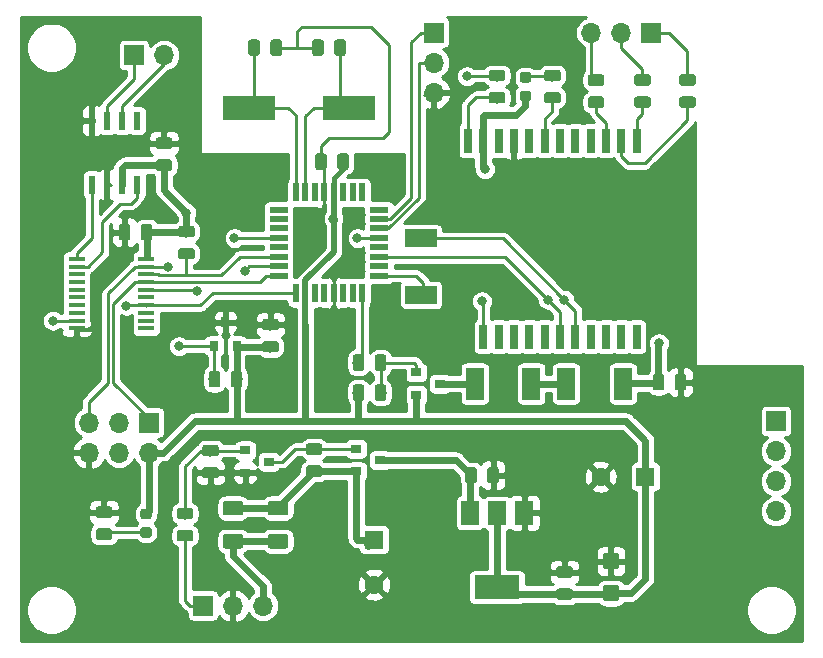
<source format=gbr>
%TF.GenerationSoftware,KiCad,Pcbnew,5.0.2-bee76a0~70~ubuntu18.04.1*%
%TF.CreationDate,2019-02-11T00:35:20+03:00*%
%TF.ProjectId,jeep-radio,6a656570-2d72-4616-9469-6f2e6b696361,rev?*%
%TF.SameCoordinates,Original*%
%TF.FileFunction,Copper,L1,Top*%
%TF.FilePolarity,Positive*%
%FSLAX46Y46*%
G04 Gerber Fmt 4.6, Leading zero omitted, Abs format (unit mm)*
G04 Created by KiCad (PCBNEW 5.0.2-bee76a0~70~ubuntu18.04.1) date Пн 11 фев 2019 00:35:20*
%MOMM*%
%LPD*%
G01*
G04 APERTURE LIST*
%ADD10R,0.700000X2.100000*%
%ADD11R,1.700000X1.700000*%
%ADD12O,1.700000X1.700000*%
%ADD13C,0.100000*%
%ADD14C,0.975000*%
%ADD15R,1.600000X1.600000*%
%ADD16C,1.600000*%
%ADD17R,2.700000X1.500000*%
%ADD18R,4.500000X2.000000*%
%ADD19C,1.350000*%
%ADD20R,1.500000X2.700000*%
%ADD21C,0.875000*%
%ADD22R,0.550000X1.600000*%
%ADD23R,1.600000X0.550000*%
%ADD24R,0.600000X1.550000*%
%ADD25R,1.450000X0.450000*%
%ADD26R,3.800000X2.000000*%
%ADD27R,1.500000X2.000000*%
%ADD28R,0.800000X0.900000*%
%ADD29R,0.900000X0.800000*%
%ADD30C,1.250000*%
%ADD31C,0.800000*%
%ADD32C,0.250000*%
%ADD33C,0.600000*%
%ADD34C,0.500000*%
%ADD35C,0.400000*%
%ADD36C,0.254000*%
G04 APERTURE END LIST*
D10*
X154060000Y-96240000D03*
X155360000Y-96240000D03*
X156660000Y-96240000D03*
X157960000Y-96240000D03*
X159260000Y-96240000D03*
X160560000Y-96240000D03*
X161860000Y-96240000D03*
X163160000Y-96240000D03*
X164460000Y-96240000D03*
X165760000Y-96240000D03*
X152760000Y-96240000D03*
X151460000Y-79640000D03*
X152760000Y-79640000D03*
X154060000Y-79640000D03*
X155360000Y-79640000D03*
X156660000Y-79640000D03*
X157960000Y-79640000D03*
X159260000Y-79640000D03*
X160560000Y-79640000D03*
X161860000Y-79640000D03*
X163160000Y-79640000D03*
X164460000Y-79640000D03*
X165760000Y-79640000D03*
D11*
X177546000Y-103378000D03*
D12*
X177546000Y-105918000D03*
X177546000Y-108458000D03*
X177546000Y-110998000D03*
D13*
G36*
X154404142Y-73633174D02*
X154427803Y-73636684D01*
X154451007Y-73642496D01*
X154473529Y-73650554D01*
X154495153Y-73660782D01*
X154515670Y-73673079D01*
X154534883Y-73687329D01*
X154552607Y-73703393D01*
X154568671Y-73721117D01*
X154582921Y-73740330D01*
X154595218Y-73760847D01*
X154605446Y-73782471D01*
X154613504Y-73804993D01*
X154619316Y-73828197D01*
X154622826Y-73851858D01*
X154624000Y-73875750D01*
X154624000Y-74363250D01*
X154622826Y-74387142D01*
X154619316Y-74410803D01*
X154613504Y-74434007D01*
X154605446Y-74456529D01*
X154595218Y-74478153D01*
X154582921Y-74498670D01*
X154568671Y-74517883D01*
X154552607Y-74535607D01*
X154534883Y-74551671D01*
X154515670Y-74565921D01*
X154495153Y-74578218D01*
X154473529Y-74588446D01*
X154451007Y-74596504D01*
X154427803Y-74602316D01*
X154404142Y-74605826D01*
X154380250Y-74607000D01*
X153467750Y-74607000D01*
X153443858Y-74605826D01*
X153420197Y-74602316D01*
X153396993Y-74596504D01*
X153374471Y-74588446D01*
X153352847Y-74578218D01*
X153332330Y-74565921D01*
X153313117Y-74551671D01*
X153295393Y-74535607D01*
X153279329Y-74517883D01*
X153265079Y-74498670D01*
X153252782Y-74478153D01*
X153242554Y-74456529D01*
X153234496Y-74434007D01*
X153228684Y-74410803D01*
X153225174Y-74387142D01*
X153224000Y-74363250D01*
X153224000Y-73875750D01*
X153225174Y-73851858D01*
X153228684Y-73828197D01*
X153234496Y-73804993D01*
X153242554Y-73782471D01*
X153252782Y-73760847D01*
X153265079Y-73740330D01*
X153279329Y-73721117D01*
X153295393Y-73703393D01*
X153313117Y-73687329D01*
X153332330Y-73673079D01*
X153352847Y-73660782D01*
X153374471Y-73650554D01*
X153396993Y-73642496D01*
X153420197Y-73636684D01*
X153443858Y-73633174D01*
X153467750Y-73632000D01*
X154380250Y-73632000D01*
X154404142Y-73633174D01*
X154404142Y-73633174D01*
G37*
D14*
X153924000Y-74119500D03*
D13*
G36*
X154404142Y-75508174D02*
X154427803Y-75511684D01*
X154451007Y-75517496D01*
X154473529Y-75525554D01*
X154495153Y-75535782D01*
X154515670Y-75548079D01*
X154534883Y-75562329D01*
X154552607Y-75578393D01*
X154568671Y-75596117D01*
X154582921Y-75615330D01*
X154595218Y-75635847D01*
X154605446Y-75657471D01*
X154613504Y-75679993D01*
X154619316Y-75703197D01*
X154622826Y-75726858D01*
X154624000Y-75750750D01*
X154624000Y-76238250D01*
X154622826Y-76262142D01*
X154619316Y-76285803D01*
X154613504Y-76309007D01*
X154605446Y-76331529D01*
X154595218Y-76353153D01*
X154582921Y-76373670D01*
X154568671Y-76392883D01*
X154552607Y-76410607D01*
X154534883Y-76426671D01*
X154515670Y-76440921D01*
X154495153Y-76453218D01*
X154473529Y-76463446D01*
X154451007Y-76471504D01*
X154427803Y-76477316D01*
X154404142Y-76480826D01*
X154380250Y-76482000D01*
X153467750Y-76482000D01*
X153443858Y-76480826D01*
X153420197Y-76477316D01*
X153396993Y-76471504D01*
X153374471Y-76463446D01*
X153352847Y-76453218D01*
X153332330Y-76440921D01*
X153313117Y-76426671D01*
X153295393Y-76410607D01*
X153279329Y-76392883D01*
X153265079Y-76373670D01*
X153252782Y-76353153D01*
X153242554Y-76331529D01*
X153234496Y-76309007D01*
X153228684Y-76285803D01*
X153225174Y-76262142D01*
X153224000Y-76238250D01*
X153224000Y-75750750D01*
X153225174Y-75726858D01*
X153228684Y-75703197D01*
X153234496Y-75679993D01*
X153242554Y-75657471D01*
X153252782Y-75635847D01*
X153265079Y-75615330D01*
X153279329Y-75596117D01*
X153295393Y-75578393D01*
X153313117Y-75562329D01*
X153332330Y-75548079D01*
X153352847Y-75535782D01*
X153374471Y-75525554D01*
X153396993Y-75517496D01*
X153420197Y-75511684D01*
X153443858Y-75508174D01*
X153467750Y-75507000D01*
X154380250Y-75507000D01*
X154404142Y-75508174D01*
X154404142Y-75508174D01*
G37*
D14*
X153924000Y-75994500D03*
D11*
X148590000Y-70485000D03*
D12*
X148590000Y-73025000D03*
X148590000Y-75565000D03*
D15*
X166497000Y-108077000D03*
D16*
X162697000Y-108077000D03*
D15*
X143510000Y-113411000D03*
D16*
X143510000Y-117211000D03*
D17*
X147500000Y-92697000D03*
X147500000Y-87897000D03*
D11*
X123190000Y-72390000D03*
D12*
X125730000Y-72390000D03*
D18*
X141410000Y-76835000D03*
X132910000Y-76835000D03*
D13*
G36*
X170533142Y-75889174D02*
X170556803Y-75892684D01*
X170580007Y-75898496D01*
X170602529Y-75906554D01*
X170624153Y-75916782D01*
X170644670Y-75929079D01*
X170663883Y-75943329D01*
X170681607Y-75959393D01*
X170697671Y-75977117D01*
X170711921Y-75996330D01*
X170724218Y-76016847D01*
X170734446Y-76038471D01*
X170742504Y-76060993D01*
X170748316Y-76084197D01*
X170751826Y-76107858D01*
X170753000Y-76131750D01*
X170753000Y-76619250D01*
X170751826Y-76643142D01*
X170748316Y-76666803D01*
X170742504Y-76690007D01*
X170734446Y-76712529D01*
X170724218Y-76734153D01*
X170711921Y-76754670D01*
X170697671Y-76773883D01*
X170681607Y-76791607D01*
X170663883Y-76807671D01*
X170644670Y-76821921D01*
X170624153Y-76834218D01*
X170602529Y-76844446D01*
X170580007Y-76852504D01*
X170556803Y-76858316D01*
X170533142Y-76861826D01*
X170509250Y-76863000D01*
X169596750Y-76863000D01*
X169572858Y-76861826D01*
X169549197Y-76858316D01*
X169525993Y-76852504D01*
X169503471Y-76844446D01*
X169481847Y-76834218D01*
X169461330Y-76821921D01*
X169442117Y-76807671D01*
X169424393Y-76791607D01*
X169408329Y-76773883D01*
X169394079Y-76754670D01*
X169381782Y-76734153D01*
X169371554Y-76712529D01*
X169363496Y-76690007D01*
X169357684Y-76666803D01*
X169354174Y-76643142D01*
X169353000Y-76619250D01*
X169353000Y-76131750D01*
X169354174Y-76107858D01*
X169357684Y-76084197D01*
X169363496Y-76060993D01*
X169371554Y-76038471D01*
X169381782Y-76016847D01*
X169394079Y-75996330D01*
X169408329Y-75977117D01*
X169424393Y-75959393D01*
X169442117Y-75943329D01*
X169461330Y-75929079D01*
X169481847Y-75916782D01*
X169503471Y-75906554D01*
X169525993Y-75898496D01*
X169549197Y-75892684D01*
X169572858Y-75889174D01*
X169596750Y-75888000D01*
X170509250Y-75888000D01*
X170533142Y-75889174D01*
X170533142Y-75889174D01*
G37*
D14*
X170053000Y-76375500D03*
D13*
G36*
X170533142Y-74014174D02*
X170556803Y-74017684D01*
X170580007Y-74023496D01*
X170602529Y-74031554D01*
X170624153Y-74041782D01*
X170644670Y-74054079D01*
X170663883Y-74068329D01*
X170681607Y-74084393D01*
X170697671Y-74102117D01*
X170711921Y-74121330D01*
X170724218Y-74141847D01*
X170734446Y-74163471D01*
X170742504Y-74185993D01*
X170748316Y-74209197D01*
X170751826Y-74232858D01*
X170753000Y-74256750D01*
X170753000Y-74744250D01*
X170751826Y-74768142D01*
X170748316Y-74791803D01*
X170742504Y-74815007D01*
X170734446Y-74837529D01*
X170724218Y-74859153D01*
X170711921Y-74879670D01*
X170697671Y-74898883D01*
X170681607Y-74916607D01*
X170663883Y-74932671D01*
X170644670Y-74946921D01*
X170624153Y-74959218D01*
X170602529Y-74969446D01*
X170580007Y-74977504D01*
X170556803Y-74983316D01*
X170533142Y-74986826D01*
X170509250Y-74988000D01*
X169596750Y-74988000D01*
X169572858Y-74986826D01*
X169549197Y-74983316D01*
X169525993Y-74977504D01*
X169503471Y-74969446D01*
X169481847Y-74959218D01*
X169461330Y-74946921D01*
X169442117Y-74932671D01*
X169424393Y-74916607D01*
X169408329Y-74898883D01*
X169394079Y-74879670D01*
X169381782Y-74859153D01*
X169371554Y-74837529D01*
X169363496Y-74815007D01*
X169357684Y-74791803D01*
X169354174Y-74768142D01*
X169353000Y-74744250D01*
X169353000Y-74256750D01*
X169354174Y-74232858D01*
X169357684Y-74209197D01*
X169363496Y-74185993D01*
X169371554Y-74163471D01*
X169381782Y-74141847D01*
X169394079Y-74121330D01*
X169408329Y-74102117D01*
X169424393Y-74084393D01*
X169442117Y-74068329D01*
X169461330Y-74054079D01*
X169481847Y-74041782D01*
X169503471Y-74031554D01*
X169525993Y-74023496D01*
X169549197Y-74017684D01*
X169572858Y-74014174D01*
X169596750Y-74013000D01*
X170509250Y-74013000D01*
X170533142Y-74014174D01*
X170533142Y-74014174D01*
G37*
D14*
X170053000Y-74500500D03*
D13*
G36*
X153859142Y-107251174D02*
X153882803Y-107254684D01*
X153906007Y-107260496D01*
X153928529Y-107268554D01*
X153950153Y-107278782D01*
X153970670Y-107291079D01*
X153989883Y-107305329D01*
X154007607Y-107321393D01*
X154023671Y-107339117D01*
X154037921Y-107358330D01*
X154050218Y-107378847D01*
X154060446Y-107400471D01*
X154068504Y-107422993D01*
X154074316Y-107446197D01*
X154077826Y-107469858D01*
X154079000Y-107493750D01*
X154079000Y-108406250D01*
X154077826Y-108430142D01*
X154074316Y-108453803D01*
X154068504Y-108477007D01*
X154060446Y-108499529D01*
X154050218Y-108521153D01*
X154037921Y-108541670D01*
X154023671Y-108560883D01*
X154007607Y-108578607D01*
X153989883Y-108594671D01*
X153970670Y-108608921D01*
X153950153Y-108621218D01*
X153928529Y-108631446D01*
X153906007Y-108639504D01*
X153882803Y-108645316D01*
X153859142Y-108648826D01*
X153835250Y-108650000D01*
X153347750Y-108650000D01*
X153323858Y-108648826D01*
X153300197Y-108645316D01*
X153276993Y-108639504D01*
X153254471Y-108631446D01*
X153232847Y-108621218D01*
X153212330Y-108608921D01*
X153193117Y-108594671D01*
X153175393Y-108578607D01*
X153159329Y-108560883D01*
X153145079Y-108541670D01*
X153132782Y-108521153D01*
X153122554Y-108499529D01*
X153114496Y-108477007D01*
X153108684Y-108453803D01*
X153105174Y-108430142D01*
X153104000Y-108406250D01*
X153104000Y-107493750D01*
X153105174Y-107469858D01*
X153108684Y-107446197D01*
X153114496Y-107422993D01*
X153122554Y-107400471D01*
X153132782Y-107378847D01*
X153145079Y-107358330D01*
X153159329Y-107339117D01*
X153175393Y-107321393D01*
X153193117Y-107305329D01*
X153212330Y-107291079D01*
X153232847Y-107278782D01*
X153254471Y-107268554D01*
X153276993Y-107260496D01*
X153300197Y-107254684D01*
X153323858Y-107251174D01*
X153347750Y-107250000D01*
X153835250Y-107250000D01*
X153859142Y-107251174D01*
X153859142Y-107251174D01*
G37*
D14*
X153591500Y-107950000D03*
D13*
G36*
X151984142Y-107251174D02*
X152007803Y-107254684D01*
X152031007Y-107260496D01*
X152053529Y-107268554D01*
X152075153Y-107278782D01*
X152095670Y-107291079D01*
X152114883Y-107305329D01*
X152132607Y-107321393D01*
X152148671Y-107339117D01*
X152162921Y-107358330D01*
X152175218Y-107378847D01*
X152185446Y-107400471D01*
X152193504Y-107422993D01*
X152199316Y-107446197D01*
X152202826Y-107469858D01*
X152204000Y-107493750D01*
X152204000Y-108406250D01*
X152202826Y-108430142D01*
X152199316Y-108453803D01*
X152193504Y-108477007D01*
X152185446Y-108499529D01*
X152175218Y-108521153D01*
X152162921Y-108541670D01*
X152148671Y-108560883D01*
X152132607Y-108578607D01*
X152114883Y-108594671D01*
X152095670Y-108608921D01*
X152075153Y-108621218D01*
X152053529Y-108631446D01*
X152031007Y-108639504D01*
X152007803Y-108645316D01*
X151984142Y-108648826D01*
X151960250Y-108650000D01*
X151472750Y-108650000D01*
X151448858Y-108648826D01*
X151425197Y-108645316D01*
X151401993Y-108639504D01*
X151379471Y-108631446D01*
X151357847Y-108621218D01*
X151337330Y-108608921D01*
X151318117Y-108594671D01*
X151300393Y-108578607D01*
X151284329Y-108560883D01*
X151270079Y-108541670D01*
X151257782Y-108521153D01*
X151247554Y-108499529D01*
X151239496Y-108477007D01*
X151233684Y-108453803D01*
X151230174Y-108430142D01*
X151229000Y-108406250D01*
X151229000Y-107493750D01*
X151230174Y-107469858D01*
X151233684Y-107446197D01*
X151239496Y-107422993D01*
X151247554Y-107400471D01*
X151257782Y-107378847D01*
X151270079Y-107358330D01*
X151284329Y-107339117D01*
X151300393Y-107321393D01*
X151318117Y-107305329D01*
X151337330Y-107291079D01*
X151357847Y-107278782D01*
X151379471Y-107268554D01*
X151401993Y-107260496D01*
X151425197Y-107254684D01*
X151448858Y-107251174D01*
X151472750Y-107250000D01*
X151960250Y-107250000D01*
X151984142Y-107251174D01*
X151984142Y-107251174D01*
G37*
D14*
X151716500Y-107950000D03*
D13*
G36*
X160119142Y-117545174D02*
X160142803Y-117548684D01*
X160166007Y-117554496D01*
X160188529Y-117562554D01*
X160210153Y-117572782D01*
X160230670Y-117585079D01*
X160249883Y-117599329D01*
X160267607Y-117615393D01*
X160283671Y-117633117D01*
X160297921Y-117652330D01*
X160310218Y-117672847D01*
X160320446Y-117694471D01*
X160328504Y-117716993D01*
X160334316Y-117740197D01*
X160337826Y-117763858D01*
X160339000Y-117787750D01*
X160339000Y-118275250D01*
X160337826Y-118299142D01*
X160334316Y-118322803D01*
X160328504Y-118346007D01*
X160320446Y-118368529D01*
X160310218Y-118390153D01*
X160297921Y-118410670D01*
X160283671Y-118429883D01*
X160267607Y-118447607D01*
X160249883Y-118463671D01*
X160230670Y-118477921D01*
X160210153Y-118490218D01*
X160188529Y-118500446D01*
X160166007Y-118508504D01*
X160142803Y-118514316D01*
X160119142Y-118517826D01*
X160095250Y-118519000D01*
X159182750Y-118519000D01*
X159158858Y-118517826D01*
X159135197Y-118514316D01*
X159111993Y-118508504D01*
X159089471Y-118500446D01*
X159067847Y-118490218D01*
X159047330Y-118477921D01*
X159028117Y-118463671D01*
X159010393Y-118447607D01*
X158994329Y-118429883D01*
X158980079Y-118410670D01*
X158967782Y-118390153D01*
X158957554Y-118368529D01*
X158949496Y-118346007D01*
X158943684Y-118322803D01*
X158940174Y-118299142D01*
X158939000Y-118275250D01*
X158939000Y-117787750D01*
X158940174Y-117763858D01*
X158943684Y-117740197D01*
X158949496Y-117716993D01*
X158957554Y-117694471D01*
X158967782Y-117672847D01*
X158980079Y-117652330D01*
X158994329Y-117633117D01*
X159010393Y-117615393D01*
X159028117Y-117599329D01*
X159047330Y-117585079D01*
X159067847Y-117572782D01*
X159089471Y-117562554D01*
X159111993Y-117554496D01*
X159135197Y-117548684D01*
X159158858Y-117545174D01*
X159182750Y-117544000D01*
X160095250Y-117544000D01*
X160119142Y-117545174D01*
X160119142Y-117545174D01*
G37*
D14*
X159639000Y-118031500D03*
D13*
G36*
X160119142Y-115670174D02*
X160142803Y-115673684D01*
X160166007Y-115679496D01*
X160188529Y-115687554D01*
X160210153Y-115697782D01*
X160230670Y-115710079D01*
X160249883Y-115724329D01*
X160267607Y-115740393D01*
X160283671Y-115758117D01*
X160297921Y-115777330D01*
X160310218Y-115797847D01*
X160320446Y-115819471D01*
X160328504Y-115841993D01*
X160334316Y-115865197D01*
X160337826Y-115888858D01*
X160339000Y-115912750D01*
X160339000Y-116400250D01*
X160337826Y-116424142D01*
X160334316Y-116447803D01*
X160328504Y-116471007D01*
X160320446Y-116493529D01*
X160310218Y-116515153D01*
X160297921Y-116535670D01*
X160283671Y-116554883D01*
X160267607Y-116572607D01*
X160249883Y-116588671D01*
X160230670Y-116602921D01*
X160210153Y-116615218D01*
X160188529Y-116625446D01*
X160166007Y-116633504D01*
X160142803Y-116639316D01*
X160119142Y-116642826D01*
X160095250Y-116644000D01*
X159182750Y-116644000D01*
X159158858Y-116642826D01*
X159135197Y-116639316D01*
X159111993Y-116633504D01*
X159089471Y-116625446D01*
X159067847Y-116615218D01*
X159047330Y-116602921D01*
X159028117Y-116588671D01*
X159010393Y-116572607D01*
X158994329Y-116554883D01*
X158980079Y-116535670D01*
X158967782Y-116515153D01*
X158957554Y-116493529D01*
X158949496Y-116471007D01*
X158943684Y-116447803D01*
X158940174Y-116424142D01*
X158939000Y-116400250D01*
X158939000Y-115912750D01*
X158940174Y-115888858D01*
X158943684Y-115865197D01*
X158949496Y-115841993D01*
X158957554Y-115819471D01*
X158967782Y-115797847D01*
X158980079Y-115777330D01*
X158994329Y-115758117D01*
X159010393Y-115740393D01*
X159028117Y-115724329D01*
X159047330Y-115710079D01*
X159067847Y-115697782D01*
X159089471Y-115687554D01*
X159111993Y-115679496D01*
X159135197Y-115673684D01*
X159158858Y-115670174D01*
X159182750Y-115669000D01*
X160095250Y-115669000D01*
X160119142Y-115670174D01*
X160119142Y-115670174D01*
G37*
D14*
X159639000Y-116156500D03*
D13*
G36*
X162786142Y-74014174D02*
X162809803Y-74017684D01*
X162833007Y-74023496D01*
X162855529Y-74031554D01*
X162877153Y-74041782D01*
X162897670Y-74054079D01*
X162916883Y-74068329D01*
X162934607Y-74084393D01*
X162950671Y-74102117D01*
X162964921Y-74121330D01*
X162977218Y-74141847D01*
X162987446Y-74163471D01*
X162995504Y-74185993D01*
X163001316Y-74209197D01*
X163004826Y-74232858D01*
X163006000Y-74256750D01*
X163006000Y-74744250D01*
X163004826Y-74768142D01*
X163001316Y-74791803D01*
X162995504Y-74815007D01*
X162987446Y-74837529D01*
X162977218Y-74859153D01*
X162964921Y-74879670D01*
X162950671Y-74898883D01*
X162934607Y-74916607D01*
X162916883Y-74932671D01*
X162897670Y-74946921D01*
X162877153Y-74959218D01*
X162855529Y-74969446D01*
X162833007Y-74977504D01*
X162809803Y-74983316D01*
X162786142Y-74986826D01*
X162762250Y-74988000D01*
X161849750Y-74988000D01*
X161825858Y-74986826D01*
X161802197Y-74983316D01*
X161778993Y-74977504D01*
X161756471Y-74969446D01*
X161734847Y-74959218D01*
X161714330Y-74946921D01*
X161695117Y-74932671D01*
X161677393Y-74916607D01*
X161661329Y-74898883D01*
X161647079Y-74879670D01*
X161634782Y-74859153D01*
X161624554Y-74837529D01*
X161616496Y-74815007D01*
X161610684Y-74791803D01*
X161607174Y-74768142D01*
X161606000Y-74744250D01*
X161606000Y-74256750D01*
X161607174Y-74232858D01*
X161610684Y-74209197D01*
X161616496Y-74185993D01*
X161624554Y-74163471D01*
X161634782Y-74141847D01*
X161647079Y-74121330D01*
X161661329Y-74102117D01*
X161677393Y-74084393D01*
X161695117Y-74068329D01*
X161714330Y-74054079D01*
X161734847Y-74041782D01*
X161756471Y-74031554D01*
X161778993Y-74023496D01*
X161802197Y-74017684D01*
X161825858Y-74014174D01*
X161849750Y-74013000D01*
X162762250Y-74013000D01*
X162786142Y-74014174D01*
X162786142Y-74014174D01*
G37*
D14*
X162306000Y-74500500D03*
D13*
G36*
X162786142Y-75889174D02*
X162809803Y-75892684D01*
X162833007Y-75898496D01*
X162855529Y-75906554D01*
X162877153Y-75916782D01*
X162897670Y-75929079D01*
X162916883Y-75943329D01*
X162934607Y-75959393D01*
X162950671Y-75977117D01*
X162964921Y-75996330D01*
X162977218Y-76016847D01*
X162987446Y-76038471D01*
X162995504Y-76060993D01*
X163001316Y-76084197D01*
X163004826Y-76107858D01*
X163006000Y-76131750D01*
X163006000Y-76619250D01*
X163004826Y-76643142D01*
X163001316Y-76666803D01*
X162995504Y-76690007D01*
X162987446Y-76712529D01*
X162977218Y-76734153D01*
X162964921Y-76754670D01*
X162950671Y-76773883D01*
X162934607Y-76791607D01*
X162916883Y-76807671D01*
X162897670Y-76821921D01*
X162877153Y-76834218D01*
X162855529Y-76844446D01*
X162833007Y-76852504D01*
X162809803Y-76858316D01*
X162786142Y-76861826D01*
X162762250Y-76863000D01*
X161849750Y-76863000D01*
X161825858Y-76861826D01*
X161802197Y-76858316D01*
X161778993Y-76852504D01*
X161756471Y-76844446D01*
X161734847Y-76834218D01*
X161714330Y-76821921D01*
X161695117Y-76807671D01*
X161677393Y-76791607D01*
X161661329Y-76773883D01*
X161647079Y-76754670D01*
X161634782Y-76734153D01*
X161624554Y-76712529D01*
X161616496Y-76690007D01*
X161610684Y-76666803D01*
X161607174Y-76643142D01*
X161606000Y-76619250D01*
X161606000Y-76131750D01*
X161607174Y-76107858D01*
X161610684Y-76084197D01*
X161616496Y-76060993D01*
X161624554Y-76038471D01*
X161634782Y-76016847D01*
X161647079Y-75996330D01*
X161661329Y-75977117D01*
X161677393Y-75959393D01*
X161695117Y-75943329D01*
X161714330Y-75929079D01*
X161734847Y-75916782D01*
X161756471Y-75906554D01*
X161778993Y-75898496D01*
X161802197Y-75892684D01*
X161825858Y-75889174D01*
X161849750Y-75888000D01*
X162762250Y-75888000D01*
X162786142Y-75889174D01*
X162786142Y-75889174D01*
G37*
D14*
X162306000Y-76375500D03*
D13*
G36*
X166723142Y-75889174D02*
X166746803Y-75892684D01*
X166770007Y-75898496D01*
X166792529Y-75906554D01*
X166814153Y-75916782D01*
X166834670Y-75929079D01*
X166853883Y-75943329D01*
X166871607Y-75959393D01*
X166887671Y-75977117D01*
X166901921Y-75996330D01*
X166914218Y-76016847D01*
X166924446Y-76038471D01*
X166932504Y-76060993D01*
X166938316Y-76084197D01*
X166941826Y-76107858D01*
X166943000Y-76131750D01*
X166943000Y-76619250D01*
X166941826Y-76643142D01*
X166938316Y-76666803D01*
X166932504Y-76690007D01*
X166924446Y-76712529D01*
X166914218Y-76734153D01*
X166901921Y-76754670D01*
X166887671Y-76773883D01*
X166871607Y-76791607D01*
X166853883Y-76807671D01*
X166834670Y-76821921D01*
X166814153Y-76834218D01*
X166792529Y-76844446D01*
X166770007Y-76852504D01*
X166746803Y-76858316D01*
X166723142Y-76861826D01*
X166699250Y-76863000D01*
X165786750Y-76863000D01*
X165762858Y-76861826D01*
X165739197Y-76858316D01*
X165715993Y-76852504D01*
X165693471Y-76844446D01*
X165671847Y-76834218D01*
X165651330Y-76821921D01*
X165632117Y-76807671D01*
X165614393Y-76791607D01*
X165598329Y-76773883D01*
X165584079Y-76754670D01*
X165571782Y-76734153D01*
X165561554Y-76712529D01*
X165553496Y-76690007D01*
X165547684Y-76666803D01*
X165544174Y-76643142D01*
X165543000Y-76619250D01*
X165543000Y-76131750D01*
X165544174Y-76107858D01*
X165547684Y-76084197D01*
X165553496Y-76060993D01*
X165561554Y-76038471D01*
X165571782Y-76016847D01*
X165584079Y-75996330D01*
X165598329Y-75977117D01*
X165614393Y-75959393D01*
X165632117Y-75943329D01*
X165651330Y-75929079D01*
X165671847Y-75916782D01*
X165693471Y-75906554D01*
X165715993Y-75898496D01*
X165739197Y-75892684D01*
X165762858Y-75889174D01*
X165786750Y-75888000D01*
X166699250Y-75888000D01*
X166723142Y-75889174D01*
X166723142Y-75889174D01*
G37*
D14*
X166243000Y-76375500D03*
D13*
G36*
X166723142Y-74014174D02*
X166746803Y-74017684D01*
X166770007Y-74023496D01*
X166792529Y-74031554D01*
X166814153Y-74041782D01*
X166834670Y-74054079D01*
X166853883Y-74068329D01*
X166871607Y-74084393D01*
X166887671Y-74102117D01*
X166901921Y-74121330D01*
X166914218Y-74141847D01*
X166924446Y-74163471D01*
X166932504Y-74185993D01*
X166938316Y-74209197D01*
X166941826Y-74232858D01*
X166943000Y-74256750D01*
X166943000Y-74744250D01*
X166941826Y-74768142D01*
X166938316Y-74791803D01*
X166932504Y-74815007D01*
X166924446Y-74837529D01*
X166914218Y-74859153D01*
X166901921Y-74879670D01*
X166887671Y-74898883D01*
X166871607Y-74916607D01*
X166853883Y-74932671D01*
X166834670Y-74946921D01*
X166814153Y-74959218D01*
X166792529Y-74969446D01*
X166770007Y-74977504D01*
X166746803Y-74983316D01*
X166723142Y-74986826D01*
X166699250Y-74988000D01*
X165786750Y-74988000D01*
X165762858Y-74986826D01*
X165739197Y-74983316D01*
X165715993Y-74977504D01*
X165693471Y-74969446D01*
X165671847Y-74959218D01*
X165651330Y-74946921D01*
X165632117Y-74932671D01*
X165614393Y-74916607D01*
X165598329Y-74898883D01*
X165584079Y-74879670D01*
X165571782Y-74859153D01*
X165561554Y-74837529D01*
X165553496Y-74815007D01*
X165547684Y-74791803D01*
X165544174Y-74768142D01*
X165543000Y-74744250D01*
X165543000Y-74256750D01*
X165544174Y-74232858D01*
X165547684Y-74209197D01*
X165553496Y-74185993D01*
X165561554Y-74163471D01*
X165571782Y-74141847D01*
X165584079Y-74121330D01*
X165598329Y-74102117D01*
X165614393Y-74084393D01*
X165632117Y-74068329D01*
X165651330Y-74054079D01*
X165671847Y-74041782D01*
X165693471Y-74031554D01*
X165715993Y-74023496D01*
X165739197Y-74017684D01*
X165762858Y-74014174D01*
X165786750Y-74013000D01*
X166699250Y-74013000D01*
X166723142Y-74014174D01*
X166723142Y-74014174D01*
G37*
D14*
X166243000Y-74500500D03*
D13*
G36*
X135227142Y-94715174D02*
X135250803Y-94718684D01*
X135274007Y-94724496D01*
X135296529Y-94732554D01*
X135318153Y-94742782D01*
X135338670Y-94755079D01*
X135357883Y-94769329D01*
X135375607Y-94785393D01*
X135391671Y-94803117D01*
X135405921Y-94822330D01*
X135418218Y-94842847D01*
X135428446Y-94864471D01*
X135436504Y-94886993D01*
X135442316Y-94910197D01*
X135445826Y-94933858D01*
X135447000Y-94957750D01*
X135447000Y-95445250D01*
X135445826Y-95469142D01*
X135442316Y-95492803D01*
X135436504Y-95516007D01*
X135428446Y-95538529D01*
X135418218Y-95560153D01*
X135405921Y-95580670D01*
X135391671Y-95599883D01*
X135375607Y-95617607D01*
X135357883Y-95633671D01*
X135338670Y-95647921D01*
X135318153Y-95660218D01*
X135296529Y-95670446D01*
X135274007Y-95678504D01*
X135250803Y-95684316D01*
X135227142Y-95687826D01*
X135203250Y-95689000D01*
X134290750Y-95689000D01*
X134266858Y-95687826D01*
X134243197Y-95684316D01*
X134219993Y-95678504D01*
X134197471Y-95670446D01*
X134175847Y-95660218D01*
X134155330Y-95647921D01*
X134136117Y-95633671D01*
X134118393Y-95617607D01*
X134102329Y-95599883D01*
X134088079Y-95580670D01*
X134075782Y-95560153D01*
X134065554Y-95538529D01*
X134057496Y-95516007D01*
X134051684Y-95492803D01*
X134048174Y-95469142D01*
X134047000Y-95445250D01*
X134047000Y-94957750D01*
X134048174Y-94933858D01*
X134051684Y-94910197D01*
X134057496Y-94886993D01*
X134065554Y-94864471D01*
X134075782Y-94842847D01*
X134088079Y-94822330D01*
X134102329Y-94803117D01*
X134118393Y-94785393D01*
X134136117Y-94769329D01*
X134155330Y-94755079D01*
X134175847Y-94742782D01*
X134197471Y-94732554D01*
X134219993Y-94724496D01*
X134243197Y-94718684D01*
X134266858Y-94715174D01*
X134290750Y-94714000D01*
X135203250Y-94714000D01*
X135227142Y-94715174D01*
X135227142Y-94715174D01*
G37*
D14*
X134747000Y-95201500D03*
D13*
G36*
X135227142Y-96590174D02*
X135250803Y-96593684D01*
X135274007Y-96599496D01*
X135296529Y-96607554D01*
X135318153Y-96617782D01*
X135338670Y-96630079D01*
X135357883Y-96644329D01*
X135375607Y-96660393D01*
X135391671Y-96678117D01*
X135405921Y-96697330D01*
X135418218Y-96717847D01*
X135428446Y-96739471D01*
X135436504Y-96761993D01*
X135442316Y-96785197D01*
X135445826Y-96808858D01*
X135447000Y-96832750D01*
X135447000Y-97320250D01*
X135445826Y-97344142D01*
X135442316Y-97367803D01*
X135436504Y-97391007D01*
X135428446Y-97413529D01*
X135418218Y-97435153D01*
X135405921Y-97455670D01*
X135391671Y-97474883D01*
X135375607Y-97492607D01*
X135357883Y-97508671D01*
X135338670Y-97522921D01*
X135318153Y-97535218D01*
X135296529Y-97545446D01*
X135274007Y-97553504D01*
X135250803Y-97559316D01*
X135227142Y-97562826D01*
X135203250Y-97564000D01*
X134290750Y-97564000D01*
X134266858Y-97562826D01*
X134243197Y-97559316D01*
X134219993Y-97553504D01*
X134197471Y-97545446D01*
X134175847Y-97535218D01*
X134155330Y-97522921D01*
X134136117Y-97508671D01*
X134118393Y-97492607D01*
X134102329Y-97474883D01*
X134088079Y-97455670D01*
X134075782Y-97435153D01*
X134065554Y-97413529D01*
X134057496Y-97391007D01*
X134051684Y-97367803D01*
X134048174Y-97344142D01*
X134047000Y-97320250D01*
X134047000Y-96832750D01*
X134048174Y-96808858D01*
X134051684Y-96785197D01*
X134057496Y-96761993D01*
X134065554Y-96739471D01*
X134075782Y-96717847D01*
X134088079Y-96697330D01*
X134102329Y-96678117D01*
X134118393Y-96660393D01*
X134136117Y-96644329D01*
X134155330Y-96630079D01*
X134175847Y-96617782D01*
X134197471Y-96607554D01*
X134219993Y-96599496D01*
X134243197Y-96593684D01*
X134266858Y-96590174D01*
X134290750Y-96589000D01*
X135203250Y-96589000D01*
X135227142Y-96590174D01*
X135227142Y-96590174D01*
G37*
D14*
X134747000Y-97076500D03*
D13*
G36*
X141159142Y-80708174D02*
X141182803Y-80711684D01*
X141206007Y-80717496D01*
X141228529Y-80725554D01*
X141250153Y-80735782D01*
X141270670Y-80748079D01*
X141289883Y-80762329D01*
X141307607Y-80778393D01*
X141323671Y-80796117D01*
X141337921Y-80815330D01*
X141350218Y-80835847D01*
X141360446Y-80857471D01*
X141368504Y-80879993D01*
X141374316Y-80903197D01*
X141377826Y-80926858D01*
X141379000Y-80950750D01*
X141379000Y-81863250D01*
X141377826Y-81887142D01*
X141374316Y-81910803D01*
X141368504Y-81934007D01*
X141360446Y-81956529D01*
X141350218Y-81978153D01*
X141337921Y-81998670D01*
X141323671Y-82017883D01*
X141307607Y-82035607D01*
X141289883Y-82051671D01*
X141270670Y-82065921D01*
X141250153Y-82078218D01*
X141228529Y-82088446D01*
X141206007Y-82096504D01*
X141182803Y-82102316D01*
X141159142Y-82105826D01*
X141135250Y-82107000D01*
X140647750Y-82107000D01*
X140623858Y-82105826D01*
X140600197Y-82102316D01*
X140576993Y-82096504D01*
X140554471Y-82088446D01*
X140532847Y-82078218D01*
X140512330Y-82065921D01*
X140493117Y-82051671D01*
X140475393Y-82035607D01*
X140459329Y-82017883D01*
X140445079Y-81998670D01*
X140432782Y-81978153D01*
X140422554Y-81956529D01*
X140414496Y-81934007D01*
X140408684Y-81910803D01*
X140405174Y-81887142D01*
X140404000Y-81863250D01*
X140404000Y-80950750D01*
X140405174Y-80926858D01*
X140408684Y-80903197D01*
X140414496Y-80879993D01*
X140422554Y-80857471D01*
X140432782Y-80835847D01*
X140445079Y-80815330D01*
X140459329Y-80796117D01*
X140475393Y-80778393D01*
X140493117Y-80762329D01*
X140512330Y-80748079D01*
X140532847Y-80735782D01*
X140554471Y-80725554D01*
X140576993Y-80717496D01*
X140600197Y-80711684D01*
X140623858Y-80708174D01*
X140647750Y-80707000D01*
X141135250Y-80707000D01*
X141159142Y-80708174D01*
X141159142Y-80708174D01*
G37*
D14*
X140891500Y-81407000D03*
D13*
G36*
X139284142Y-80708174D02*
X139307803Y-80711684D01*
X139331007Y-80717496D01*
X139353529Y-80725554D01*
X139375153Y-80735782D01*
X139395670Y-80748079D01*
X139414883Y-80762329D01*
X139432607Y-80778393D01*
X139448671Y-80796117D01*
X139462921Y-80815330D01*
X139475218Y-80835847D01*
X139485446Y-80857471D01*
X139493504Y-80879993D01*
X139499316Y-80903197D01*
X139502826Y-80926858D01*
X139504000Y-80950750D01*
X139504000Y-81863250D01*
X139502826Y-81887142D01*
X139499316Y-81910803D01*
X139493504Y-81934007D01*
X139485446Y-81956529D01*
X139475218Y-81978153D01*
X139462921Y-81998670D01*
X139448671Y-82017883D01*
X139432607Y-82035607D01*
X139414883Y-82051671D01*
X139395670Y-82065921D01*
X139375153Y-82078218D01*
X139353529Y-82088446D01*
X139331007Y-82096504D01*
X139307803Y-82102316D01*
X139284142Y-82105826D01*
X139260250Y-82107000D01*
X138772750Y-82107000D01*
X138748858Y-82105826D01*
X138725197Y-82102316D01*
X138701993Y-82096504D01*
X138679471Y-82088446D01*
X138657847Y-82078218D01*
X138637330Y-82065921D01*
X138618117Y-82051671D01*
X138600393Y-82035607D01*
X138584329Y-82017883D01*
X138570079Y-81998670D01*
X138557782Y-81978153D01*
X138547554Y-81956529D01*
X138539496Y-81934007D01*
X138533684Y-81910803D01*
X138530174Y-81887142D01*
X138529000Y-81863250D01*
X138529000Y-80950750D01*
X138530174Y-80926858D01*
X138533684Y-80903197D01*
X138539496Y-80879993D01*
X138547554Y-80857471D01*
X138557782Y-80835847D01*
X138570079Y-80815330D01*
X138584329Y-80796117D01*
X138600393Y-80778393D01*
X138618117Y-80762329D01*
X138637330Y-80748079D01*
X138657847Y-80735782D01*
X138679471Y-80725554D01*
X138701993Y-80717496D01*
X138725197Y-80711684D01*
X138748858Y-80708174D01*
X138772750Y-80707000D01*
X139260250Y-80707000D01*
X139284142Y-80708174D01*
X139284142Y-80708174D01*
G37*
D14*
X139016500Y-81407000D03*
D13*
G36*
X139030142Y-71056174D02*
X139053803Y-71059684D01*
X139077007Y-71065496D01*
X139099529Y-71073554D01*
X139121153Y-71083782D01*
X139141670Y-71096079D01*
X139160883Y-71110329D01*
X139178607Y-71126393D01*
X139194671Y-71144117D01*
X139208921Y-71163330D01*
X139221218Y-71183847D01*
X139231446Y-71205471D01*
X139239504Y-71227993D01*
X139245316Y-71251197D01*
X139248826Y-71274858D01*
X139250000Y-71298750D01*
X139250000Y-72211250D01*
X139248826Y-72235142D01*
X139245316Y-72258803D01*
X139239504Y-72282007D01*
X139231446Y-72304529D01*
X139221218Y-72326153D01*
X139208921Y-72346670D01*
X139194671Y-72365883D01*
X139178607Y-72383607D01*
X139160883Y-72399671D01*
X139141670Y-72413921D01*
X139121153Y-72426218D01*
X139099529Y-72436446D01*
X139077007Y-72444504D01*
X139053803Y-72450316D01*
X139030142Y-72453826D01*
X139006250Y-72455000D01*
X138518750Y-72455000D01*
X138494858Y-72453826D01*
X138471197Y-72450316D01*
X138447993Y-72444504D01*
X138425471Y-72436446D01*
X138403847Y-72426218D01*
X138383330Y-72413921D01*
X138364117Y-72399671D01*
X138346393Y-72383607D01*
X138330329Y-72365883D01*
X138316079Y-72346670D01*
X138303782Y-72326153D01*
X138293554Y-72304529D01*
X138285496Y-72282007D01*
X138279684Y-72258803D01*
X138276174Y-72235142D01*
X138275000Y-72211250D01*
X138275000Y-71298750D01*
X138276174Y-71274858D01*
X138279684Y-71251197D01*
X138285496Y-71227993D01*
X138293554Y-71205471D01*
X138303782Y-71183847D01*
X138316079Y-71163330D01*
X138330329Y-71144117D01*
X138346393Y-71126393D01*
X138364117Y-71110329D01*
X138383330Y-71096079D01*
X138403847Y-71083782D01*
X138425471Y-71073554D01*
X138447993Y-71065496D01*
X138471197Y-71059684D01*
X138494858Y-71056174D01*
X138518750Y-71055000D01*
X139006250Y-71055000D01*
X139030142Y-71056174D01*
X139030142Y-71056174D01*
G37*
D14*
X138762500Y-71755000D03*
D13*
G36*
X140905142Y-71056174D02*
X140928803Y-71059684D01*
X140952007Y-71065496D01*
X140974529Y-71073554D01*
X140996153Y-71083782D01*
X141016670Y-71096079D01*
X141035883Y-71110329D01*
X141053607Y-71126393D01*
X141069671Y-71144117D01*
X141083921Y-71163330D01*
X141096218Y-71183847D01*
X141106446Y-71205471D01*
X141114504Y-71227993D01*
X141120316Y-71251197D01*
X141123826Y-71274858D01*
X141125000Y-71298750D01*
X141125000Y-72211250D01*
X141123826Y-72235142D01*
X141120316Y-72258803D01*
X141114504Y-72282007D01*
X141106446Y-72304529D01*
X141096218Y-72326153D01*
X141083921Y-72346670D01*
X141069671Y-72365883D01*
X141053607Y-72383607D01*
X141035883Y-72399671D01*
X141016670Y-72413921D01*
X140996153Y-72426218D01*
X140974529Y-72436446D01*
X140952007Y-72444504D01*
X140928803Y-72450316D01*
X140905142Y-72453826D01*
X140881250Y-72455000D01*
X140393750Y-72455000D01*
X140369858Y-72453826D01*
X140346197Y-72450316D01*
X140322993Y-72444504D01*
X140300471Y-72436446D01*
X140278847Y-72426218D01*
X140258330Y-72413921D01*
X140239117Y-72399671D01*
X140221393Y-72383607D01*
X140205329Y-72365883D01*
X140191079Y-72346670D01*
X140178782Y-72326153D01*
X140168554Y-72304529D01*
X140160496Y-72282007D01*
X140154684Y-72258803D01*
X140151174Y-72235142D01*
X140150000Y-72211250D01*
X140150000Y-71298750D01*
X140151174Y-71274858D01*
X140154684Y-71251197D01*
X140160496Y-71227993D01*
X140168554Y-71205471D01*
X140178782Y-71183847D01*
X140191079Y-71163330D01*
X140205329Y-71144117D01*
X140221393Y-71126393D01*
X140239117Y-71110329D01*
X140258330Y-71096079D01*
X140278847Y-71083782D01*
X140300471Y-71073554D01*
X140322993Y-71065496D01*
X140346197Y-71059684D01*
X140369858Y-71056174D01*
X140393750Y-71055000D01*
X140881250Y-71055000D01*
X140905142Y-71056174D01*
X140905142Y-71056174D01*
G37*
D14*
X140637500Y-71755000D03*
D13*
G36*
X133617642Y-71056174D02*
X133641303Y-71059684D01*
X133664507Y-71065496D01*
X133687029Y-71073554D01*
X133708653Y-71083782D01*
X133729170Y-71096079D01*
X133748383Y-71110329D01*
X133766107Y-71126393D01*
X133782171Y-71144117D01*
X133796421Y-71163330D01*
X133808718Y-71183847D01*
X133818946Y-71205471D01*
X133827004Y-71227993D01*
X133832816Y-71251197D01*
X133836326Y-71274858D01*
X133837500Y-71298750D01*
X133837500Y-72211250D01*
X133836326Y-72235142D01*
X133832816Y-72258803D01*
X133827004Y-72282007D01*
X133818946Y-72304529D01*
X133808718Y-72326153D01*
X133796421Y-72346670D01*
X133782171Y-72365883D01*
X133766107Y-72383607D01*
X133748383Y-72399671D01*
X133729170Y-72413921D01*
X133708653Y-72426218D01*
X133687029Y-72436446D01*
X133664507Y-72444504D01*
X133641303Y-72450316D01*
X133617642Y-72453826D01*
X133593750Y-72455000D01*
X133106250Y-72455000D01*
X133082358Y-72453826D01*
X133058697Y-72450316D01*
X133035493Y-72444504D01*
X133012971Y-72436446D01*
X132991347Y-72426218D01*
X132970830Y-72413921D01*
X132951617Y-72399671D01*
X132933893Y-72383607D01*
X132917829Y-72365883D01*
X132903579Y-72346670D01*
X132891282Y-72326153D01*
X132881054Y-72304529D01*
X132872996Y-72282007D01*
X132867184Y-72258803D01*
X132863674Y-72235142D01*
X132862500Y-72211250D01*
X132862500Y-71298750D01*
X132863674Y-71274858D01*
X132867184Y-71251197D01*
X132872996Y-71227993D01*
X132881054Y-71205471D01*
X132891282Y-71183847D01*
X132903579Y-71163330D01*
X132917829Y-71144117D01*
X132933893Y-71126393D01*
X132951617Y-71110329D01*
X132970830Y-71096079D01*
X132991347Y-71083782D01*
X133012971Y-71073554D01*
X133035493Y-71065496D01*
X133058697Y-71059684D01*
X133082358Y-71056174D01*
X133106250Y-71055000D01*
X133593750Y-71055000D01*
X133617642Y-71056174D01*
X133617642Y-71056174D01*
G37*
D14*
X133350000Y-71755000D03*
D13*
G36*
X135492642Y-71056174D02*
X135516303Y-71059684D01*
X135539507Y-71065496D01*
X135562029Y-71073554D01*
X135583653Y-71083782D01*
X135604170Y-71096079D01*
X135623383Y-71110329D01*
X135641107Y-71126393D01*
X135657171Y-71144117D01*
X135671421Y-71163330D01*
X135683718Y-71183847D01*
X135693946Y-71205471D01*
X135702004Y-71227993D01*
X135707816Y-71251197D01*
X135711326Y-71274858D01*
X135712500Y-71298750D01*
X135712500Y-72211250D01*
X135711326Y-72235142D01*
X135707816Y-72258803D01*
X135702004Y-72282007D01*
X135693946Y-72304529D01*
X135683718Y-72326153D01*
X135671421Y-72346670D01*
X135657171Y-72365883D01*
X135641107Y-72383607D01*
X135623383Y-72399671D01*
X135604170Y-72413921D01*
X135583653Y-72426218D01*
X135562029Y-72436446D01*
X135539507Y-72444504D01*
X135516303Y-72450316D01*
X135492642Y-72453826D01*
X135468750Y-72455000D01*
X134981250Y-72455000D01*
X134957358Y-72453826D01*
X134933697Y-72450316D01*
X134910493Y-72444504D01*
X134887971Y-72436446D01*
X134866347Y-72426218D01*
X134845830Y-72413921D01*
X134826617Y-72399671D01*
X134808893Y-72383607D01*
X134792829Y-72365883D01*
X134778579Y-72346670D01*
X134766282Y-72326153D01*
X134756054Y-72304529D01*
X134747996Y-72282007D01*
X134742184Y-72258803D01*
X134738674Y-72235142D01*
X134737500Y-72211250D01*
X134737500Y-71298750D01*
X134738674Y-71274858D01*
X134742184Y-71251197D01*
X134747996Y-71227993D01*
X134756054Y-71205471D01*
X134766282Y-71183847D01*
X134778579Y-71163330D01*
X134792829Y-71144117D01*
X134808893Y-71126393D01*
X134826617Y-71110329D01*
X134845830Y-71096079D01*
X134866347Y-71083782D01*
X134887971Y-71073554D01*
X134910493Y-71065496D01*
X134933697Y-71059684D01*
X134957358Y-71056174D01*
X134981250Y-71055000D01*
X135468750Y-71055000D01*
X135492642Y-71056174D01*
X135492642Y-71056174D01*
G37*
D14*
X135225000Y-71755000D03*
D13*
G36*
X122647142Y-86677174D02*
X122670803Y-86680684D01*
X122694007Y-86686496D01*
X122716529Y-86694554D01*
X122738153Y-86704782D01*
X122758670Y-86717079D01*
X122777883Y-86731329D01*
X122795607Y-86747393D01*
X122811671Y-86765117D01*
X122825921Y-86784330D01*
X122838218Y-86804847D01*
X122848446Y-86826471D01*
X122856504Y-86848993D01*
X122862316Y-86872197D01*
X122865826Y-86895858D01*
X122867000Y-86919750D01*
X122867000Y-87832250D01*
X122865826Y-87856142D01*
X122862316Y-87879803D01*
X122856504Y-87903007D01*
X122848446Y-87925529D01*
X122838218Y-87947153D01*
X122825921Y-87967670D01*
X122811671Y-87986883D01*
X122795607Y-88004607D01*
X122777883Y-88020671D01*
X122758670Y-88034921D01*
X122738153Y-88047218D01*
X122716529Y-88057446D01*
X122694007Y-88065504D01*
X122670803Y-88071316D01*
X122647142Y-88074826D01*
X122623250Y-88076000D01*
X122135750Y-88076000D01*
X122111858Y-88074826D01*
X122088197Y-88071316D01*
X122064993Y-88065504D01*
X122042471Y-88057446D01*
X122020847Y-88047218D01*
X122000330Y-88034921D01*
X121981117Y-88020671D01*
X121963393Y-88004607D01*
X121947329Y-87986883D01*
X121933079Y-87967670D01*
X121920782Y-87947153D01*
X121910554Y-87925529D01*
X121902496Y-87903007D01*
X121896684Y-87879803D01*
X121893174Y-87856142D01*
X121892000Y-87832250D01*
X121892000Y-86919750D01*
X121893174Y-86895858D01*
X121896684Y-86872197D01*
X121902496Y-86848993D01*
X121910554Y-86826471D01*
X121920782Y-86804847D01*
X121933079Y-86784330D01*
X121947329Y-86765117D01*
X121963393Y-86747393D01*
X121981117Y-86731329D01*
X122000330Y-86717079D01*
X122020847Y-86704782D01*
X122042471Y-86694554D01*
X122064993Y-86686496D01*
X122088197Y-86680684D01*
X122111858Y-86677174D01*
X122135750Y-86676000D01*
X122623250Y-86676000D01*
X122647142Y-86677174D01*
X122647142Y-86677174D01*
G37*
D14*
X122379500Y-87376000D03*
D13*
G36*
X124522142Y-86677174D02*
X124545803Y-86680684D01*
X124569007Y-86686496D01*
X124591529Y-86694554D01*
X124613153Y-86704782D01*
X124633670Y-86717079D01*
X124652883Y-86731329D01*
X124670607Y-86747393D01*
X124686671Y-86765117D01*
X124700921Y-86784330D01*
X124713218Y-86804847D01*
X124723446Y-86826471D01*
X124731504Y-86848993D01*
X124737316Y-86872197D01*
X124740826Y-86895858D01*
X124742000Y-86919750D01*
X124742000Y-87832250D01*
X124740826Y-87856142D01*
X124737316Y-87879803D01*
X124731504Y-87903007D01*
X124723446Y-87925529D01*
X124713218Y-87947153D01*
X124700921Y-87967670D01*
X124686671Y-87986883D01*
X124670607Y-88004607D01*
X124652883Y-88020671D01*
X124633670Y-88034921D01*
X124613153Y-88047218D01*
X124591529Y-88057446D01*
X124569007Y-88065504D01*
X124545803Y-88071316D01*
X124522142Y-88074826D01*
X124498250Y-88076000D01*
X124010750Y-88076000D01*
X123986858Y-88074826D01*
X123963197Y-88071316D01*
X123939993Y-88065504D01*
X123917471Y-88057446D01*
X123895847Y-88047218D01*
X123875330Y-88034921D01*
X123856117Y-88020671D01*
X123838393Y-88004607D01*
X123822329Y-87986883D01*
X123808079Y-87967670D01*
X123795782Y-87947153D01*
X123785554Y-87925529D01*
X123777496Y-87903007D01*
X123771684Y-87879803D01*
X123768174Y-87856142D01*
X123767000Y-87832250D01*
X123767000Y-86919750D01*
X123768174Y-86895858D01*
X123771684Y-86872197D01*
X123777496Y-86848993D01*
X123785554Y-86826471D01*
X123795782Y-86804847D01*
X123808079Y-86784330D01*
X123822329Y-86765117D01*
X123838393Y-86747393D01*
X123856117Y-86731329D01*
X123875330Y-86717079D01*
X123895847Y-86704782D01*
X123917471Y-86694554D01*
X123939993Y-86686496D01*
X123963197Y-86680684D01*
X123986858Y-86677174D01*
X124010750Y-86676000D01*
X124498250Y-86676000D01*
X124522142Y-86677174D01*
X124522142Y-86677174D01*
G37*
D14*
X124254500Y-87376000D03*
D13*
G36*
X126210142Y-81223174D02*
X126233803Y-81226684D01*
X126257007Y-81232496D01*
X126279529Y-81240554D01*
X126301153Y-81250782D01*
X126321670Y-81263079D01*
X126340883Y-81277329D01*
X126358607Y-81293393D01*
X126374671Y-81311117D01*
X126388921Y-81330330D01*
X126401218Y-81350847D01*
X126411446Y-81372471D01*
X126419504Y-81394993D01*
X126425316Y-81418197D01*
X126428826Y-81441858D01*
X126430000Y-81465750D01*
X126430000Y-81953250D01*
X126428826Y-81977142D01*
X126425316Y-82000803D01*
X126419504Y-82024007D01*
X126411446Y-82046529D01*
X126401218Y-82068153D01*
X126388921Y-82088670D01*
X126374671Y-82107883D01*
X126358607Y-82125607D01*
X126340883Y-82141671D01*
X126321670Y-82155921D01*
X126301153Y-82168218D01*
X126279529Y-82178446D01*
X126257007Y-82186504D01*
X126233803Y-82192316D01*
X126210142Y-82195826D01*
X126186250Y-82197000D01*
X125273750Y-82197000D01*
X125249858Y-82195826D01*
X125226197Y-82192316D01*
X125202993Y-82186504D01*
X125180471Y-82178446D01*
X125158847Y-82168218D01*
X125138330Y-82155921D01*
X125119117Y-82141671D01*
X125101393Y-82125607D01*
X125085329Y-82107883D01*
X125071079Y-82088670D01*
X125058782Y-82068153D01*
X125048554Y-82046529D01*
X125040496Y-82024007D01*
X125034684Y-82000803D01*
X125031174Y-81977142D01*
X125030000Y-81953250D01*
X125030000Y-81465750D01*
X125031174Y-81441858D01*
X125034684Y-81418197D01*
X125040496Y-81394993D01*
X125048554Y-81372471D01*
X125058782Y-81350847D01*
X125071079Y-81330330D01*
X125085329Y-81311117D01*
X125101393Y-81293393D01*
X125119117Y-81277329D01*
X125138330Y-81263079D01*
X125158847Y-81250782D01*
X125180471Y-81240554D01*
X125202993Y-81232496D01*
X125226197Y-81226684D01*
X125249858Y-81223174D01*
X125273750Y-81222000D01*
X126186250Y-81222000D01*
X126210142Y-81223174D01*
X126210142Y-81223174D01*
G37*
D14*
X125730000Y-81709500D03*
D13*
G36*
X126210142Y-79348174D02*
X126233803Y-79351684D01*
X126257007Y-79357496D01*
X126279529Y-79365554D01*
X126301153Y-79375782D01*
X126321670Y-79388079D01*
X126340883Y-79402329D01*
X126358607Y-79418393D01*
X126374671Y-79436117D01*
X126388921Y-79455330D01*
X126401218Y-79475847D01*
X126411446Y-79497471D01*
X126419504Y-79519993D01*
X126425316Y-79543197D01*
X126428826Y-79566858D01*
X126430000Y-79590750D01*
X126430000Y-80078250D01*
X126428826Y-80102142D01*
X126425316Y-80125803D01*
X126419504Y-80149007D01*
X126411446Y-80171529D01*
X126401218Y-80193153D01*
X126388921Y-80213670D01*
X126374671Y-80232883D01*
X126358607Y-80250607D01*
X126340883Y-80266671D01*
X126321670Y-80280921D01*
X126301153Y-80293218D01*
X126279529Y-80303446D01*
X126257007Y-80311504D01*
X126233803Y-80317316D01*
X126210142Y-80320826D01*
X126186250Y-80322000D01*
X125273750Y-80322000D01*
X125249858Y-80320826D01*
X125226197Y-80317316D01*
X125202993Y-80311504D01*
X125180471Y-80303446D01*
X125158847Y-80293218D01*
X125138330Y-80280921D01*
X125119117Y-80266671D01*
X125101393Y-80250607D01*
X125085329Y-80232883D01*
X125071079Y-80213670D01*
X125058782Y-80193153D01*
X125048554Y-80171529D01*
X125040496Y-80149007D01*
X125034684Y-80125803D01*
X125031174Y-80102142D01*
X125030000Y-80078250D01*
X125030000Y-79590750D01*
X125031174Y-79566858D01*
X125034684Y-79543197D01*
X125040496Y-79519993D01*
X125048554Y-79497471D01*
X125058782Y-79475847D01*
X125071079Y-79455330D01*
X125085329Y-79436117D01*
X125101393Y-79418393D01*
X125119117Y-79402329D01*
X125138330Y-79388079D01*
X125158847Y-79375782D01*
X125180471Y-79365554D01*
X125202993Y-79357496D01*
X125226197Y-79351684D01*
X125249858Y-79348174D01*
X125273750Y-79347000D01*
X126186250Y-79347000D01*
X126210142Y-79348174D01*
X126210142Y-79348174D01*
G37*
D14*
X125730000Y-79834500D03*
D13*
G36*
X164025505Y-117237204D02*
X164049773Y-117240804D01*
X164073572Y-117246765D01*
X164096671Y-117255030D01*
X164118850Y-117265520D01*
X164139893Y-117278132D01*
X164159599Y-117292747D01*
X164177777Y-117309223D01*
X164194253Y-117327401D01*
X164208868Y-117347107D01*
X164221480Y-117368150D01*
X164231970Y-117390329D01*
X164240235Y-117413428D01*
X164246196Y-117437227D01*
X164249796Y-117461495D01*
X164251000Y-117485999D01*
X164251000Y-118386001D01*
X164249796Y-118410505D01*
X164246196Y-118434773D01*
X164240235Y-118458572D01*
X164231970Y-118481671D01*
X164221480Y-118503850D01*
X164208868Y-118524893D01*
X164194253Y-118544599D01*
X164177777Y-118562777D01*
X164159599Y-118579253D01*
X164139893Y-118593868D01*
X164118850Y-118606480D01*
X164096671Y-118616970D01*
X164073572Y-118625235D01*
X164049773Y-118631196D01*
X164025505Y-118634796D01*
X164001001Y-118636000D01*
X163150999Y-118636000D01*
X163126495Y-118634796D01*
X163102227Y-118631196D01*
X163078428Y-118625235D01*
X163055329Y-118616970D01*
X163033150Y-118606480D01*
X163012107Y-118593868D01*
X162992401Y-118579253D01*
X162974223Y-118562777D01*
X162957747Y-118544599D01*
X162943132Y-118524893D01*
X162930520Y-118503850D01*
X162920030Y-118481671D01*
X162911765Y-118458572D01*
X162905804Y-118434773D01*
X162902204Y-118410505D01*
X162901000Y-118386001D01*
X162901000Y-117485999D01*
X162902204Y-117461495D01*
X162905804Y-117437227D01*
X162911765Y-117413428D01*
X162920030Y-117390329D01*
X162930520Y-117368150D01*
X162943132Y-117347107D01*
X162957747Y-117327401D01*
X162974223Y-117309223D01*
X162992401Y-117292747D01*
X163012107Y-117278132D01*
X163033150Y-117265520D01*
X163055329Y-117255030D01*
X163078428Y-117246765D01*
X163102227Y-117240804D01*
X163126495Y-117237204D01*
X163150999Y-117236000D01*
X164001001Y-117236000D01*
X164025505Y-117237204D01*
X164025505Y-117237204D01*
G37*
D19*
X163576000Y-117936000D03*
D13*
G36*
X164025505Y-114537204D02*
X164049773Y-114540804D01*
X164073572Y-114546765D01*
X164096671Y-114555030D01*
X164118850Y-114565520D01*
X164139893Y-114578132D01*
X164159599Y-114592747D01*
X164177777Y-114609223D01*
X164194253Y-114627401D01*
X164208868Y-114647107D01*
X164221480Y-114668150D01*
X164231970Y-114690329D01*
X164240235Y-114713428D01*
X164246196Y-114737227D01*
X164249796Y-114761495D01*
X164251000Y-114785999D01*
X164251000Y-115686001D01*
X164249796Y-115710505D01*
X164246196Y-115734773D01*
X164240235Y-115758572D01*
X164231970Y-115781671D01*
X164221480Y-115803850D01*
X164208868Y-115824893D01*
X164194253Y-115844599D01*
X164177777Y-115862777D01*
X164159599Y-115879253D01*
X164139893Y-115893868D01*
X164118850Y-115906480D01*
X164096671Y-115916970D01*
X164073572Y-115925235D01*
X164049773Y-115931196D01*
X164025505Y-115934796D01*
X164001001Y-115936000D01*
X163150999Y-115936000D01*
X163126495Y-115934796D01*
X163102227Y-115931196D01*
X163078428Y-115925235D01*
X163055329Y-115916970D01*
X163033150Y-115906480D01*
X163012107Y-115893868D01*
X162992401Y-115879253D01*
X162974223Y-115862777D01*
X162957747Y-115844599D01*
X162943132Y-115824893D01*
X162930520Y-115803850D01*
X162920030Y-115781671D01*
X162911765Y-115758572D01*
X162905804Y-115734773D01*
X162902204Y-115710505D01*
X162901000Y-115686001D01*
X162901000Y-114785999D01*
X162902204Y-114761495D01*
X162905804Y-114737227D01*
X162911765Y-114713428D01*
X162920030Y-114690329D01*
X162930520Y-114668150D01*
X162943132Y-114647107D01*
X162957747Y-114627401D01*
X162974223Y-114609223D01*
X162992401Y-114592747D01*
X163012107Y-114578132D01*
X163033150Y-114565520D01*
X163055329Y-114555030D01*
X163078428Y-114546765D01*
X163102227Y-114540804D01*
X163126495Y-114537204D01*
X163150999Y-114536000D01*
X164001001Y-114536000D01*
X164025505Y-114537204D01*
X164025505Y-114537204D01*
G37*
D19*
X163576000Y-115236000D03*
D12*
X161925000Y-70485000D03*
X164465000Y-70485000D03*
D11*
X167005000Y-70485000D03*
X129032000Y-118999000D03*
D12*
X131572000Y-118999000D03*
X134112000Y-118999000D03*
D11*
X124460000Y-103505000D03*
D12*
X124460000Y-106045000D03*
X121920000Y-103505000D03*
X121920000Y-106045000D03*
X119380000Y-103505000D03*
X119380000Y-106045000D03*
D20*
X152032000Y-100203000D03*
X156832000Y-100203000D03*
X164579000Y-100203000D03*
X159779000Y-100203000D03*
D13*
G36*
X156614691Y-75408053D02*
X156635926Y-75411203D01*
X156656750Y-75416419D01*
X156676962Y-75423651D01*
X156696368Y-75432830D01*
X156714781Y-75443866D01*
X156732024Y-75456654D01*
X156747930Y-75471070D01*
X156762346Y-75486976D01*
X156775134Y-75504219D01*
X156786170Y-75522632D01*
X156795349Y-75542038D01*
X156802581Y-75562250D01*
X156807797Y-75583074D01*
X156810947Y-75604309D01*
X156812000Y-75625750D01*
X156812000Y-76063250D01*
X156810947Y-76084691D01*
X156807797Y-76105926D01*
X156802581Y-76126750D01*
X156795349Y-76146962D01*
X156786170Y-76166368D01*
X156775134Y-76184781D01*
X156762346Y-76202024D01*
X156747930Y-76217930D01*
X156732024Y-76232346D01*
X156714781Y-76245134D01*
X156696368Y-76256170D01*
X156676962Y-76265349D01*
X156656750Y-76272581D01*
X156635926Y-76277797D01*
X156614691Y-76280947D01*
X156593250Y-76282000D01*
X156080750Y-76282000D01*
X156059309Y-76280947D01*
X156038074Y-76277797D01*
X156017250Y-76272581D01*
X155997038Y-76265349D01*
X155977632Y-76256170D01*
X155959219Y-76245134D01*
X155941976Y-76232346D01*
X155926070Y-76217930D01*
X155911654Y-76202024D01*
X155898866Y-76184781D01*
X155887830Y-76166368D01*
X155878651Y-76146962D01*
X155871419Y-76126750D01*
X155866203Y-76105926D01*
X155863053Y-76084691D01*
X155862000Y-76063250D01*
X155862000Y-75625750D01*
X155863053Y-75604309D01*
X155866203Y-75583074D01*
X155871419Y-75562250D01*
X155878651Y-75542038D01*
X155887830Y-75522632D01*
X155898866Y-75504219D01*
X155911654Y-75486976D01*
X155926070Y-75471070D01*
X155941976Y-75456654D01*
X155959219Y-75443866D01*
X155977632Y-75432830D01*
X155997038Y-75423651D01*
X156017250Y-75416419D01*
X156038074Y-75411203D01*
X156059309Y-75408053D01*
X156080750Y-75407000D01*
X156593250Y-75407000D01*
X156614691Y-75408053D01*
X156614691Y-75408053D01*
G37*
D21*
X156337000Y-75844500D03*
D13*
G36*
X156614691Y-73833053D02*
X156635926Y-73836203D01*
X156656750Y-73841419D01*
X156676962Y-73848651D01*
X156696368Y-73857830D01*
X156714781Y-73868866D01*
X156732024Y-73881654D01*
X156747930Y-73896070D01*
X156762346Y-73911976D01*
X156775134Y-73929219D01*
X156786170Y-73947632D01*
X156795349Y-73967038D01*
X156802581Y-73987250D01*
X156807797Y-74008074D01*
X156810947Y-74029309D01*
X156812000Y-74050750D01*
X156812000Y-74488250D01*
X156810947Y-74509691D01*
X156807797Y-74530926D01*
X156802581Y-74551750D01*
X156795349Y-74571962D01*
X156786170Y-74591368D01*
X156775134Y-74609781D01*
X156762346Y-74627024D01*
X156747930Y-74642930D01*
X156732024Y-74657346D01*
X156714781Y-74670134D01*
X156696368Y-74681170D01*
X156676962Y-74690349D01*
X156656750Y-74697581D01*
X156635926Y-74702797D01*
X156614691Y-74705947D01*
X156593250Y-74707000D01*
X156080750Y-74707000D01*
X156059309Y-74705947D01*
X156038074Y-74702797D01*
X156017250Y-74697581D01*
X155997038Y-74690349D01*
X155977632Y-74681170D01*
X155959219Y-74670134D01*
X155941976Y-74657346D01*
X155926070Y-74642930D01*
X155911654Y-74627024D01*
X155898866Y-74609781D01*
X155887830Y-74591368D01*
X155878651Y-74571962D01*
X155871419Y-74551750D01*
X155866203Y-74530926D01*
X155863053Y-74509691D01*
X155862000Y-74488250D01*
X155862000Y-74050750D01*
X155863053Y-74029309D01*
X155866203Y-74008074D01*
X155871419Y-73987250D01*
X155878651Y-73967038D01*
X155887830Y-73947632D01*
X155898866Y-73929219D01*
X155911654Y-73911976D01*
X155926070Y-73896070D01*
X155941976Y-73881654D01*
X155959219Y-73868866D01*
X155977632Y-73857830D01*
X155997038Y-73848651D01*
X156017250Y-73841419D01*
X156038074Y-73836203D01*
X156059309Y-73833053D01*
X156080750Y-73832000D01*
X156593250Y-73832000D01*
X156614691Y-73833053D01*
X156614691Y-73833053D01*
G37*
D21*
X156337000Y-74269500D03*
D13*
G36*
X124483691Y-112365053D02*
X124504926Y-112368203D01*
X124525750Y-112373419D01*
X124545962Y-112380651D01*
X124565368Y-112389830D01*
X124583781Y-112400866D01*
X124601024Y-112413654D01*
X124616930Y-112428070D01*
X124631346Y-112443976D01*
X124644134Y-112461219D01*
X124655170Y-112479632D01*
X124664349Y-112499038D01*
X124671581Y-112519250D01*
X124676797Y-112540074D01*
X124679947Y-112561309D01*
X124681000Y-112582750D01*
X124681000Y-113020250D01*
X124679947Y-113041691D01*
X124676797Y-113062926D01*
X124671581Y-113083750D01*
X124664349Y-113103962D01*
X124655170Y-113123368D01*
X124644134Y-113141781D01*
X124631346Y-113159024D01*
X124616930Y-113174930D01*
X124601024Y-113189346D01*
X124583781Y-113202134D01*
X124565368Y-113213170D01*
X124545962Y-113222349D01*
X124525750Y-113229581D01*
X124504926Y-113234797D01*
X124483691Y-113237947D01*
X124462250Y-113239000D01*
X123949750Y-113239000D01*
X123928309Y-113237947D01*
X123907074Y-113234797D01*
X123886250Y-113229581D01*
X123866038Y-113222349D01*
X123846632Y-113213170D01*
X123828219Y-113202134D01*
X123810976Y-113189346D01*
X123795070Y-113174930D01*
X123780654Y-113159024D01*
X123767866Y-113141781D01*
X123756830Y-113123368D01*
X123747651Y-113103962D01*
X123740419Y-113083750D01*
X123735203Y-113062926D01*
X123732053Y-113041691D01*
X123731000Y-113020250D01*
X123731000Y-112582750D01*
X123732053Y-112561309D01*
X123735203Y-112540074D01*
X123740419Y-112519250D01*
X123747651Y-112499038D01*
X123756830Y-112479632D01*
X123767866Y-112461219D01*
X123780654Y-112443976D01*
X123795070Y-112428070D01*
X123810976Y-112413654D01*
X123828219Y-112400866D01*
X123846632Y-112389830D01*
X123866038Y-112380651D01*
X123886250Y-112373419D01*
X123907074Y-112368203D01*
X123928309Y-112365053D01*
X123949750Y-112364000D01*
X124462250Y-112364000D01*
X124483691Y-112365053D01*
X124483691Y-112365053D01*
G37*
D21*
X124206000Y-112801500D03*
D13*
G36*
X124483691Y-110790053D02*
X124504926Y-110793203D01*
X124525750Y-110798419D01*
X124545962Y-110805651D01*
X124565368Y-110814830D01*
X124583781Y-110825866D01*
X124601024Y-110838654D01*
X124616930Y-110853070D01*
X124631346Y-110868976D01*
X124644134Y-110886219D01*
X124655170Y-110904632D01*
X124664349Y-110924038D01*
X124671581Y-110944250D01*
X124676797Y-110965074D01*
X124679947Y-110986309D01*
X124681000Y-111007750D01*
X124681000Y-111445250D01*
X124679947Y-111466691D01*
X124676797Y-111487926D01*
X124671581Y-111508750D01*
X124664349Y-111528962D01*
X124655170Y-111548368D01*
X124644134Y-111566781D01*
X124631346Y-111584024D01*
X124616930Y-111599930D01*
X124601024Y-111614346D01*
X124583781Y-111627134D01*
X124565368Y-111638170D01*
X124545962Y-111647349D01*
X124525750Y-111654581D01*
X124504926Y-111659797D01*
X124483691Y-111662947D01*
X124462250Y-111664000D01*
X123949750Y-111664000D01*
X123928309Y-111662947D01*
X123907074Y-111659797D01*
X123886250Y-111654581D01*
X123866038Y-111647349D01*
X123846632Y-111638170D01*
X123828219Y-111627134D01*
X123810976Y-111614346D01*
X123795070Y-111599930D01*
X123780654Y-111584024D01*
X123767866Y-111566781D01*
X123756830Y-111548368D01*
X123747651Y-111528962D01*
X123740419Y-111508750D01*
X123735203Y-111487926D01*
X123732053Y-111466691D01*
X123731000Y-111445250D01*
X123731000Y-111007750D01*
X123732053Y-110986309D01*
X123735203Y-110965074D01*
X123740419Y-110944250D01*
X123747651Y-110924038D01*
X123756830Y-110904632D01*
X123767866Y-110886219D01*
X123780654Y-110868976D01*
X123795070Y-110853070D01*
X123810976Y-110838654D01*
X123828219Y-110825866D01*
X123846632Y-110814830D01*
X123866038Y-110805651D01*
X123886250Y-110798419D01*
X123907074Y-110793203D01*
X123928309Y-110790053D01*
X123949750Y-110789000D01*
X124462250Y-110789000D01*
X124483691Y-110790053D01*
X124483691Y-110790053D01*
G37*
D21*
X124206000Y-111226500D03*
D22*
X142500000Y-84015000D03*
X141700000Y-84015000D03*
X140900000Y-84015000D03*
X140100000Y-84015000D03*
X139300000Y-84015000D03*
X138500000Y-84015000D03*
X137700000Y-84015000D03*
X136900000Y-84015000D03*
D23*
X135450000Y-85465000D03*
X135450000Y-86265000D03*
X135450000Y-87065000D03*
X135450000Y-87865000D03*
X135450000Y-88665000D03*
X135450000Y-89465000D03*
X135450000Y-90265000D03*
X135450000Y-91065000D03*
D22*
X136900000Y-92515000D03*
X137700000Y-92515000D03*
X138500000Y-92515000D03*
X139300000Y-92515000D03*
X140100000Y-92515000D03*
X140900000Y-92515000D03*
X141700000Y-92515000D03*
X142500000Y-92515000D03*
D23*
X143950000Y-91065000D03*
X143950000Y-90265000D03*
X143950000Y-89465000D03*
X143950000Y-88665000D03*
X143950000Y-87865000D03*
X143950000Y-87065000D03*
X143950000Y-86265000D03*
X143950000Y-85465000D03*
D24*
X119634000Y-83345000D03*
X120904000Y-83345000D03*
X122174000Y-83345000D03*
X123444000Y-83345000D03*
X123444000Y-77945000D03*
X122174000Y-77945000D03*
X120904000Y-77945000D03*
X119634000Y-77945000D03*
D25*
X118335000Y-89658000D03*
X118335000Y-90308000D03*
X118335000Y-90958000D03*
X118335000Y-91608000D03*
X118335000Y-92258000D03*
X118335000Y-92908000D03*
X118335000Y-93558000D03*
X118335000Y-94208000D03*
X118335000Y-94858000D03*
X118335000Y-95508000D03*
X124235000Y-95508000D03*
X124235000Y-94858000D03*
X124235000Y-94208000D03*
X124235000Y-93558000D03*
X124235000Y-92908000D03*
X124235000Y-92258000D03*
X124235000Y-91608000D03*
X124235000Y-90958000D03*
X124235000Y-90308000D03*
X124235000Y-89658000D03*
D26*
X153924000Y-117450000D03*
D27*
X153924000Y-111150000D03*
X151624000Y-111150000D03*
X156224000Y-111150000D03*
D28*
X130937000Y-95012000D03*
X131887000Y-97012000D03*
X129987000Y-97012000D03*
D29*
X132604000Y-105857000D03*
X132604000Y-107757000D03*
X134604000Y-106807000D03*
X144002000Y-106680000D03*
X142002000Y-107630000D03*
X142002000Y-105730000D03*
X147082000Y-99253000D03*
X147082000Y-101153000D03*
X149082000Y-100203000D03*
D13*
G36*
X167859142Y-99377174D02*
X167882803Y-99380684D01*
X167906007Y-99386496D01*
X167928529Y-99394554D01*
X167950153Y-99404782D01*
X167970670Y-99417079D01*
X167989883Y-99431329D01*
X168007607Y-99447393D01*
X168023671Y-99465117D01*
X168037921Y-99484330D01*
X168050218Y-99504847D01*
X168060446Y-99526471D01*
X168068504Y-99548993D01*
X168074316Y-99572197D01*
X168077826Y-99595858D01*
X168079000Y-99619750D01*
X168079000Y-100532250D01*
X168077826Y-100556142D01*
X168074316Y-100579803D01*
X168068504Y-100603007D01*
X168060446Y-100625529D01*
X168050218Y-100647153D01*
X168037921Y-100667670D01*
X168023671Y-100686883D01*
X168007607Y-100704607D01*
X167989883Y-100720671D01*
X167970670Y-100734921D01*
X167950153Y-100747218D01*
X167928529Y-100757446D01*
X167906007Y-100765504D01*
X167882803Y-100771316D01*
X167859142Y-100774826D01*
X167835250Y-100776000D01*
X167347750Y-100776000D01*
X167323858Y-100774826D01*
X167300197Y-100771316D01*
X167276993Y-100765504D01*
X167254471Y-100757446D01*
X167232847Y-100747218D01*
X167212330Y-100734921D01*
X167193117Y-100720671D01*
X167175393Y-100704607D01*
X167159329Y-100686883D01*
X167145079Y-100667670D01*
X167132782Y-100647153D01*
X167122554Y-100625529D01*
X167114496Y-100603007D01*
X167108684Y-100579803D01*
X167105174Y-100556142D01*
X167104000Y-100532250D01*
X167104000Y-99619750D01*
X167105174Y-99595858D01*
X167108684Y-99572197D01*
X167114496Y-99548993D01*
X167122554Y-99526471D01*
X167132782Y-99504847D01*
X167145079Y-99484330D01*
X167159329Y-99465117D01*
X167175393Y-99447393D01*
X167193117Y-99431329D01*
X167212330Y-99417079D01*
X167232847Y-99404782D01*
X167254471Y-99394554D01*
X167276993Y-99386496D01*
X167300197Y-99380684D01*
X167323858Y-99377174D01*
X167347750Y-99376000D01*
X167835250Y-99376000D01*
X167859142Y-99377174D01*
X167859142Y-99377174D01*
G37*
D14*
X167591500Y-100076000D03*
D13*
G36*
X169734142Y-99377174D02*
X169757803Y-99380684D01*
X169781007Y-99386496D01*
X169803529Y-99394554D01*
X169825153Y-99404782D01*
X169845670Y-99417079D01*
X169864883Y-99431329D01*
X169882607Y-99447393D01*
X169898671Y-99465117D01*
X169912921Y-99484330D01*
X169925218Y-99504847D01*
X169935446Y-99526471D01*
X169943504Y-99548993D01*
X169949316Y-99572197D01*
X169952826Y-99595858D01*
X169954000Y-99619750D01*
X169954000Y-100532250D01*
X169952826Y-100556142D01*
X169949316Y-100579803D01*
X169943504Y-100603007D01*
X169935446Y-100625529D01*
X169925218Y-100647153D01*
X169912921Y-100667670D01*
X169898671Y-100686883D01*
X169882607Y-100704607D01*
X169864883Y-100720671D01*
X169845670Y-100734921D01*
X169825153Y-100747218D01*
X169803529Y-100757446D01*
X169781007Y-100765504D01*
X169757803Y-100771316D01*
X169734142Y-100774826D01*
X169710250Y-100776000D01*
X169222750Y-100776000D01*
X169198858Y-100774826D01*
X169175197Y-100771316D01*
X169151993Y-100765504D01*
X169129471Y-100757446D01*
X169107847Y-100747218D01*
X169087330Y-100734921D01*
X169068117Y-100720671D01*
X169050393Y-100704607D01*
X169034329Y-100686883D01*
X169020079Y-100667670D01*
X169007782Y-100647153D01*
X168997554Y-100625529D01*
X168989496Y-100603007D01*
X168983684Y-100579803D01*
X168980174Y-100556142D01*
X168979000Y-100532250D01*
X168979000Y-99619750D01*
X168980174Y-99595858D01*
X168983684Y-99572197D01*
X168989496Y-99548993D01*
X168997554Y-99526471D01*
X169007782Y-99504847D01*
X169020079Y-99484330D01*
X169034329Y-99465117D01*
X169050393Y-99447393D01*
X169068117Y-99431329D01*
X169087330Y-99417079D01*
X169107847Y-99404782D01*
X169129471Y-99394554D01*
X169151993Y-99386496D01*
X169175197Y-99380684D01*
X169198858Y-99377174D01*
X169222750Y-99376000D01*
X169710250Y-99376000D01*
X169734142Y-99377174D01*
X169734142Y-99377174D01*
G37*
D14*
X169466500Y-100076000D03*
D13*
G36*
X132142142Y-99123174D02*
X132165803Y-99126684D01*
X132189007Y-99132496D01*
X132211529Y-99140554D01*
X132233153Y-99150782D01*
X132253670Y-99163079D01*
X132272883Y-99177329D01*
X132290607Y-99193393D01*
X132306671Y-99211117D01*
X132320921Y-99230330D01*
X132333218Y-99250847D01*
X132343446Y-99272471D01*
X132351504Y-99294993D01*
X132357316Y-99318197D01*
X132360826Y-99341858D01*
X132362000Y-99365750D01*
X132362000Y-100278250D01*
X132360826Y-100302142D01*
X132357316Y-100325803D01*
X132351504Y-100349007D01*
X132343446Y-100371529D01*
X132333218Y-100393153D01*
X132320921Y-100413670D01*
X132306671Y-100432883D01*
X132290607Y-100450607D01*
X132272883Y-100466671D01*
X132253670Y-100480921D01*
X132233153Y-100493218D01*
X132211529Y-100503446D01*
X132189007Y-100511504D01*
X132165803Y-100517316D01*
X132142142Y-100520826D01*
X132118250Y-100522000D01*
X131630750Y-100522000D01*
X131606858Y-100520826D01*
X131583197Y-100517316D01*
X131559993Y-100511504D01*
X131537471Y-100503446D01*
X131515847Y-100493218D01*
X131495330Y-100480921D01*
X131476117Y-100466671D01*
X131458393Y-100450607D01*
X131442329Y-100432883D01*
X131428079Y-100413670D01*
X131415782Y-100393153D01*
X131405554Y-100371529D01*
X131397496Y-100349007D01*
X131391684Y-100325803D01*
X131388174Y-100302142D01*
X131387000Y-100278250D01*
X131387000Y-99365750D01*
X131388174Y-99341858D01*
X131391684Y-99318197D01*
X131397496Y-99294993D01*
X131405554Y-99272471D01*
X131415782Y-99250847D01*
X131428079Y-99230330D01*
X131442329Y-99211117D01*
X131458393Y-99193393D01*
X131476117Y-99177329D01*
X131495330Y-99163079D01*
X131515847Y-99150782D01*
X131537471Y-99140554D01*
X131559993Y-99132496D01*
X131583197Y-99126684D01*
X131606858Y-99123174D01*
X131630750Y-99122000D01*
X132118250Y-99122000D01*
X132142142Y-99123174D01*
X132142142Y-99123174D01*
G37*
D14*
X131874500Y-99822000D03*
D13*
G36*
X130267142Y-99123174D02*
X130290803Y-99126684D01*
X130314007Y-99132496D01*
X130336529Y-99140554D01*
X130358153Y-99150782D01*
X130378670Y-99163079D01*
X130397883Y-99177329D01*
X130415607Y-99193393D01*
X130431671Y-99211117D01*
X130445921Y-99230330D01*
X130458218Y-99250847D01*
X130468446Y-99272471D01*
X130476504Y-99294993D01*
X130482316Y-99318197D01*
X130485826Y-99341858D01*
X130487000Y-99365750D01*
X130487000Y-100278250D01*
X130485826Y-100302142D01*
X130482316Y-100325803D01*
X130476504Y-100349007D01*
X130468446Y-100371529D01*
X130458218Y-100393153D01*
X130445921Y-100413670D01*
X130431671Y-100432883D01*
X130415607Y-100450607D01*
X130397883Y-100466671D01*
X130378670Y-100480921D01*
X130358153Y-100493218D01*
X130336529Y-100503446D01*
X130314007Y-100511504D01*
X130290803Y-100517316D01*
X130267142Y-100520826D01*
X130243250Y-100522000D01*
X129755750Y-100522000D01*
X129731858Y-100520826D01*
X129708197Y-100517316D01*
X129684993Y-100511504D01*
X129662471Y-100503446D01*
X129640847Y-100493218D01*
X129620330Y-100480921D01*
X129601117Y-100466671D01*
X129583393Y-100450607D01*
X129567329Y-100432883D01*
X129553079Y-100413670D01*
X129540782Y-100393153D01*
X129530554Y-100371529D01*
X129522496Y-100349007D01*
X129516684Y-100325803D01*
X129513174Y-100302142D01*
X129512000Y-100278250D01*
X129512000Y-99365750D01*
X129513174Y-99341858D01*
X129516684Y-99318197D01*
X129522496Y-99294993D01*
X129530554Y-99272471D01*
X129540782Y-99250847D01*
X129553079Y-99230330D01*
X129567329Y-99211117D01*
X129583393Y-99193393D01*
X129601117Y-99177329D01*
X129620330Y-99163079D01*
X129640847Y-99150782D01*
X129662471Y-99140554D01*
X129684993Y-99132496D01*
X129708197Y-99126684D01*
X129731858Y-99123174D01*
X129755750Y-99122000D01*
X130243250Y-99122000D01*
X130267142Y-99123174D01*
X130267142Y-99123174D01*
G37*
D14*
X129999500Y-99822000D03*
D13*
G36*
X159103142Y-75508174D02*
X159126803Y-75511684D01*
X159150007Y-75517496D01*
X159172529Y-75525554D01*
X159194153Y-75535782D01*
X159214670Y-75548079D01*
X159233883Y-75562329D01*
X159251607Y-75578393D01*
X159267671Y-75596117D01*
X159281921Y-75615330D01*
X159294218Y-75635847D01*
X159304446Y-75657471D01*
X159312504Y-75679993D01*
X159318316Y-75703197D01*
X159321826Y-75726858D01*
X159323000Y-75750750D01*
X159323000Y-76238250D01*
X159321826Y-76262142D01*
X159318316Y-76285803D01*
X159312504Y-76309007D01*
X159304446Y-76331529D01*
X159294218Y-76353153D01*
X159281921Y-76373670D01*
X159267671Y-76392883D01*
X159251607Y-76410607D01*
X159233883Y-76426671D01*
X159214670Y-76440921D01*
X159194153Y-76453218D01*
X159172529Y-76463446D01*
X159150007Y-76471504D01*
X159126803Y-76477316D01*
X159103142Y-76480826D01*
X159079250Y-76482000D01*
X158166750Y-76482000D01*
X158142858Y-76480826D01*
X158119197Y-76477316D01*
X158095993Y-76471504D01*
X158073471Y-76463446D01*
X158051847Y-76453218D01*
X158031330Y-76440921D01*
X158012117Y-76426671D01*
X157994393Y-76410607D01*
X157978329Y-76392883D01*
X157964079Y-76373670D01*
X157951782Y-76353153D01*
X157941554Y-76331529D01*
X157933496Y-76309007D01*
X157927684Y-76285803D01*
X157924174Y-76262142D01*
X157923000Y-76238250D01*
X157923000Y-75750750D01*
X157924174Y-75726858D01*
X157927684Y-75703197D01*
X157933496Y-75679993D01*
X157941554Y-75657471D01*
X157951782Y-75635847D01*
X157964079Y-75615330D01*
X157978329Y-75596117D01*
X157994393Y-75578393D01*
X158012117Y-75562329D01*
X158031330Y-75548079D01*
X158051847Y-75535782D01*
X158073471Y-75525554D01*
X158095993Y-75517496D01*
X158119197Y-75511684D01*
X158142858Y-75508174D01*
X158166750Y-75507000D01*
X159079250Y-75507000D01*
X159103142Y-75508174D01*
X159103142Y-75508174D01*
G37*
D14*
X158623000Y-75994500D03*
D13*
G36*
X159103142Y-73633174D02*
X159126803Y-73636684D01*
X159150007Y-73642496D01*
X159172529Y-73650554D01*
X159194153Y-73660782D01*
X159214670Y-73673079D01*
X159233883Y-73687329D01*
X159251607Y-73703393D01*
X159267671Y-73721117D01*
X159281921Y-73740330D01*
X159294218Y-73760847D01*
X159304446Y-73782471D01*
X159312504Y-73804993D01*
X159318316Y-73828197D01*
X159321826Y-73851858D01*
X159323000Y-73875750D01*
X159323000Y-74363250D01*
X159321826Y-74387142D01*
X159318316Y-74410803D01*
X159312504Y-74434007D01*
X159304446Y-74456529D01*
X159294218Y-74478153D01*
X159281921Y-74498670D01*
X159267671Y-74517883D01*
X159251607Y-74535607D01*
X159233883Y-74551671D01*
X159214670Y-74565921D01*
X159194153Y-74578218D01*
X159172529Y-74588446D01*
X159150007Y-74596504D01*
X159126803Y-74602316D01*
X159103142Y-74605826D01*
X159079250Y-74607000D01*
X158166750Y-74607000D01*
X158142858Y-74605826D01*
X158119197Y-74602316D01*
X158095993Y-74596504D01*
X158073471Y-74588446D01*
X158051847Y-74578218D01*
X158031330Y-74565921D01*
X158012117Y-74551671D01*
X157994393Y-74535607D01*
X157978329Y-74517883D01*
X157964079Y-74498670D01*
X157951782Y-74478153D01*
X157941554Y-74456529D01*
X157933496Y-74434007D01*
X157927684Y-74410803D01*
X157924174Y-74387142D01*
X157923000Y-74363250D01*
X157923000Y-73875750D01*
X157924174Y-73851858D01*
X157927684Y-73828197D01*
X157933496Y-73804993D01*
X157941554Y-73782471D01*
X157951782Y-73760847D01*
X157964079Y-73740330D01*
X157978329Y-73721117D01*
X157994393Y-73703393D01*
X158012117Y-73687329D01*
X158031330Y-73673079D01*
X158051847Y-73660782D01*
X158073471Y-73650554D01*
X158095993Y-73642496D01*
X158119197Y-73636684D01*
X158142858Y-73633174D01*
X158166750Y-73632000D01*
X159079250Y-73632000D01*
X159103142Y-73633174D01*
X159103142Y-73633174D01*
G37*
D14*
X158623000Y-74119500D03*
D13*
G36*
X121130142Y-112465174D02*
X121153803Y-112468684D01*
X121177007Y-112474496D01*
X121199529Y-112482554D01*
X121221153Y-112492782D01*
X121241670Y-112505079D01*
X121260883Y-112519329D01*
X121278607Y-112535393D01*
X121294671Y-112553117D01*
X121308921Y-112572330D01*
X121321218Y-112592847D01*
X121331446Y-112614471D01*
X121339504Y-112636993D01*
X121345316Y-112660197D01*
X121348826Y-112683858D01*
X121350000Y-112707750D01*
X121350000Y-113195250D01*
X121348826Y-113219142D01*
X121345316Y-113242803D01*
X121339504Y-113266007D01*
X121331446Y-113288529D01*
X121321218Y-113310153D01*
X121308921Y-113330670D01*
X121294671Y-113349883D01*
X121278607Y-113367607D01*
X121260883Y-113383671D01*
X121241670Y-113397921D01*
X121221153Y-113410218D01*
X121199529Y-113420446D01*
X121177007Y-113428504D01*
X121153803Y-113434316D01*
X121130142Y-113437826D01*
X121106250Y-113439000D01*
X120193750Y-113439000D01*
X120169858Y-113437826D01*
X120146197Y-113434316D01*
X120122993Y-113428504D01*
X120100471Y-113420446D01*
X120078847Y-113410218D01*
X120058330Y-113397921D01*
X120039117Y-113383671D01*
X120021393Y-113367607D01*
X120005329Y-113349883D01*
X119991079Y-113330670D01*
X119978782Y-113310153D01*
X119968554Y-113288529D01*
X119960496Y-113266007D01*
X119954684Y-113242803D01*
X119951174Y-113219142D01*
X119950000Y-113195250D01*
X119950000Y-112707750D01*
X119951174Y-112683858D01*
X119954684Y-112660197D01*
X119960496Y-112636993D01*
X119968554Y-112614471D01*
X119978782Y-112592847D01*
X119991079Y-112572330D01*
X120005329Y-112553117D01*
X120021393Y-112535393D01*
X120039117Y-112519329D01*
X120058330Y-112505079D01*
X120078847Y-112492782D01*
X120100471Y-112482554D01*
X120122993Y-112474496D01*
X120146197Y-112468684D01*
X120169858Y-112465174D01*
X120193750Y-112464000D01*
X121106250Y-112464000D01*
X121130142Y-112465174D01*
X121130142Y-112465174D01*
G37*
D14*
X120650000Y-112951500D03*
D13*
G36*
X121130142Y-110590174D02*
X121153803Y-110593684D01*
X121177007Y-110599496D01*
X121199529Y-110607554D01*
X121221153Y-110617782D01*
X121241670Y-110630079D01*
X121260883Y-110644329D01*
X121278607Y-110660393D01*
X121294671Y-110678117D01*
X121308921Y-110697330D01*
X121321218Y-110717847D01*
X121331446Y-110739471D01*
X121339504Y-110761993D01*
X121345316Y-110785197D01*
X121348826Y-110808858D01*
X121350000Y-110832750D01*
X121350000Y-111320250D01*
X121348826Y-111344142D01*
X121345316Y-111367803D01*
X121339504Y-111391007D01*
X121331446Y-111413529D01*
X121321218Y-111435153D01*
X121308921Y-111455670D01*
X121294671Y-111474883D01*
X121278607Y-111492607D01*
X121260883Y-111508671D01*
X121241670Y-111522921D01*
X121221153Y-111535218D01*
X121199529Y-111545446D01*
X121177007Y-111553504D01*
X121153803Y-111559316D01*
X121130142Y-111562826D01*
X121106250Y-111564000D01*
X120193750Y-111564000D01*
X120169858Y-111562826D01*
X120146197Y-111559316D01*
X120122993Y-111553504D01*
X120100471Y-111545446D01*
X120078847Y-111535218D01*
X120058330Y-111522921D01*
X120039117Y-111508671D01*
X120021393Y-111492607D01*
X120005329Y-111474883D01*
X119991079Y-111455670D01*
X119978782Y-111435153D01*
X119968554Y-111413529D01*
X119960496Y-111391007D01*
X119954684Y-111367803D01*
X119951174Y-111344142D01*
X119950000Y-111320250D01*
X119950000Y-110832750D01*
X119951174Y-110808858D01*
X119954684Y-110785197D01*
X119960496Y-110761993D01*
X119968554Y-110739471D01*
X119978782Y-110717847D01*
X119991079Y-110697330D01*
X120005329Y-110678117D01*
X120021393Y-110660393D01*
X120039117Y-110644329D01*
X120058330Y-110630079D01*
X120078847Y-110617782D01*
X120100471Y-110607554D01*
X120122993Y-110599496D01*
X120146197Y-110593684D01*
X120169858Y-110590174D01*
X120193750Y-110589000D01*
X121106250Y-110589000D01*
X121130142Y-110590174D01*
X121130142Y-110590174D01*
G37*
D14*
X120650000Y-111076500D03*
D13*
G36*
X128115142Y-88716174D02*
X128138803Y-88719684D01*
X128162007Y-88725496D01*
X128184529Y-88733554D01*
X128206153Y-88743782D01*
X128226670Y-88756079D01*
X128245883Y-88770329D01*
X128263607Y-88786393D01*
X128279671Y-88804117D01*
X128293921Y-88823330D01*
X128306218Y-88843847D01*
X128316446Y-88865471D01*
X128324504Y-88887993D01*
X128330316Y-88911197D01*
X128333826Y-88934858D01*
X128335000Y-88958750D01*
X128335000Y-89446250D01*
X128333826Y-89470142D01*
X128330316Y-89493803D01*
X128324504Y-89517007D01*
X128316446Y-89539529D01*
X128306218Y-89561153D01*
X128293921Y-89581670D01*
X128279671Y-89600883D01*
X128263607Y-89618607D01*
X128245883Y-89634671D01*
X128226670Y-89648921D01*
X128206153Y-89661218D01*
X128184529Y-89671446D01*
X128162007Y-89679504D01*
X128138803Y-89685316D01*
X128115142Y-89688826D01*
X128091250Y-89690000D01*
X127178750Y-89690000D01*
X127154858Y-89688826D01*
X127131197Y-89685316D01*
X127107993Y-89679504D01*
X127085471Y-89671446D01*
X127063847Y-89661218D01*
X127043330Y-89648921D01*
X127024117Y-89634671D01*
X127006393Y-89618607D01*
X126990329Y-89600883D01*
X126976079Y-89581670D01*
X126963782Y-89561153D01*
X126953554Y-89539529D01*
X126945496Y-89517007D01*
X126939684Y-89493803D01*
X126936174Y-89470142D01*
X126935000Y-89446250D01*
X126935000Y-88958750D01*
X126936174Y-88934858D01*
X126939684Y-88911197D01*
X126945496Y-88887993D01*
X126953554Y-88865471D01*
X126963782Y-88843847D01*
X126976079Y-88823330D01*
X126990329Y-88804117D01*
X127006393Y-88786393D01*
X127024117Y-88770329D01*
X127043330Y-88756079D01*
X127063847Y-88743782D01*
X127085471Y-88733554D01*
X127107993Y-88725496D01*
X127131197Y-88719684D01*
X127154858Y-88716174D01*
X127178750Y-88715000D01*
X128091250Y-88715000D01*
X128115142Y-88716174D01*
X128115142Y-88716174D01*
G37*
D14*
X127635000Y-89202500D03*
D13*
G36*
X128115142Y-86841174D02*
X128138803Y-86844684D01*
X128162007Y-86850496D01*
X128184529Y-86858554D01*
X128206153Y-86868782D01*
X128226670Y-86881079D01*
X128245883Y-86895329D01*
X128263607Y-86911393D01*
X128279671Y-86929117D01*
X128293921Y-86948330D01*
X128306218Y-86968847D01*
X128316446Y-86990471D01*
X128324504Y-87012993D01*
X128330316Y-87036197D01*
X128333826Y-87059858D01*
X128335000Y-87083750D01*
X128335000Y-87571250D01*
X128333826Y-87595142D01*
X128330316Y-87618803D01*
X128324504Y-87642007D01*
X128316446Y-87664529D01*
X128306218Y-87686153D01*
X128293921Y-87706670D01*
X128279671Y-87725883D01*
X128263607Y-87743607D01*
X128245883Y-87759671D01*
X128226670Y-87773921D01*
X128206153Y-87786218D01*
X128184529Y-87796446D01*
X128162007Y-87804504D01*
X128138803Y-87810316D01*
X128115142Y-87813826D01*
X128091250Y-87815000D01*
X127178750Y-87815000D01*
X127154858Y-87813826D01*
X127131197Y-87810316D01*
X127107993Y-87804504D01*
X127085471Y-87796446D01*
X127063847Y-87786218D01*
X127043330Y-87773921D01*
X127024117Y-87759671D01*
X127006393Y-87743607D01*
X126990329Y-87725883D01*
X126976079Y-87706670D01*
X126963782Y-87686153D01*
X126953554Y-87664529D01*
X126945496Y-87642007D01*
X126939684Y-87618803D01*
X126936174Y-87595142D01*
X126935000Y-87571250D01*
X126935000Y-87083750D01*
X126936174Y-87059858D01*
X126939684Y-87036197D01*
X126945496Y-87012993D01*
X126953554Y-86990471D01*
X126963782Y-86968847D01*
X126976079Y-86948330D01*
X126990329Y-86929117D01*
X127006393Y-86911393D01*
X127024117Y-86895329D01*
X127043330Y-86881079D01*
X127063847Y-86868782D01*
X127085471Y-86858554D01*
X127107993Y-86850496D01*
X127131197Y-86844684D01*
X127154858Y-86841174D01*
X127178750Y-86840000D01*
X128091250Y-86840000D01*
X128115142Y-86841174D01*
X128115142Y-86841174D01*
G37*
D14*
X127635000Y-87327500D03*
D13*
G36*
X144334142Y-97726174D02*
X144357803Y-97729684D01*
X144381007Y-97735496D01*
X144403529Y-97743554D01*
X144425153Y-97753782D01*
X144445670Y-97766079D01*
X144464883Y-97780329D01*
X144482607Y-97796393D01*
X144498671Y-97814117D01*
X144512921Y-97833330D01*
X144525218Y-97853847D01*
X144535446Y-97875471D01*
X144543504Y-97897993D01*
X144549316Y-97921197D01*
X144552826Y-97944858D01*
X144554000Y-97968750D01*
X144554000Y-98881250D01*
X144552826Y-98905142D01*
X144549316Y-98928803D01*
X144543504Y-98952007D01*
X144535446Y-98974529D01*
X144525218Y-98996153D01*
X144512921Y-99016670D01*
X144498671Y-99035883D01*
X144482607Y-99053607D01*
X144464883Y-99069671D01*
X144445670Y-99083921D01*
X144425153Y-99096218D01*
X144403529Y-99106446D01*
X144381007Y-99114504D01*
X144357803Y-99120316D01*
X144334142Y-99123826D01*
X144310250Y-99125000D01*
X143822750Y-99125000D01*
X143798858Y-99123826D01*
X143775197Y-99120316D01*
X143751993Y-99114504D01*
X143729471Y-99106446D01*
X143707847Y-99096218D01*
X143687330Y-99083921D01*
X143668117Y-99069671D01*
X143650393Y-99053607D01*
X143634329Y-99035883D01*
X143620079Y-99016670D01*
X143607782Y-98996153D01*
X143597554Y-98974529D01*
X143589496Y-98952007D01*
X143583684Y-98928803D01*
X143580174Y-98905142D01*
X143579000Y-98881250D01*
X143579000Y-97968750D01*
X143580174Y-97944858D01*
X143583684Y-97921197D01*
X143589496Y-97897993D01*
X143597554Y-97875471D01*
X143607782Y-97853847D01*
X143620079Y-97833330D01*
X143634329Y-97814117D01*
X143650393Y-97796393D01*
X143668117Y-97780329D01*
X143687330Y-97766079D01*
X143707847Y-97753782D01*
X143729471Y-97743554D01*
X143751993Y-97735496D01*
X143775197Y-97729684D01*
X143798858Y-97726174D01*
X143822750Y-97725000D01*
X144310250Y-97725000D01*
X144334142Y-97726174D01*
X144334142Y-97726174D01*
G37*
D14*
X144066500Y-98425000D03*
D13*
G36*
X142459142Y-97726174D02*
X142482803Y-97729684D01*
X142506007Y-97735496D01*
X142528529Y-97743554D01*
X142550153Y-97753782D01*
X142570670Y-97766079D01*
X142589883Y-97780329D01*
X142607607Y-97796393D01*
X142623671Y-97814117D01*
X142637921Y-97833330D01*
X142650218Y-97853847D01*
X142660446Y-97875471D01*
X142668504Y-97897993D01*
X142674316Y-97921197D01*
X142677826Y-97944858D01*
X142679000Y-97968750D01*
X142679000Y-98881250D01*
X142677826Y-98905142D01*
X142674316Y-98928803D01*
X142668504Y-98952007D01*
X142660446Y-98974529D01*
X142650218Y-98996153D01*
X142637921Y-99016670D01*
X142623671Y-99035883D01*
X142607607Y-99053607D01*
X142589883Y-99069671D01*
X142570670Y-99083921D01*
X142550153Y-99096218D01*
X142528529Y-99106446D01*
X142506007Y-99114504D01*
X142482803Y-99120316D01*
X142459142Y-99123826D01*
X142435250Y-99125000D01*
X141947750Y-99125000D01*
X141923858Y-99123826D01*
X141900197Y-99120316D01*
X141876993Y-99114504D01*
X141854471Y-99106446D01*
X141832847Y-99096218D01*
X141812330Y-99083921D01*
X141793117Y-99069671D01*
X141775393Y-99053607D01*
X141759329Y-99035883D01*
X141745079Y-99016670D01*
X141732782Y-98996153D01*
X141722554Y-98974529D01*
X141714496Y-98952007D01*
X141708684Y-98928803D01*
X141705174Y-98905142D01*
X141704000Y-98881250D01*
X141704000Y-97968750D01*
X141705174Y-97944858D01*
X141708684Y-97921197D01*
X141714496Y-97897993D01*
X141722554Y-97875471D01*
X141732782Y-97853847D01*
X141745079Y-97833330D01*
X141759329Y-97814117D01*
X141775393Y-97796393D01*
X141793117Y-97780329D01*
X141812330Y-97766079D01*
X141832847Y-97753782D01*
X141854471Y-97743554D01*
X141876993Y-97735496D01*
X141900197Y-97729684D01*
X141923858Y-97726174D01*
X141947750Y-97725000D01*
X142435250Y-97725000D01*
X142459142Y-97726174D01*
X142459142Y-97726174D01*
G37*
D14*
X142191500Y-98425000D03*
D13*
G36*
X138910142Y-105256174D02*
X138933803Y-105259684D01*
X138957007Y-105265496D01*
X138979529Y-105273554D01*
X139001153Y-105283782D01*
X139021670Y-105296079D01*
X139040883Y-105310329D01*
X139058607Y-105326393D01*
X139074671Y-105344117D01*
X139088921Y-105363330D01*
X139101218Y-105383847D01*
X139111446Y-105405471D01*
X139119504Y-105427993D01*
X139125316Y-105451197D01*
X139128826Y-105474858D01*
X139130000Y-105498750D01*
X139130000Y-105986250D01*
X139128826Y-106010142D01*
X139125316Y-106033803D01*
X139119504Y-106057007D01*
X139111446Y-106079529D01*
X139101218Y-106101153D01*
X139088921Y-106121670D01*
X139074671Y-106140883D01*
X139058607Y-106158607D01*
X139040883Y-106174671D01*
X139021670Y-106188921D01*
X139001153Y-106201218D01*
X138979529Y-106211446D01*
X138957007Y-106219504D01*
X138933803Y-106225316D01*
X138910142Y-106228826D01*
X138886250Y-106230000D01*
X137973750Y-106230000D01*
X137949858Y-106228826D01*
X137926197Y-106225316D01*
X137902993Y-106219504D01*
X137880471Y-106211446D01*
X137858847Y-106201218D01*
X137838330Y-106188921D01*
X137819117Y-106174671D01*
X137801393Y-106158607D01*
X137785329Y-106140883D01*
X137771079Y-106121670D01*
X137758782Y-106101153D01*
X137748554Y-106079529D01*
X137740496Y-106057007D01*
X137734684Y-106033803D01*
X137731174Y-106010142D01*
X137730000Y-105986250D01*
X137730000Y-105498750D01*
X137731174Y-105474858D01*
X137734684Y-105451197D01*
X137740496Y-105427993D01*
X137748554Y-105405471D01*
X137758782Y-105383847D01*
X137771079Y-105363330D01*
X137785329Y-105344117D01*
X137801393Y-105326393D01*
X137819117Y-105310329D01*
X137838330Y-105296079D01*
X137858847Y-105283782D01*
X137880471Y-105273554D01*
X137902993Y-105265496D01*
X137926197Y-105259684D01*
X137949858Y-105256174D01*
X137973750Y-105255000D01*
X138886250Y-105255000D01*
X138910142Y-105256174D01*
X138910142Y-105256174D01*
G37*
D14*
X138430000Y-105742500D03*
D13*
G36*
X138910142Y-107131174D02*
X138933803Y-107134684D01*
X138957007Y-107140496D01*
X138979529Y-107148554D01*
X139001153Y-107158782D01*
X139021670Y-107171079D01*
X139040883Y-107185329D01*
X139058607Y-107201393D01*
X139074671Y-107219117D01*
X139088921Y-107238330D01*
X139101218Y-107258847D01*
X139111446Y-107280471D01*
X139119504Y-107302993D01*
X139125316Y-107326197D01*
X139128826Y-107349858D01*
X139130000Y-107373750D01*
X139130000Y-107861250D01*
X139128826Y-107885142D01*
X139125316Y-107908803D01*
X139119504Y-107932007D01*
X139111446Y-107954529D01*
X139101218Y-107976153D01*
X139088921Y-107996670D01*
X139074671Y-108015883D01*
X139058607Y-108033607D01*
X139040883Y-108049671D01*
X139021670Y-108063921D01*
X139001153Y-108076218D01*
X138979529Y-108086446D01*
X138957007Y-108094504D01*
X138933803Y-108100316D01*
X138910142Y-108103826D01*
X138886250Y-108105000D01*
X137973750Y-108105000D01*
X137949858Y-108103826D01*
X137926197Y-108100316D01*
X137902993Y-108094504D01*
X137880471Y-108086446D01*
X137858847Y-108076218D01*
X137838330Y-108063921D01*
X137819117Y-108049671D01*
X137801393Y-108033607D01*
X137785329Y-108015883D01*
X137771079Y-107996670D01*
X137758782Y-107976153D01*
X137748554Y-107954529D01*
X137740496Y-107932007D01*
X137734684Y-107908803D01*
X137731174Y-107885142D01*
X137730000Y-107861250D01*
X137730000Y-107373750D01*
X137731174Y-107349858D01*
X137734684Y-107326197D01*
X137740496Y-107302993D01*
X137748554Y-107280471D01*
X137758782Y-107258847D01*
X137771079Y-107238330D01*
X137785329Y-107219117D01*
X137801393Y-107201393D01*
X137819117Y-107185329D01*
X137838330Y-107171079D01*
X137858847Y-107158782D01*
X137880471Y-107148554D01*
X137902993Y-107140496D01*
X137926197Y-107134684D01*
X137949858Y-107131174D01*
X137973750Y-107130000D01*
X138886250Y-107130000D01*
X138910142Y-107131174D01*
X138910142Y-107131174D01*
G37*
D14*
X138430000Y-107617500D03*
D13*
G36*
X130147142Y-105383174D02*
X130170803Y-105386684D01*
X130194007Y-105392496D01*
X130216529Y-105400554D01*
X130238153Y-105410782D01*
X130258670Y-105423079D01*
X130277883Y-105437329D01*
X130295607Y-105453393D01*
X130311671Y-105471117D01*
X130325921Y-105490330D01*
X130338218Y-105510847D01*
X130348446Y-105532471D01*
X130356504Y-105554993D01*
X130362316Y-105578197D01*
X130365826Y-105601858D01*
X130367000Y-105625750D01*
X130367000Y-106113250D01*
X130365826Y-106137142D01*
X130362316Y-106160803D01*
X130356504Y-106184007D01*
X130348446Y-106206529D01*
X130338218Y-106228153D01*
X130325921Y-106248670D01*
X130311671Y-106267883D01*
X130295607Y-106285607D01*
X130277883Y-106301671D01*
X130258670Y-106315921D01*
X130238153Y-106328218D01*
X130216529Y-106338446D01*
X130194007Y-106346504D01*
X130170803Y-106352316D01*
X130147142Y-106355826D01*
X130123250Y-106357000D01*
X129210750Y-106357000D01*
X129186858Y-106355826D01*
X129163197Y-106352316D01*
X129139993Y-106346504D01*
X129117471Y-106338446D01*
X129095847Y-106328218D01*
X129075330Y-106315921D01*
X129056117Y-106301671D01*
X129038393Y-106285607D01*
X129022329Y-106267883D01*
X129008079Y-106248670D01*
X128995782Y-106228153D01*
X128985554Y-106206529D01*
X128977496Y-106184007D01*
X128971684Y-106160803D01*
X128968174Y-106137142D01*
X128967000Y-106113250D01*
X128967000Y-105625750D01*
X128968174Y-105601858D01*
X128971684Y-105578197D01*
X128977496Y-105554993D01*
X128985554Y-105532471D01*
X128995782Y-105510847D01*
X129008079Y-105490330D01*
X129022329Y-105471117D01*
X129038393Y-105453393D01*
X129056117Y-105437329D01*
X129075330Y-105423079D01*
X129095847Y-105410782D01*
X129117471Y-105400554D01*
X129139993Y-105392496D01*
X129163197Y-105386684D01*
X129186858Y-105383174D01*
X129210750Y-105382000D01*
X130123250Y-105382000D01*
X130147142Y-105383174D01*
X130147142Y-105383174D01*
G37*
D14*
X129667000Y-105869500D03*
D13*
G36*
X130147142Y-107258174D02*
X130170803Y-107261684D01*
X130194007Y-107267496D01*
X130216529Y-107275554D01*
X130238153Y-107285782D01*
X130258670Y-107298079D01*
X130277883Y-107312329D01*
X130295607Y-107328393D01*
X130311671Y-107346117D01*
X130325921Y-107365330D01*
X130338218Y-107385847D01*
X130348446Y-107407471D01*
X130356504Y-107429993D01*
X130362316Y-107453197D01*
X130365826Y-107476858D01*
X130367000Y-107500750D01*
X130367000Y-107988250D01*
X130365826Y-108012142D01*
X130362316Y-108035803D01*
X130356504Y-108059007D01*
X130348446Y-108081529D01*
X130338218Y-108103153D01*
X130325921Y-108123670D01*
X130311671Y-108142883D01*
X130295607Y-108160607D01*
X130277883Y-108176671D01*
X130258670Y-108190921D01*
X130238153Y-108203218D01*
X130216529Y-108213446D01*
X130194007Y-108221504D01*
X130170803Y-108227316D01*
X130147142Y-108230826D01*
X130123250Y-108232000D01*
X129210750Y-108232000D01*
X129186858Y-108230826D01*
X129163197Y-108227316D01*
X129139993Y-108221504D01*
X129117471Y-108213446D01*
X129095847Y-108203218D01*
X129075330Y-108190921D01*
X129056117Y-108176671D01*
X129038393Y-108160607D01*
X129022329Y-108142883D01*
X129008079Y-108123670D01*
X128995782Y-108103153D01*
X128985554Y-108081529D01*
X128977496Y-108059007D01*
X128971684Y-108035803D01*
X128968174Y-108012142D01*
X128967000Y-107988250D01*
X128967000Y-107500750D01*
X128968174Y-107476858D01*
X128971684Y-107453197D01*
X128977496Y-107429993D01*
X128985554Y-107407471D01*
X128995782Y-107385847D01*
X129008079Y-107365330D01*
X129022329Y-107346117D01*
X129038393Y-107328393D01*
X129056117Y-107312329D01*
X129075330Y-107298079D01*
X129095847Y-107285782D01*
X129117471Y-107275554D01*
X129139993Y-107267496D01*
X129163197Y-107261684D01*
X129186858Y-107258174D01*
X129210750Y-107257000D01*
X130123250Y-107257000D01*
X130147142Y-107258174D01*
X130147142Y-107258174D01*
G37*
D14*
X129667000Y-107744500D03*
D13*
G36*
X127988142Y-112592174D02*
X128011803Y-112595684D01*
X128035007Y-112601496D01*
X128057529Y-112609554D01*
X128079153Y-112619782D01*
X128099670Y-112632079D01*
X128118883Y-112646329D01*
X128136607Y-112662393D01*
X128152671Y-112680117D01*
X128166921Y-112699330D01*
X128179218Y-112719847D01*
X128189446Y-112741471D01*
X128197504Y-112763993D01*
X128203316Y-112787197D01*
X128206826Y-112810858D01*
X128208000Y-112834750D01*
X128208000Y-113322250D01*
X128206826Y-113346142D01*
X128203316Y-113369803D01*
X128197504Y-113393007D01*
X128189446Y-113415529D01*
X128179218Y-113437153D01*
X128166921Y-113457670D01*
X128152671Y-113476883D01*
X128136607Y-113494607D01*
X128118883Y-113510671D01*
X128099670Y-113524921D01*
X128079153Y-113537218D01*
X128057529Y-113547446D01*
X128035007Y-113555504D01*
X128011803Y-113561316D01*
X127988142Y-113564826D01*
X127964250Y-113566000D01*
X127051750Y-113566000D01*
X127027858Y-113564826D01*
X127004197Y-113561316D01*
X126980993Y-113555504D01*
X126958471Y-113547446D01*
X126936847Y-113537218D01*
X126916330Y-113524921D01*
X126897117Y-113510671D01*
X126879393Y-113494607D01*
X126863329Y-113476883D01*
X126849079Y-113457670D01*
X126836782Y-113437153D01*
X126826554Y-113415529D01*
X126818496Y-113393007D01*
X126812684Y-113369803D01*
X126809174Y-113346142D01*
X126808000Y-113322250D01*
X126808000Y-112834750D01*
X126809174Y-112810858D01*
X126812684Y-112787197D01*
X126818496Y-112763993D01*
X126826554Y-112741471D01*
X126836782Y-112719847D01*
X126849079Y-112699330D01*
X126863329Y-112680117D01*
X126879393Y-112662393D01*
X126897117Y-112646329D01*
X126916330Y-112632079D01*
X126936847Y-112619782D01*
X126958471Y-112609554D01*
X126980993Y-112601496D01*
X127004197Y-112595684D01*
X127027858Y-112592174D01*
X127051750Y-112591000D01*
X127964250Y-112591000D01*
X127988142Y-112592174D01*
X127988142Y-112592174D01*
G37*
D14*
X127508000Y-113078500D03*
D13*
G36*
X127988142Y-110717174D02*
X128011803Y-110720684D01*
X128035007Y-110726496D01*
X128057529Y-110734554D01*
X128079153Y-110744782D01*
X128099670Y-110757079D01*
X128118883Y-110771329D01*
X128136607Y-110787393D01*
X128152671Y-110805117D01*
X128166921Y-110824330D01*
X128179218Y-110844847D01*
X128189446Y-110866471D01*
X128197504Y-110888993D01*
X128203316Y-110912197D01*
X128206826Y-110935858D01*
X128208000Y-110959750D01*
X128208000Y-111447250D01*
X128206826Y-111471142D01*
X128203316Y-111494803D01*
X128197504Y-111518007D01*
X128189446Y-111540529D01*
X128179218Y-111562153D01*
X128166921Y-111582670D01*
X128152671Y-111601883D01*
X128136607Y-111619607D01*
X128118883Y-111635671D01*
X128099670Y-111649921D01*
X128079153Y-111662218D01*
X128057529Y-111672446D01*
X128035007Y-111680504D01*
X128011803Y-111686316D01*
X127988142Y-111689826D01*
X127964250Y-111691000D01*
X127051750Y-111691000D01*
X127027858Y-111689826D01*
X127004197Y-111686316D01*
X126980993Y-111680504D01*
X126958471Y-111672446D01*
X126936847Y-111662218D01*
X126916330Y-111649921D01*
X126897117Y-111635671D01*
X126879393Y-111619607D01*
X126863329Y-111601883D01*
X126849079Y-111582670D01*
X126836782Y-111562153D01*
X126826554Y-111540529D01*
X126818496Y-111518007D01*
X126812684Y-111494803D01*
X126809174Y-111471142D01*
X126808000Y-111447250D01*
X126808000Y-110959750D01*
X126809174Y-110935858D01*
X126812684Y-110912197D01*
X126818496Y-110888993D01*
X126826554Y-110866471D01*
X126836782Y-110844847D01*
X126849079Y-110824330D01*
X126863329Y-110805117D01*
X126879393Y-110787393D01*
X126897117Y-110771329D01*
X126916330Y-110757079D01*
X126936847Y-110744782D01*
X126958471Y-110734554D01*
X126980993Y-110726496D01*
X127004197Y-110720684D01*
X127027858Y-110717174D01*
X127051750Y-110716000D01*
X127964250Y-110716000D01*
X127988142Y-110717174D01*
X127988142Y-110717174D01*
G37*
D14*
X127508000Y-111203500D03*
D13*
G36*
X142459142Y-100266174D02*
X142482803Y-100269684D01*
X142506007Y-100275496D01*
X142528529Y-100283554D01*
X142550153Y-100293782D01*
X142570670Y-100306079D01*
X142589883Y-100320329D01*
X142607607Y-100336393D01*
X142623671Y-100354117D01*
X142637921Y-100373330D01*
X142650218Y-100393847D01*
X142660446Y-100415471D01*
X142668504Y-100437993D01*
X142674316Y-100461197D01*
X142677826Y-100484858D01*
X142679000Y-100508750D01*
X142679000Y-101421250D01*
X142677826Y-101445142D01*
X142674316Y-101468803D01*
X142668504Y-101492007D01*
X142660446Y-101514529D01*
X142650218Y-101536153D01*
X142637921Y-101556670D01*
X142623671Y-101575883D01*
X142607607Y-101593607D01*
X142589883Y-101609671D01*
X142570670Y-101623921D01*
X142550153Y-101636218D01*
X142528529Y-101646446D01*
X142506007Y-101654504D01*
X142482803Y-101660316D01*
X142459142Y-101663826D01*
X142435250Y-101665000D01*
X141947750Y-101665000D01*
X141923858Y-101663826D01*
X141900197Y-101660316D01*
X141876993Y-101654504D01*
X141854471Y-101646446D01*
X141832847Y-101636218D01*
X141812330Y-101623921D01*
X141793117Y-101609671D01*
X141775393Y-101593607D01*
X141759329Y-101575883D01*
X141745079Y-101556670D01*
X141732782Y-101536153D01*
X141722554Y-101514529D01*
X141714496Y-101492007D01*
X141708684Y-101468803D01*
X141705174Y-101445142D01*
X141704000Y-101421250D01*
X141704000Y-100508750D01*
X141705174Y-100484858D01*
X141708684Y-100461197D01*
X141714496Y-100437993D01*
X141722554Y-100415471D01*
X141732782Y-100393847D01*
X141745079Y-100373330D01*
X141759329Y-100354117D01*
X141775393Y-100336393D01*
X141793117Y-100320329D01*
X141812330Y-100306079D01*
X141832847Y-100293782D01*
X141854471Y-100283554D01*
X141876993Y-100275496D01*
X141900197Y-100269684D01*
X141923858Y-100266174D01*
X141947750Y-100265000D01*
X142435250Y-100265000D01*
X142459142Y-100266174D01*
X142459142Y-100266174D01*
G37*
D14*
X142191500Y-100965000D03*
D13*
G36*
X144334142Y-100266174D02*
X144357803Y-100269684D01*
X144381007Y-100275496D01*
X144403529Y-100283554D01*
X144425153Y-100293782D01*
X144445670Y-100306079D01*
X144464883Y-100320329D01*
X144482607Y-100336393D01*
X144498671Y-100354117D01*
X144512921Y-100373330D01*
X144525218Y-100393847D01*
X144535446Y-100415471D01*
X144543504Y-100437993D01*
X144549316Y-100461197D01*
X144552826Y-100484858D01*
X144554000Y-100508750D01*
X144554000Y-101421250D01*
X144552826Y-101445142D01*
X144549316Y-101468803D01*
X144543504Y-101492007D01*
X144535446Y-101514529D01*
X144525218Y-101536153D01*
X144512921Y-101556670D01*
X144498671Y-101575883D01*
X144482607Y-101593607D01*
X144464883Y-101609671D01*
X144445670Y-101623921D01*
X144425153Y-101636218D01*
X144403529Y-101646446D01*
X144381007Y-101654504D01*
X144357803Y-101660316D01*
X144334142Y-101663826D01*
X144310250Y-101665000D01*
X143822750Y-101665000D01*
X143798858Y-101663826D01*
X143775197Y-101660316D01*
X143751993Y-101654504D01*
X143729471Y-101646446D01*
X143707847Y-101636218D01*
X143687330Y-101623921D01*
X143668117Y-101609671D01*
X143650393Y-101593607D01*
X143634329Y-101575883D01*
X143620079Y-101556670D01*
X143607782Y-101536153D01*
X143597554Y-101514529D01*
X143589496Y-101492007D01*
X143583684Y-101468803D01*
X143580174Y-101445142D01*
X143579000Y-101421250D01*
X143579000Y-100508750D01*
X143580174Y-100484858D01*
X143583684Y-100461197D01*
X143589496Y-100437993D01*
X143597554Y-100415471D01*
X143607782Y-100393847D01*
X143620079Y-100373330D01*
X143634329Y-100354117D01*
X143650393Y-100336393D01*
X143668117Y-100320329D01*
X143687330Y-100306079D01*
X143707847Y-100293782D01*
X143729471Y-100283554D01*
X143751993Y-100275496D01*
X143775197Y-100269684D01*
X143798858Y-100266174D01*
X143822750Y-100265000D01*
X144310250Y-100265000D01*
X144334142Y-100266174D01*
X144334142Y-100266174D01*
G37*
D14*
X144066500Y-100965000D03*
D13*
G36*
X132221504Y-112917204D02*
X132245773Y-112920804D01*
X132269571Y-112926765D01*
X132292671Y-112935030D01*
X132314849Y-112945520D01*
X132335893Y-112958133D01*
X132355598Y-112972747D01*
X132373777Y-112989223D01*
X132390253Y-113007402D01*
X132404867Y-113027107D01*
X132417480Y-113048151D01*
X132427970Y-113070329D01*
X132436235Y-113093429D01*
X132442196Y-113117227D01*
X132445796Y-113141496D01*
X132447000Y-113166000D01*
X132447000Y-113916000D01*
X132445796Y-113940504D01*
X132442196Y-113964773D01*
X132436235Y-113988571D01*
X132427970Y-114011671D01*
X132417480Y-114033849D01*
X132404867Y-114054893D01*
X132390253Y-114074598D01*
X132373777Y-114092777D01*
X132355598Y-114109253D01*
X132335893Y-114123867D01*
X132314849Y-114136480D01*
X132292671Y-114146970D01*
X132269571Y-114155235D01*
X132245773Y-114161196D01*
X132221504Y-114164796D01*
X132197000Y-114166000D01*
X130947000Y-114166000D01*
X130922496Y-114164796D01*
X130898227Y-114161196D01*
X130874429Y-114155235D01*
X130851329Y-114146970D01*
X130829151Y-114136480D01*
X130808107Y-114123867D01*
X130788402Y-114109253D01*
X130770223Y-114092777D01*
X130753747Y-114074598D01*
X130739133Y-114054893D01*
X130726520Y-114033849D01*
X130716030Y-114011671D01*
X130707765Y-113988571D01*
X130701804Y-113964773D01*
X130698204Y-113940504D01*
X130697000Y-113916000D01*
X130697000Y-113166000D01*
X130698204Y-113141496D01*
X130701804Y-113117227D01*
X130707765Y-113093429D01*
X130716030Y-113070329D01*
X130726520Y-113048151D01*
X130739133Y-113027107D01*
X130753747Y-113007402D01*
X130770223Y-112989223D01*
X130788402Y-112972747D01*
X130808107Y-112958133D01*
X130829151Y-112945520D01*
X130851329Y-112935030D01*
X130874429Y-112926765D01*
X130898227Y-112920804D01*
X130922496Y-112917204D01*
X130947000Y-112916000D01*
X132197000Y-112916000D01*
X132221504Y-112917204D01*
X132221504Y-112917204D01*
G37*
D30*
X131572000Y-113541000D03*
D13*
G36*
X132221504Y-110117204D02*
X132245773Y-110120804D01*
X132269571Y-110126765D01*
X132292671Y-110135030D01*
X132314849Y-110145520D01*
X132335893Y-110158133D01*
X132355598Y-110172747D01*
X132373777Y-110189223D01*
X132390253Y-110207402D01*
X132404867Y-110227107D01*
X132417480Y-110248151D01*
X132427970Y-110270329D01*
X132436235Y-110293429D01*
X132442196Y-110317227D01*
X132445796Y-110341496D01*
X132447000Y-110366000D01*
X132447000Y-111116000D01*
X132445796Y-111140504D01*
X132442196Y-111164773D01*
X132436235Y-111188571D01*
X132427970Y-111211671D01*
X132417480Y-111233849D01*
X132404867Y-111254893D01*
X132390253Y-111274598D01*
X132373777Y-111292777D01*
X132355598Y-111309253D01*
X132335893Y-111323867D01*
X132314849Y-111336480D01*
X132292671Y-111346970D01*
X132269571Y-111355235D01*
X132245773Y-111361196D01*
X132221504Y-111364796D01*
X132197000Y-111366000D01*
X130947000Y-111366000D01*
X130922496Y-111364796D01*
X130898227Y-111361196D01*
X130874429Y-111355235D01*
X130851329Y-111346970D01*
X130829151Y-111336480D01*
X130808107Y-111323867D01*
X130788402Y-111309253D01*
X130770223Y-111292777D01*
X130753747Y-111274598D01*
X130739133Y-111254893D01*
X130726520Y-111233849D01*
X130716030Y-111211671D01*
X130707765Y-111188571D01*
X130701804Y-111164773D01*
X130698204Y-111140504D01*
X130697000Y-111116000D01*
X130697000Y-110366000D01*
X130698204Y-110341496D01*
X130701804Y-110317227D01*
X130707765Y-110293429D01*
X130716030Y-110270329D01*
X130726520Y-110248151D01*
X130739133Y-110227107D01*
X130753747Y-110207402D01*
X130770223Y-110189223D01*
X130788402Y-110172747D01*
X130808107Y-110158133D01*
X130829151Y-110145520D01*
X130851329Y-110135030D01*
X130874429Y-110126765D01*
X130898227Y-110120804D01*
X130922496Y-110117204D01*
X130947000Y-110116000D01*
X132197000Y-110116000D01*
X132221504Y-110117204D01*
X132221504Y-110117204D01*
G37*
D30*
X131572000Y-110741000D03*
D13*
G36*
X136031504Y-110117204D02*
X136055773Y-110120804D01*
X136079571Y-110126765D01*
X136102671Y-110135030D01*
X136124849Y-110145520D01*
X136145893Y-110158133D01*
X136165598Y-110172747D01*
X136183777Y-110189223D01*
X136200253Y-110207402D01*
X136214867Y-110227107D01*
X136227480Y-110248151D01*
X136237970Y-110270329D01*
X136246235Y-110293429D01*
X136252196Y-110317227D01*
X136255796Y-110341496D01*
X136257000Y-110366000D01*
X136257000Y-111116000D01*
X136255796Y-111140504D01*
X136252196Y-111164773D01*
X136246235Y-111188571D01*
X136237970Y-111211671D01*
X136227480Y-111233849D01*
X136214867Y-111254893D01*
X136200253Y-111274598D01*
X136183777Y-111292777D01*
X136165598Y-111309253D01*
X136145893Y-111323867D01*
X136124849Y-111336480D01*
X136102671Y-111346970D01*
X136079571Y-111355235D01*
X136055773Y-111361196D01*
X136031504Y-111364796D01*
X136007000Y-111366000D01*
X134757000Y-111366000D01*
X134732496Y-111364796D01*
X134708227Y-111361196D01*
X134684429Y-111355235D01*
X134661329Y-111346970D01*
X134639151Y-111336480D01*
X134618107Y-111323867D01*
X134598402Y-111309253D01*
X134580223Y-111292777D01*
X134563747Y-111274598D01*
X134549133Y-111254893D01*
X134536520Y-111233849D01*
X134526030Y-111211671D01*
X134517765Y-111188571D01*
X134511804Y-111164773D01*
X134508204Y-111140504D01*
X134507000Y-111116000D01*
X134507000Y-110366000D01*
X134508204Y-110341496D01*
X134511804Y-110317227D01*
X134517765Y-110293429D01*
X134526030Y-110270329D01*
X134536520Y-110248151D01*
X134549133Y-110227107D01*
X134563747Y-110207402D01*
X134580223Y-110189223D01*
X134598402Y-110172747D01*
X134618107Y-110158133D01*
X134639151Y-110145520D01*
X134661329Y-110135030D01*
X134684429Y-110126765D01*
X134708227Y-110120804D01*
X134732496Y-110117204D01*
X134757000Y-110116000D01*
X136007000Y-110116000D01*
X136031504Y-110117204D01*
X136031504Y-110117204D01*
G37*
D30*
X135382000Y-110741000D03*
D13*
G36*
X136031504Y-112917204D02*
X136055773Y-112920804D01*
X136079571Y-112926765D01*
X136102671Y-112935030D01*
X136124849Y-112945520D01*
X136145893Y-112958133D01*
X136165598Y-112972747D01*
X136183777Y-112989223D01*
X136200253Y-113007402D01*
X136214867Y-113027107D01*
X136227480Y-113048151D01*
X136237970Y-113070329D01*
X136246235Y-113093429D01*
X136252196Y-113117227D01*
X136255796Y-113141496D01*
X136257000Y-113166000D01*
X136257000Y-113916000D01*
X136255796Y-113940504D01*
X136252196Y-113964773D01*
X136246235Y-113988571D01*
X136237970Y-114011671D01*
X136227480Y-114033849D01*
X136214867Y-114054893D01*
X136200253Y-114074598D01*
X136183777Y-114092777D01*
X136165598Y-114109253D01*
X136145893Y-114123867D01*
X136124849Y-114136480D01*
X136102671Y-114146970D01*
X136079571Y-114155235D01*
X136055773Y-114161196D01*
X136031504Y-114164796D01*
X136007000Y-114166000D01*
X134757000Y-114166000D01*
X134732496Y-114164796D01*
X134708227Y-114161196D01*
X134684429Y-114155235D01*
X134661329Y-114146970D01*
X134639151Y-114136480D01*
X134618107Y-114123867D01*
X134598402Y-114109253D01*
X134580223Y-114092777D01*
X134563747Y-114074598D01*
X134549133Y-114054893D01*
X134536520Y-114033849D01*
X134526030Y-114011671D01*
X134517765Y-113988571D01*
X134511804Y-113964773D01*
X134508204Y-113940504D01*
X134507000Y-113916000D01*
X134507000Y-113166000D01*
X134508204Y-113141496D01*
X134511804Y-113117227D01*
X134517765Y-113093429D01*
X134526030Y-113070329D01*
X134536520Y-113048151D01*
X134549133Y-113027107D01*
X134563747Y-113007402D01*
X134580223Y-112989223D01*
X134598402Y-112972747D01*
X134618107Y-112958133D01*
X134639151Y-112945520D01*
X134661329Y-112935030D01*
X134684429Y-112926765D01*
X134708227Y-112920804D01*
X134732496Y-112917204D01*
X134757000Y-112916000D01*
X136007000Y-112916000D01*
X136031504Y-112917204D01*
X136031504Y-112917204D01*
G37*
D30*
X135382000Y-113541000D03*
D31*
X152654000Y-113665000D03*
X151384000Y-113665000D03*
X151384000Y-114935000D03*
X152654000Y-114935000D03*
X155194000Y-113665000D03*
X156464000Y-113665000D03*
X156464000Y-114935000D03*
X155194000Y-114935000D03*
X157734000Y-113665000D03*
X157734000Y-114935000D03*
X150114000Y-114935000D03*
X150114000Y-113665000D03*
X139700000Y-101600000D03*
X143002004Y-81915000D03*
X140081000Y-90678000D03*
X137795000Y-89408000D03*
X129540000Y-102235000D03*
X159639000Y-93091000D03*
X158242000Y-93091000D03*
X127635000Y-85725000D03*
X140081004Y-86233000D03*
X126111000Y-90297000D03*
X142113000Y-87884000D03*
X127000000Y-97028000D03*
X116332000Y-94869000D03*
X131699000Y-87884000D03*
X122555000Y-93599000D03*
X132558270Y-90647048D03*
X128524000Y-92329000D03*
X152654000Y-93218000D03*
X151384000Y-74168000D03*
X152908000Y-82042000D03*
X167640000Y-96773968D03*
D32*
X165760000Y-77826000D02*
X165760000Y-79640000D01*
X166243000Y-76375500D02*
X166243000Y-77343000D01*
X166243000Y-77343000D02*
X165760000Y-77826000D01*
X164460000Y-80940000D02*
X165054000Y-81534000D01*
X164460000Y-79640000D02*
X164460000Y-80940000D01*
X165054000Y-81534000D02*
X166433500Y-81534000D01*
X170053000Y-77914500D02*
X170053000Y-76375500D01*
X166433500Y-81534000D02*
X170053000Y-77914500D01*
X162306000Y-77279500D02*
X162306000Y-76375500D01*
X163160000Y-79640000D02*
X163160000Y-78133500D01*
X163160000Y-78133500D02*
X162306000Y-77279500D01*
X135225000Y-71755000D02*
X135812500Y-71755000D01*
X135812500Y-71755000D02*
X137033000Y-71755000D01*
X137033000Y-71755000D02*
X138762500Y-71755000D01*
X139300000Y-84015000D02*
X139300000Y-82042000D01*
X137033000Y-70358000D02*
X137033000Y-71755000D01*
X137414000Y-69977000D02*
X137033000Y-70358000D01*
X143256000Y-69977000D02*
X137414000Y-69977000D01*
X139700000Y-79375000D02*
X144272000Y-79375000D01*
X139016500Y-80058500D02*
X139700000Y-79375000D01*
X144272000Y-79375000D02*
X144780000Y-78867000D01*
X139016500Y-81407000D02*
X139016500Y-80058500D01*
X144780000Y-78867000D02*
X144780000Y-71501000D01*
X144780000Y-71501000D02*
X143256000Y-69977000D01*
X139300000Y-85452000D02*
X139300000Y-84015000D01*
X121285000Y-83345000D02*
X120735000Y-83345000D01*
X147740001Y-75779999D02*
X148590000Y-74930000D01*
X140100000Y-93565000D02*
X140081000Y-93584000D01*
X140100000Y-92515000D02*
X140100000Y-93565000D01*
X140081000Y-93584000D02*
X140081000Y-94615000D01*
X160560000Y-94012000D02*
X160560000Y-95440000D01*
X147500000Y-87897000D02*
X154445000Y-87897000D01*
X159639000Y-93091000D02*
X160560000Y-94012000D01*
X154445000Y-87897000D02*
X159639000Y-93091000D01*
X159260000Y-94109000D02*
X159260000Y-95440000D01*
X143950000Y-89465000D02*
X154616000Y-89465000D01*
X158242000Y-93091000D02*
X159260000Y-94109000D01*
X154616000Y-89465000D02*
X158242000Y-93091000D01*
D33*
X133477000Y-113541000D02*
X131572000Y-113541000D01*
X135382000Y-113541000D02*
X133477000Y-113541000D01*
X134112000Y-117348000D02*
X134112000Y-118999000D01*
X131572000Y-113541000D02*
X131572000Y-114808000D01*
X131572000Y-114808000D02*
X134112000Y-117348000D01*
D34*
X137700000Y-92515000D02*
X137700000Y-91465000D01*
X140100000Y-85065000D02*
X140100000Y-84015000D01*
X137700000Y-91465000D02*
X140100000Y-89065000D01*
D35*
X137700000Y-95203500D02*
X137746500Y-95250000D01*
D34*
X137700000Y-92515000D02*
X137700000Y-95203500D01*
D33*
X124254500Y-87376000D02*
X124254500Y-89482999D01*
X159585500Y-118085000D02*
X159639000Y-118031500D01*
X159734500Y-117936000D02*
X159639000Y-118031500D01*
X124303000Y-87327500D02*
X124254500Y-87376000D01*
X127635000Y-87327500D02*
X124303000Y-87327500D01*
D34*
X140100000Y-86360000D02*
X140100000Y-85065000D01*
X140100000Y-89065000D02*
X140100000Y-86360000D01*
D33*
X127635000Y-87327500D02*
X127635000Y-85725000D01*
X153924000Y-111150000D02*
X153924000Y-117450000D01*
X125662081Y-106045000D02*
X124460000Y-106045000D01*
X128329081Y-103378000D02*
X125662081Y-106045000D01*
X131874500Y-97024500D02*
X131887000Y-97012000D01*
X131874500Y-99822000D02*
X131874500Y-97024500D01*
X131874500Y-103299500D02*
X131953000Y-103378000D01*
X131874500Y-99822000D02*
X131874500Y-103299500D01*
X131953000Y-103378000D02*
X128329081Y-103378000D01*
X131951500Y-97076500D02*
X131887000Y-97012000D01*
X134747000Y-97076500D02*
X131951500Y-97076500D01*
D35*
X140891500Y-81993500D02*
X140891500Y-81407000D01*
X140100000Y-84015000D02*
X140100000Y-82785000D01*
X140100000Y-82785000D02*
X140891500Y-81993500D01*
D33*
X140100000Y-86360000D02*
X140100000Y-86251996D01*
X140100000Y-86251996D02*
X140081004Y-86233000D01*
X137700000Y-103346000D02*
X137668000Y-103378000D01*
X137700000Y-95203500D02*
X137700000Y-103346000D01*
X137922000Y-103378000D02*
X137668000Y-103378000D01*
X137668000Y-103378000D02*
X131953000Y-103378000D01*
X125730000Y-83820000D02*
X127635000Y-85725000D01*
X125730000Y-81709500D02*
X125730000Y-83820000D01*
X122174000Y-81970000D02*
X122174000Y-83345000D01*
X122434500Y-81709500D02*
X122174000Y-81970000D01*
X125730000Y-81709500D02*
X122434500Y-81709500D01*
X124460000Y-110972500D02*
X124206000Y-111226500D01*
X124460000Y-106045000D02*
X124460000Y-110972500D01*
X166497000Y-116713000D02*
X166497000Y-108077000D01*
X163576000Y-117936000D02*
X165274000Y-117936000D01*
X165274000Y-117936000D02*
X166497000Y-116713000D01*
X154505500Y-118031500D02*
X153924000Y-117450000D01*
X159639000Y-118031500D02*
X154505500Y-118031500D01*
X163480500Y-118031500D02*
X163576000Y-117936000D01*
X159639000Y-118031500D02*
X163480500Y-118031500D01*
X166497000Y-105029000D02*
X166497000Y-108077000D01*
X164846000Y-103378000D02*
X166497000Y-105029000D01*
X142191500Y-100965000D02*
X142191500Y-103329500D01*
X137922000Y-103378000D02*
X142240000Y-103378000D01*
X142191500Y-103329500D02*
X142240000Y-103378000D01*
X147082000Y-103362000D02*
X147082000Y-101153000D01*
X147066000Y-103378000D02*
X147082000Y-103362000D01*
X147066000Y-103378000D02*
X164846000Y-103378000D01*
X142240000Y-103378000D02*
X147066000Y-103378000D01*
D32*
X144066500Y-99225000D02*
X144066500Y-100965000D01*
X144066500Y-98425000D02*
X144066500Y-99225000D01*
X147082000Y-98603000D02*
X147082000Y-99253000D01*
X146904000Y-98425000D02*
X147082000Y-98603000D01*
X144066500Y-98425000D02*
X146904000Y-98425000D01*
X127932000Y-118999000D02*
X129032000Y-118999000D01*
X127508000Y-118575000D02*
X127932000Y-118999000D01*
X127508000Y-113078500D02*
X127508000Y-118575000D01*
X132591500Y-105869500D02*
X132604000Y-105857000D01*
X129667000Y-105869500D02*
X132591500Y-105869500D01*
X127508000Y-107188000D02*
X127508000Y-111203500D01*
X129667000Y-105869500D02*
X128826500Y-105869500D01*
X128826500Y-105869500D02*
X127508000Y-107188000D01*
X136827500Y-105742500D02*
X138430000Y-105742500D01*
X134604000Y-106807000D02*
X135763000Y-106807000D01*
X135763000Y-106807000D02*
X136827500Y-105742500D01*
X141989500Y-105742500D02*
X142002000Y-105730000D01*
X138430000Y-105742500D02*
X141989500Y-105742500D01*
X142500000Y-98116500D02*
X142191500Y-98425000D01*
X142500000Y-92515000D02*
X142500000Y-98116500D01*
X124235000Y-90958000D02*
X125210000Y-90958000D01*
X125210000Y-90958000D02*
X125274001Y-91022001D01*
X125274001Y-91022001D02*
X127635000Y-91022001D01*
X127635000Y-89790000D02*
X127635000Y-91022001D01*
X127635000Y-89202500D02*
X127635000Y-89790000D01*
X134400000Y-89465000D02*
X135450000Y-89465000D01*
X132150000Y-89465000D02*
X134400000Y-89465000D01*
X127635000Y-91022001D02*
X130592999Y-91022001D01*
X130592999Y-91022001D02*
X132150000Y-89465000D01*
X120800000Y-112801500D02*
X120650000Y-112951500D01*
X124206000Y-112801500D02*
X120800000Y-112801500D01*
X156487000Y-74119500D02*
X156337000Y-74269500D01*
X158623000Y-74119500D02*
X156487000Y-74119500D01*
X126100000Y-90308000D02*
X124235000Y-90308000D01*
X126111000Y-90297000D02*
X126100000Y-90308000D01*
X143950000Y-87865000D02*
X142132000Y-87865000D01*
X142132000Y-87865000D02*
X142113000Y-87884000D01*
X129987000Y-99809500D02*
X129999500Y-99822000D01*
X129987000Y-97012000D02*
X129987000Y-99809500D01*
X127016000Y-97012000D02*
X127000000Y-97028000D01*
X129987000Y-97012000D02*
X127016000Y-97012000D01*
X119380000Y-101981000D02*
X119380000Y-103505000D01*
X119380000Y-101727000D02*
X119380000Y-101981000D01*
X120998988Y-100108012D02*
X119380000Y-101727000D01*
X120998988Y-92569012D02*
X120998988Y-100108012D01*
X124235000Y-90308000D02*
X123260000Y-90308000D01*
X123260000Y-90308000D02*
X120998988Y-92569012D01*
X118335000Y-89183000D02*
X118335000Y-89658000D01*
X119634000Y-83345000D02*
X119634000Y-87884000D01*
X119634000Y-87884000D02*
X118335000Y-89183000D01*
X119310000Y-90308000D02*
X118335000Y-90308000D01*
X123444000Y-84455000D02*
X122936000Y-84963000D01*
X123444000Y-83345000D02*
X123444000Y-84455000D01*
X122936000Y-84963000D02*
X122047000Y-84963000D01*
X122047000Y-84963000D02*
X120523000Y-86487000D01*
X120523000Y-86487000D02*
X120523000Y-89095000D01*
X120523000Y-89095000D02*
X119310000Y-90308000D01*
X116343000Y-94858000D02*
X116332000Y-94869000D01*
X118335000Y-94858000D02*
X116343000Y-94858000D01*
X131718000Y-87865000D02*
X131699000Y-87884000D01*
X135450000Y-87865000D02*
X131718000Y-87865000D01*
X124194000Y-93599000D02*
X124235000Y-93558000D01*
X122596000Y-93558000D02*
X122555000Y-93599000D01*
X124235000Y-93558000D02*
X122596000Y-93558000D01*
X125210000Y-93558000D02*
X124235000Y-93558000D01*
X128819000Y-93558000D02*
X125210000Y-93558000D01*
X136900000Y-92515000D02*
X129862000Y-92515000D01*
X129862000Y-92515000D02*
X128819000Y-93558000D01*
X135450000Y-90265000D02*
X132940318Y-90265000D01*
X132940318Y-90265000D02*
X132558270Y-90647048D01*
X128453000Y-92258000D02*
X128524000Y-92329000D01*
X124235000Y-92258000D02*
X128453000Y-92258000D01*
X133857000Y-91608000D02*
X128876002Y-91608000D01*
X134400000Y-91065000D02*
X133857000Y-91608000D01*
X128171998Y-91608000D02*
X125210000Y-91608000D01*
X128175999Y-91603999D02*
X128171998Y-91608000D01*
X128876002Y-91608000D02*
X128872001Y-91603999D01*
X125210000Y-91608000D02*
X124235000Y-91608000D01*
X135450000Y-91065000D02*
X134400000Y-91065000D01*
X128872001Y-91603999D02*
X128175999Y-91603999D01*
X123260000Y-91608000D02*
X124235000Y-91608000D01*
X121448999Y-93419001D02*
X123260000Y-91608000D01*
X121448999Y-100112999D02*
X121448999Y-93419001D01*
X124460000Y-103505000D02*
X124460000Y-103124000D01*
X124460000Y-103124000D02*
X121448999Y-100112999D01*
X140637500Y-76062500D02*
X141410000Y-76835000D01*
X140637500Y-71755000D02*
X140637500Y-76062500D01*
X137700000Y-82965000D02*
X137700000Y-84015000D01*
X137700000Y-77565000D02*
X137700000Y-82965000D01*
X141410000Y-76835000D02*
X138430000Y-76835000D01*
X138430000Y-76835000D02*
X137700000Y-77565000D01*
X133350000Y-76395000D02*
X132910000Y-76835000D01*
X133350000Y-71755000D02*
X133350000Y-76395000D01*
X136900000Y-77464000D02*
X136900000Y-84015000D01*
X132910000Y-76835000D02*
X136271000Y-76835000D01*
X136271000Y-76835000D02*
X136900000Y-77464000D01*
X147701000Y-91697000D02*
X147701000Y-92697000D01*
X147069000Y-91065000D02*
X147701000Y-91697000D01*
X143950000Y-91065000D02*
X147069000Y-91065000D01*
X158623000Y-77152500D02*
X158623000Y-75994500D01*
X157960000Y-79640000D02*
X157960000Y-77815500D01*
X157960000Y-77815500D02*
X158623000Y-77152500D01*
X147320000Y-84455000D02*
X147320000Y-73025000D01*
X143950000Y-87065000D02*
X144710000Y-87065000D01*
X144710000Y-87065000D02*
X147320000Y-84455000D01*
X147320000Y-73025000D02*
X148590000Y-73025000D01*
X143950000Y-86265000D02*
X144873590Y-86265000D01*
X144873590Y-86265000D02*
X146685000Y-84453590D01*
X147490000Y-70485000D02*
X148590000Y-70485000D01*
X146685000Y-84455000D02*
X146685000Y-71290000D01*
X146685000Y-71290000D02*
X147490000Y-70485000D01*
D33*
X159766000Y-100203000D02*
X156832000Y-100203000D01*
D32*
X161925000Y-74119500D02*
X162306000Y-74500500D01*
X161925000Y-70485000D02*
X161925000Y-74119500D01*
X166243000Y-73533000D02*
X166243000Y-74500500D01*
X164465000Y-70485000D02*
X164465000Y-71755000D01*
X164465000Y-71755000D02*
X166243000Y-73533000D01*
X170053000Y-74373500D02*
X170180000Y-74500500D01*
X170053000Y-72009000D02*
X170053000Y-74373500D01*
X167005000Y-70485000D02*
X168529000Y-70485000D01*
X168529000Y-70485000D02*
X170053000Y-72009000D01*
X123190000Y-74422000D02*
X123190000Y-72390000D01*
X120904000Y-77945000D02*
X120904000Y-76708000D01*
X120904000Y-76708000D02*
X123190000Y-74422000D01*
X125730000Y-73152000D02*
X125730000Y-72390000D01*
X122174000Y-77945000D02*
X122174000Y-76708000D01*
X122174000Y-76708000D02*
X125730000Y-73152000D01*
D33*
X149082000Y-100203000D02*
X152032000Y-100203000D01*
X133604000Y-110741000D02*
X131572000Y-110741000D01*
X135382000Y-110741000D02*
X133604000Y-110741000D01*
X142891000Y-113808000D02*
X143002000Y-113919000D01*
X141989500Y-107617500D02*
X142002000Y-107630000D01*
X138430000Y-107617500D02*
X141989500Y-107617500D01*
X142110000Y-113411000D02*
X143510000Y-113411000D01*
X142002000Y-113303000D02*
X142110000Y-113411000D01*
X142002000Y-107630000D02*
X142002000Y-113303000D01*
X135382000Y-110665500D02*
X138430000Y-107617500D01*
X135382000Y-110741000D02*
X135382000Y-110665500D01*
X151624000Y-108042500D02*
X151716500Y-107950000D01*
X151624000Y-111150000D02*
X151624000Y-108042500D01*
X150446500Y-106680000D02*
X151716500Y-107950000D01*
X144002000Y-106680000D02*
X150446500Y-106680000D01*
D32*
X151460000Y-79640000D02*
X151460000Y-76632000D01*
X152146000Y-75946000D02*
X153924000Y-75946000D01*
X151460000Y-76632000D02*
X152146000Y-75946000D01*
X152760000Y-95440000D02*
X152760000Y-93324000D01*
X152760000Y-93324000D02*
X152654000Y-93218000D01*
X153924000Y-74119500D02*
X151432500Y-74119500D01*
X151432500Y-74119500D02*
X151384000Y-74168000D01*
D33*
X164627500Y-100154500D02*
X164579000Y-100203000D01*
X167513000Y-100154500D02*
X164627500Y-100154500D01*
X152760000Y-79640000D02*
X152760000Y-77554502D01*
X152760000Y-77554502D02*
X152844500Y-77470002D01*
X153410185Y-77470002D02*
X152844500Y-77470002D01*
X155574998Y-77470002D02*
X153410185Y-77470002D01*
X156337000Y-75844500D02*
X156337000Y-76708000D01*
X156337000Y-76708000D02*
X155574998Y-77470002D01*
X164579000Y-100203000D02*
X164579000Y-99603000D01*
X152760000Y-79640000D02*
X152760000Y-81894000D01*
X152760000Y-81894000D02*
X152908000Y-82042000D01*
X167591500Y-96822468D02*
X167640000Y-96773968D01*
X167591500Y-100076000D02*
X167591500Y-96822468D01*
D36*
G36*
X128778000Y-80645000D02*
X128787667Y-80693601D01*
X128815197Y-80734803D01*
X128856399Y-80762333D01*
X128905000Y-80772000D01*
X136248001Y-80772000D01*
X136248001Y-82843661D01*
X136184696Y-82920798D01*
X136135761Y-83012350D01*
X136105626Y-83111690D01*
X136095451Y-83215000D01*
X136095451Y-84660451D01*
X134650000Y-84660451D01*
X134546690Y-84670626D01*
X134447350Y-84700761D01*
X134355798Y-84749696D01*
X134275552Y-84815552D01*
X134209696Y-84895798D01*
X134160761Y-84987350D01*
X134130626Y-85086690D01*
X134120451Y-85190000D01*
X134120451Y-85740000D01*
X134130626Y-85843310D01*
X134137206Y-85865000D01*
X134130626Y-85886690D01*
X134120451Y-85990000D01*
X134120451Y-86540000D01*
X134130626Y-86643310D01*
X134137206Y-86665000D01*
X134130626Y-86686690D01*
X134120451Y-86790000D01*
X134120451Y-87213000D01*
X132338976Y-87213000D01*
X132289928Y-87163952D01*
X132138099Y-87062504D01*
X131969396Y-86992624D01*
X131790301Y-86957000D01*
X131607699Y-86957000D01*
X131428604Y-86992624D01*
X131259901Y-87062504D01*
X131108072Y-87163952D01*
X130978952Y-87293072D01*
X130877504Y-87444901D01*
X130807624Y-87613604D01*
X130772000Y-87792699D01*
X130772000Y-87975301D01*
X130807624Y-88154396D01*
X130877504Y-88323099D01*
X130978952Y-88474928D01*
X131108072Y-88604048D01*
X131259901Y-88705496D01*
X131428604Y-88775376D01*
X131607699Y-88811000D01*
X131790301Y-88811000D01*
X131969396Y-88775376D01*
X132138099Y-88705496D01*
X132289928Y-88604048D01*
X132376976Y-88517000D01*
X134120451Y-88517000D01*
X134120451Y-88813000D01*
X132182022Y-88813000D01*
X132150000Y-88809846D01*
X132022185Y-88822435D01*
X131969174Y-88838516D01*
X131899283Y-88859717D01*
X131786016Y-88920259D01*
X131686736Y-89001736D01*
X131666320Y-89026613D01*
X130322933Y-90370001D01*
X128287000Y-90370001D01*
X128287000Y-90191074D01*
X128387179Y-90160685D01*
X128520872Y-90089225D01*
X128638055Y-89993055D01*
X128734225Y-89875872D01*
X128805685Y-89742179D01*
X128849690Y-89597113D01*
X128864549Y-89446250D01*
X128864549Y-88958750D01*
X128849690Y-88807887D01*
X128805685Y-88662821D01*
X128734225Y-88529128D01*
X128638055Y-88411945D01*
X128520872Y-88315775D01*
X128425878Y-88265000D01*
X128520872Y-88214225D01*
X128638055Y-88118055D01*
X128734225Y-88000872D01*
X128805685Y-87867179D01*
X128849690Y-87722113D01*
X128864549Y-87571250D01*
X128864549Y-87083750D01*
X128849690Y-86932887D01*
X128805685Y-86787821D01*
X128734225Y-86654128D01*
X128638055Y-86536945D01*
X128520872Y-86440775D01*
X128462000Y-86409307D01*
X128462000Y-86150811D01*
X128526376Y-85995396D01*
X128562000Y-85816301D01*
X128562000Y-85633699D01*
X128526376Y-85454604D01*
X128456496Y-85285901D01*
X128355048Y-85134072D01*
X128225928Y-85004952D01*
X128074099Y-84903504D01*
X127918681Y-84839127D01*
X126557000Y-83477447D01*
X126557000Y-82627693D01*
X126615872Y-82596225D01*
X126733055Y-82500055D01*
X126829225Y-82382872D01*
X126900685Y-82249179D01*
X126944690Y-82104113D01*
X126959549Y-81953250D01*
X126959549Y-81465750D01*
X126944690Y-81314887D01*
X126900685Y-81169821D01*
X126829225Y-81036128D01*
X126733055Y-80918945D01*
X126704587Y-80895582D01*
X126730785Y-80884730D01*
X126834789Y-80815237D01*
X126923237Y-80726789D01*
X126992730Y-80622785D01*
X127040597Y-80507223D01*
X127065000Y-80384542D01*
X127065000Y-80120250D01*
X126906250Y-79961500D01*
X125857000Y-79961500D01*
X125857000Y-79981500D01*
X125603000Y-79981500D01*
X125603000Y-79961500D01*
X124553750Y-79961500D01*
X124395000Y-80120250D01*
X124395000Y-80384542D01*
X124419403Y-80507223D01*
X124467270Y-80622785D01*
X124536763Y-80726789D01*
X124625211Y-80815237D01*
X124725878Y-80882500D01*
X122475114Y-80882500D01*
X122434500Y-80878500D01*
X122393886Y-80882500D01*
X122393876Y-80882500D01*
X122272380Y-80894466D01*
X122116490Y-80941755D01*
X122037078Y-80984202D01*
X121972821Y-81018548D01*
X121899201Y-81078967D01*
X121846894Y-81121894D01*
X121820998Y-81153448D01*
X121617951Y-81356495D01*
X121586394Y-81382394D01*
X121560498Y-81413949D01*
X121483048Y-81508321D01*
X121444564Y-81580321D01*
X121406255Y-81651991D01*
X121358966Y-81807881D01*
X121347000Y-81929377D01*
X121347000Y-81929386D01*
X121344912Y-81950589D01*
X121266542Y-81935000D01*
X121189750Y-81935000D01*
X121031000Y-82093750D01*
X121031000Y-83218000D01*
X121051000Y-83218000D01*
X121051000Y-83472000D01*
X121031000Y-83472000D01*
X121031000Y-84596250D01*
X121189750Y-84755000D01*
X121266542Y-84755000D01*
X121349418Y-84738515D01*
X120286000Y-85801934D01*
X120286000Y-84671227D01*
X120303215Y-84682730D01*
X120418777Y-84730597D01*
X120541458Y-84755000D01*
X120618250Y-84755000D01*
X120777000Y-84596250D01*
X120777000Y-83472000D01*
X120757000Y-83472000D01*
X120757000Y-83218000D01*
X120777000Y-83218000D01*
X120777000Y-82093750D01*
X120618250Y-81935000D01*
X120541458Y-81935000D01*
X120418777Y-81959403D01*
X120303215Y-82007270D01*
X120199211Y-82076763D01*
X120174814Y-82101160D01*
X120136650Y-82080761D01*
X120037310Y-82050626D01*
X119934000Y-82040451D01*
X119334000Y-82040451D01*
X119230690Y-82050626D01*
X119131350Y-82080761D01*
X119039798Y-82129696D01*
X118959552Y-82195552D01*
X118893696Y-82275798D01*
X118844761Y-82367350D01*
X118814626Y-82466690D01*
X118804451Y-82570000D01*
X118804451Y-84120000D01*
X118814626Y-84223310D01*
X118844761Y-84322650D01*
X118893696Y-84414202D01*
X118959552Y-84494448D01*
X118982000Y-84512871D01*
X118982001Y-87613932D01*
X117896619Y-88699315D01*
X117871736Y-88719736D01*
X117790259Y-88819017D01*
X117745128Y-88903451D01*
X117610000Y-88903451D01*
X117506690Y-88913626D01*
X117407350Y-88943761D01*
X117315798Y-88992696D01*
X117235552Y-89058552D01*
X117169696Y-89138798D01*
X117120761Y-89230350D01*
X117090626Y-89329690D01*
X117080451Y-89433000D01*
X117080451Y-89883000D01*
X117090300Y-89983000D01*
X117080451Y-90083000D01*
X117080451Y-90533000D01*
X117090300Y-90633000D01*
X117080451Y-90733000D01*
X117080451Y-91183000D01*
X117090300Y-91283000D01*
X117080451Y-91383000D01*
X117080451Y-91833000D01*
X117090300Y-91933000D01*
X117080451Y-92033000D01*
X117080451Y-92483000D01*
X117090300Y-92583000D01*
X117080451Y-92683000D01*
X117080451Y-93133000D01*
X117090300Y-93233000D01*
X117080451Y-93333000D01*
X117080451Y-93783000D01*
X117090300Y-93883000D01*
X117080451Y-93983000D01*
X117080451Y-94206000D01*
X116979976Y-94206000D01*
X116922928Y-94148952D01*
X116771099Y-94047504D01*
X116602396Y-93977624D01*
X116423301Y-93942000D01*
X116240699Y-93942000D01*
X116061604Y-93977624D01*
X115892901Y-94047504D01*
X115741072Y-94148952D01*
X115611952Y-94278072D01*
X115510504Y-94429901D01*
X115440624Y-94598604D01*
X115405000Y-94777699D01*
X115405000Y-94960301D01*
X115440624Y-95139396D01*
X115510504Y-95308099D01*
X115611952Y-95459928D01*
X115741072Y-95589048D01*
X115892901Y-95690496D01*
X116061604Y-95760376D01*
X116240699Y-95796000D01*
X116423301Y-95796000D01*
X116602396Y-95760376D01*
X116771099Y-95690496D01*
X116922928Y-95589048D01*
X116975000Y-95536976D01*
X116975000Y-95635002D01*
X117119248Y-95635002D01*
X116975000Y-95779250D01*
X116975000Y-95795542D01*
X116999403Y-95918223D01*
X117047270Y-96033785D01*
X117116763Y-96137789D01*
X117205211Y-96226237D01*
X117309215Y-96295730D01*
X117424777Y-96343597D01*
X117547458Y-96368000D01*
X118049250Y-96368000D01*
X118208000Y-96209250D01*
X118208000Y-95620500D01*
X118462000Y-95620500D01*
X118462000Y-96209250D01*
X118620750Y-96368000D01*
X119122542Y-96368000D01*
X119245223Y-96343597D01*
X119360785Y-96295730D01*
X119464789Y-96226237D01*
X119553237Y-96137789D01*
X119622730Y-96033785D01*
X119670597Y-95918223D01*
X119695000Y-95795542D01*
X119695000Y-95779250D01*
X119536250Y-95620500D01*
X118462000Y-95620500D01*
X118208000Y-95620500D01*
X118188000Y-95620500D01*
X118188000Y-95612549D01*
X119060000Y-95612549D01*
X119163310Y-95602374D01*
X119262650Y-95572239D01*
X119354202Y-95523304D01*
X119434448Y-95457448D01*
X119485287Y-95395500D01*
X119536250Y-95395500D01*
X119695000Y-95236750D01*
X119695000Y-95220458D01*
X119670597Y-95097777D01*
X119622730Y-94982215D01*
X119589549Y-94932556D01*
X119589549Y-94633000D01*
X119579700Y-94533000D01*
X119589549Y-94433000D01*
X119589549Y-93983000D01*
X119579700Y-93883000D01*
X119589549Y-93783000D01*
X119589549Y-93333000D01*
X119579700Y-93233000D01*
X119589549Y-93133000D01*
X119589549Y-92683000D01*
X119579700Y-92583000D01*
X119589549Y-92483000D01*
X119589549Y-92033000D01*
X119579700Y-91933000D01*
X119589549Y-91833000D01*
X119589549Y-91383000D01*
X119579700Y-91283000D01*
X119589549Y-91183000D01*
X119589549Y-90897872D01*
X119673984Y-90852741D01*
X119773264Y-90771264D01*
X119793685Y-90746381D01*
X120961387Y-89578680D01*
X120986264Y-89558264D01*
X121067741Y-89458984D01*
X121128283Y-89345717D01*
X121138871Y-89310814D01*
X121165565Y-89222815D01*
X121178154Y-89095001D01*
X121175000Y-89062979D01*
X121175000Y-87661750D01*
X121257000Y-87661750D01*
X121257000Y-88138542D01*
X121281403Y-88261223D01*
X121329270Y-88376785D01*
X121398763Y-88480789D01*
X121487211Y-88569237D01*
X121591215Y-88638730D01*
X121706777Y-88686597D01*
X121829458Y-88711000D01*
X122093750Y-88711000D01*
X122252500Y-88552250D01*
X122252500Y-87503000D01*
X121415750Y-87503000D01*
X121257000Y-87661750D01*
X121175000Y-87661750D01*
X121175000Y-86757066D01*
X121257000Y-86675066D01*
X121257000Y-87090250D01*
X121415750Y-87249000D01*
X122252500Y-87249000D01*
X122252500Y-86199750D01*
X122093750Y-86041000D01*
X121891067Y-86041000D01*
X122317067Y-85615000D01*
X122903978Y-85615000D01*
X122936000Y-85618154D01*
X122968022Y-85615000D01*
X123063814Y-85605565D01*
X123186717Y-85568283D01*
X123299984Y-85507741D01*
X123399264Y-85426264D01*
X123419684Y-85401382D01*
X123882386Y-84938681D01*
X123907264Y-84918264D01*
X123988741Y-84818984D01*
X124049283Y-84705717D01*
X124069408Y-84639374D01*
X124086565Y-84582815D01*
X124088782Y-84560304D01*
X124093230Y-84515144D01*
X124118448Y-84494448D01*
X124184304Y-84414202D01*
X124233239Y-84322650D01*
X124263374Y-84223310D01*
X124273549Y-84120000D01*
X124273549Y-82570000D01*
X124270250Y-82536500D01*
X124771353Y-82536500D01*
X124844128Y-82596225D01*
X124903000Y-82627693D01*
X124903001Y-83779376D01*
X124899000Y-83820000D01*
X124914967Y-83982120D01*
X124962256Y-84138010D01*
X125039048Y-84281679D01*
X125116498Y-84376051D01*
X125142395Y-84407606D01*
X125173948Y-84433501D01*
X126749127Y-86008681D01*
X126808001Y-86150813D01*
X126808001Y-86409307D01*
X126749128Y-86440775D01*
X126676353Y-86500500D01*
X125146769Y-86500500D01*
X125141225Y-86490128D01*
X125045055Y-86372945D01*
X124927872Y-86276775D01*
X124794179Y-86205315D01*
X124649113Y-86161310D01*
X124498250Y-86146451D01*
X124010750Y-86146451D01*
X123859887Y-86161310D01*
X123714821Y-86205315D01*
X123581128Y-86276775D01*
X123463945Y-86372945D01*
X123440582Y-86401413D01*
X123429730Y-86375215D01*
X123360237Y-86271211D01*
X123271789Y-86182763D01*
X123167785Y-86113270D01*
X123052223Y-86065403D01*
X122929542Y-86041000D01*
X122665250Y-86041000D01*
X122506500Y-86199750D01*
X122506500Y-87249000D01*
X122526500Y-87249000D01*
X122526500Y-87503000D01*
X122506500Y-87503000D01*
X122506500Y-88552250D01*
X122665250Y-88711000D01*
X122929542Y-88711000D01*
X123052223Y-88686597D01*
X123167785Y-88638730D01*
X123271789Y-88569237D01*
X123360237Y-88480789D01*
X123427500Y-88380122D01*
X123427501Y-88911576D01*
X123406690Y-88913626D01*
X123307350Y-88943761D01*
X123215798Y-88992696D01*
X123135552Y-89058552D01*
X123069696Y-89138798D01*
X123020761Y-89230350D01*
X122990626Y-89329690D01*
X122980451Y-89433000D01*
X122980451Y-89718128D01*
X122896016Y-89763259D01*
X122796736Y-89844736D01*
X122776320Y-89869613D01*
X120560607Y-92085327D01*
X120535724Y-92105748D01*
X120454247Y-92205029D01*
X120422575Y-92264284D01*
X120393705Y-92318296D01*
X120356423Y-92441198D01*
X120343834Y-92569012D01*
X120346988Y-92601034D01*
X120346989Y-99837944D01*
X118941619Y-101243315D01*
X118916736Y-101263736D01*
X118835259Y-101363017D01*
X118800384Y-101428264D01*
X118774717Y-101476284D01*
X118737435Y-101599186D01*
X118724846Y-101727000D01*
X118728000Y-101759022D01*
X118728000Y-102292138D01*
X118611279Y-102354527D01*
X118401603Y-102526603D01*
X118229527Y-102736279D01*
X118101663Y-102975495D01*
X118022925Y-103235061D01*
X117996338Y-103505000D01*
X118022925Y-103774939D01*
X118101663Y-104034505D01*
X118229527Y-104273721D01*
X118401603Y-104483397D01*
X118611279Y-104655473D01*
X118728752Y-104718264D01*
X118613080Y-104773359D01*
X118379731Y-104947412D01*
X118184822Y-105163645D01*
X118035843Y-105413748D01*
X117938519Y-105688109D01*
X118059186Y-105918000D01*
X119253000Y-105918000D01*
X119253000Y-105898000D01*
X119507000Y-105898000D01*
X119507000Y-105918000D01*
X119527000Y-105918000D01*
X119527000Y-106172000D01*
X119507000Y-106172000D01*
X119507000Y-107365155D01*
X119736890Y-107486476D01*
X119884099Y-107441825D01*
X120146920Y-107316641D01*
X120380269Y-107142588D01*
X120575178Y-106926355D01*
X120709342Y-106701123D01*
X120769527Y-106813721D01*
X120941603Y-107023397D01*
X121151279Y-107195473D01*
X121390495Y-107323337D01*
X121650061Y-107402075D01*
X121852360Y-107422000D01*
X121987640Y-107422000D01*
X122189939Y-107402075D01*
X122449505Y-107323337D01*
X122688721Y-107195473D01*
X122898397Y-107023397D01*
X123070473Y-106813721D01*
X123190000Y-106590102D01*
X123309527Y-106813721D01*
X123481603Y-107023397D01*
X123633000Y-107147645D01*
X123633001Y-110332654D01*
X123534017Y-110385562D01*
X123420623Y-110478623D01*
X123327562Y-110592017D01*
X123258412Y-110721388D01*
X123215829Y-110861764D01*
X123201451Y-111007750D01*
X123201451Y-111445250D01*
X123215829Y-111591236D01*
X123258412Y-111731612D01*
X123327562Y-111860983D01*
X123420623Y-111974377D01*
X123468903Y-112014000D01*
X123420623Y-112053623D01*
X123341938Y-112149500D01*
X121639109Y-112149500D01*
X121624587Y-112137582D01*
X121650785Y-112126730D01*
X121754789Y-112057237D01*
X121843237Y-111968789D01*
X121912730Y-111864785D01*
X121960597Y-111749223D01*
X121985000Y-111626542D01*
X121985000Y-111362250D01*
X121826250Y-111203500D01*
X120777000Y-111203500D01*
X120777000Y-111223500D01*
X120523000Y-111223500D01*
X120523000Y-111203500D01*
X119473750Y-111203500D01*
X119315000Y-111362250D01*
X119315000Y-111626542D01*
X119339403Y-111749223D01*
X119387270Y-111864785D01*
X119456763Y-111968789D01*
X119545211Y-112057237D01*
X119649215Y-112126730D01*
X119675413Y-112137582D01*
X119646945Y-112160945D01*
X119550775Y-112278128D01*
X119479315Y-112411821D01*
X119435310Y-112556887D01*
X119420451Y-112707750D01*
X119420451Y-113195250D01*
X119435310Y-113346113D01*
X119479315Y-113491179D01*
X119550775Y-113624872D01*
X119646945Y-113742055D01*
X119764128Y-113838225D01*
X119897821Y-113909685D01*
X120042887Y-113953690D01*
X120193750Y-113968549D01*
X121106250Y-113968549D01*
X121257113Y-113953690D01*
X121402179Y-113909685D01*
X121535872Y-113838225D01*
X121653055Y-113742055D01*
X121749225Y-113624872D01*
X121820685Y-113491179D01*
X121832115Y-113453500D01*
X123341938Y-113453500D01*
X123420623Y-113549377D01*
X123534017Y-113642438D01*
X123663388Y-113711588D01*
X123803764Y-113754171D01*
X123949750Y-113768549D01*
X124462250Y-113768549D01*
X124608236Y-113754171D01*
X124748612Y-113711588D01*
X124877983Y-113642438D01*
X124991377Y-113549377D01*
X125084438Y-113435983D01*
X125153588Y-113306612D01*
X125196171Y-113166236D01*
X125210549Y-113020250D01*
X125210549Y-112582750D01*
X125196171Y-112436764D01*
X125153588Y-112296388D01*
X125084438Y-112167017D01*
X124991377Y-112053623D01*
X124943097Y-112014000D01*
X124991377Y-111974377D01*
X125084438Y-111860983D01*
X125153588Y-111731612D01*
X125196171Y-111591236D01*
X125210549Y-111445250D01*
X125210549Y-111322681D01*
X125227745Y-111290510D01*
X125275034Y-111134620D01*
X125287000Y-111013124D01*
X125287000Y-111013115D01*
X125291000Y-110972501D01*
X125289745Y-110959750D01*
X126278451Y-110959750D01*
X126278451Y-111447250D01*
X126293310Y-111598113D01*
X126337315Y-111743179D01*
X126408775Y-111876872D01*
X126504945Y-111994055D01*
X126622128Y-112090225D01*
X126717122Y-112141000D01*
X126622128Y-112191775D01*
X126504945Y-112287945D01*
X126408775Y-112405128D01*
X126337315Y-112538821D01*
X126293310Y-112683887D01*
X126278451Y-112834750D01*
X126278451Y-113322250D01*
X126293310Y-113473113D01*
X126337315Y-113618179D01*
X126408775Y-113751872D01*
X126504945Y-113869055D01*
X126622128Y-113965225D01*
X126755821Y-114036685D01*
X126856000Y-114067074D01*
X126856001Y-118542968D01*
X126852846Y-118575000D01*
X126865435Y-118702814D01*
X126902717Y-118825716D01*
X126902718Y-118825717D01*
X126963260Y-118938984D01*
X127044737Y-119038264D01*
X127069614Y-119058680D01*
X127448315Y-119437381D01*
X127468736Y-119462264D01*
X127568016Y-119543741D01*
X127652451Y-119588872D01*
X127652451Y-119849000D01*
X127662626Y-119952310D01*
X127692761Y-120051650D01*
X127741696Y-120143202D01*
X127807552Y-120223448D01*
X127887798Y-120289304D01*
X127979350Y-120338239D01*
X128078690Y-120368374D01*
X128182000Y-120378549D01*
X129882000Y-120378549D01*
X129985310Y-120368374D01*
X130084650Y-120338239D01*
X130176202Y-120289304D01*
X130256448Y-120223448D01*
X130322304Y-120143202D01*
X130371239Y-120051650D01*
X130401374Y-119952310D01*
X130405344Y-119911998D01*
X130571731Y-120096588D01*
X130805080Y-120270641D01*
X131067901Y-120395825D01*
X131215110Y-120440476D01*
X131445000Y-120319155D01*
X131445000Y-119126000D01*
X131425000Y-119126000D01*
X131425000Y-118872000D01*
X131445000Y-118872000D01*
X131445000Y-117678845D01*
X131215110Y-117557524D01*
X131067901Y-117602175D01*
X130805080Y-117727359D01*
X130571731Y-117901412D01*
X130405344Y-118086002D01*
X130401374Y-118045690D01*
X130371239Y-117946350D01*
X130322304Y-117854798D01*
X130256448Y-117774552D01*
X130176202Y-117708696D01*
X130084650Y-117659761D01*
X129985310Y-117629626D01*
X129882000Y-117619451D01*
X128182000Y-117619451D01*
X128160000Y-117621618D01*
X128160000Y-114067074D01*
X128260179Y-114036685D01*
X128393872Y-113965225D01*
X128511055Y-113869055D01*
X128607225Y-113751872D01*
X128678685Y-113618179D01*
X128722690Y-113473113D01*
X128737549Y-113322250D01*
X128737549Y-113166000D01*
X130167451Y-113166000D01*
X130167451Y-113916000D01*
X130182430Y-114068082D01*
X130226791Y-114214320D01*
X130298829Y-114349094D01*
X130395776Y-114467224D01*
X130513906Y-114564171D01*
X130648680Y-114636209D01*
X130745001Y-114665428D01*
X130745001Y-114767377D01*
X130741000Y-114808000D01*
X130756967Y-114970120D01*
X130804256Y-115126010D01*
X130881048Y-115269679D01*
X130958498Y-115364051D01*
X130984395Y-115395606D01*
X131015948Y-115421501D01*
X133285000Y-117690555D01*
X133285000Y-117896355D01*
X133133603Y-118020603D01*
X132961527Y-118230279D01*
X132901342Y-118342877D01*
X132767178Y-118117645D01*
X132572269Y-117901412D01*
X132338920Y-117727359D01*
X132076099Y-117602175D01*
X131928890Y-117557524D01*
X131699000Y-117678845D01*
X131699000Y-118872000D01*
X131719000Y-118872000D01*
X131719000Y-119126000D01*
X131699000Y-119126000D01*
X131699000Y-120319155D01*
X131928890Y-120440476D01*
X132076099Y-120395825D01*
X132338920Y-120270641D01*
X132572269Y-120096588D01*
X132767178Y-119880355D01*
X132901342Y-119655123D01*
X132961527Y-119767721D01*
X133133603Y-119977397D01*
X133343279Y-120149473D01*
X133582495Y-120277337D01*
X133842061Y-120356075D01*
X134044360Y-120376000D01*
X134179640Y-120376000D01*
X134381939Y-120356075D01*
X134641505Y-120277337D01*
X134880721Y-120149473D01*
X135090397Y-119977397D01*
X135262473Y-119767721D01*
X135390337Y-119528505D01*
X135469075Y-119268939D01*
X135478769Y-119170509D01*
X175043000Y-119170509D01*
X175043000Y-119589491D01*
X175124739Y-120000423D01*
X175285077Y-120387512D01*
X175517851Y-120735884D01*
X175814116Y-121032149D01*
X176162488Y-121264923D01*
X176549577Y-121425261D01*
X176960509Y-121507000D01*
X177379491Y-121507000D01*
X177790423Y-121425261D01*
X178177512Y-121264923D01*
X178525884Y-121032149D01*
X178822149Y-120735884D01*
X179054923Y-120387512D01*
X179215261Y-120000423D01*
X179297000Y-119589491D01*
X179297000Y-119170509D01*
X179215261Y-118759577D01*
X179054923Y-118372488D01*
X178822149Y-118024116D01*
X178525884Y-117727851D01*
X178177512Y-117495077D01*
X177790423Y-117334739D01*
X177379491Y-117253000D01*
X176960509Y-117253000D01*
X176549577Y-117334739D01*
X176162488Y-117495077D01*
X175814116Y-117727851D01*
X175517851Y-118024116D01*
X175285077Y-118372488D01*
X175124739Y-118759577D01*
X175043000Y-119170509D01*
X135478769Y-119170509D01*
X135495662Y-118999000D01*
X135469075Y-118729061D01*
X135390337Y-118469495D01*
X135262473Y-118230279D01*
X135240662Y-118203702D01*
X142696903Y-118203702D01*
X142768486Y-118447671D01*
X143023996Y-118568571D01*
X143298184Y-118637300D01*
X143580512Y-118651217D01*
X143860130Y-118609787D01*
X144126292Y-118514603D01*
X144251514Y-118447671D01*
X144323097Y-118203702D01*
X143510000Y-117390605D01*
X142696903Y-118203702D01*
X135240662Y-118203702D01*
X135090397Y-118020603D01*
X134939000Y-117896355D01*
X134939000Y-117388610D01*
X134943000Y-117347999D01*
X134939000Y-117307388D01*
X134939000Y-117307376D01*
X134936453Y-117281512D01*
X142069783Y-117281512D01*
X142111213Y-117561130D01*
X142206397Y-117827292D01*
X142273329Y-117952514D01*
X142517298Y-118024097D01*
X143330395Y-117211000D01*
X143689605Y-117211000D01*
X144502702Y-118024097D01*
X144746671Y-117952514D01*
X144867571Y-117697004D01*
X144936300Y-117422816D01*
X144950217Y-117140488D01*
X144908787Y-116860870D01*
X144813603Y-116594708D01*
X144746671Y-116469486D01*
X144502702Y-116397903D01*
X143689605Y-117211000D01*
X143330395Y-117211000D01*
X142517298Y-116397903D01*
X142273329Y-116469486D01*
X142152429Y-116724996D01*
X142083700Y-116999184D01*
X142069783Y-117281512D01*
X134936453Y-117281512D01*
X134927034Y-117185880D01*
X134879745Y-117029990D01*
X134802952Y-116886321D01*
X134802951Y-116886319D01*
X134725502Y-116791947D01*
X134725496Y-116791941D01*
X134699606Y-116760394D01*
X134668060Y-116734505D01*
X134151853Y-116218298D01*
X142696903Y-116218298D01*
X143510000Y-117031395D01*
X144323097Y-116218298D01*
X144251514Y-115974329D01*
X143996004Y-115853429D01*
X143721816Y-115784700D01*
X143439488Y-115770783D01*
X143159870Y-115812213D01*
X142893708Y-115907397D01*
X142768486Y-115974329D01*
X142696903Y-116218298D01*
X134151853Y-116218298D01*
X132543832Y-114610279D01*
X132630094Y-114564171D01*
X132748224Y-114467224D01*
X132829655Y-114368000D01*
X134124345Y-114368000D01*
X134205776Y-114467224D01*
X134323906Y-114564171D01*
X134458680Y-114636209D01*
X134604918Y-114680570D01*
X134757000Y-114695549D01*
X136007000Y-114695549D01*
X136159082Y-114680570D01*
X136305320Y-114636209D01*
X136440094Y-114564171D01*
X136558224Y-114467224D01*
X136655171Y-114349094D01*
X136727209Y-114214320D01*
X136771570Y-114068082D01*
X136786549Y-113916000D01*
X136786549Y-113166000D01*
X136771570Y-113013918D01*
X136727209Y-112867680D01*
X136655171Y-112732906D01*
X136558224Y-112614776D01*
X136440094Y-112517829D01*
X136305320Y-112445791D01*
X136159082Y-112401430D01*
X136007000Y-112386451D01*
X134757000Y-112386451D01*
X134604918Y-112401430D01*
X134458680Y-112445791D01*
X134323906Y-112517829D01*
X134205776Y-112614776D01*
X134124345Y-112714000D01*
X132829655Y-112714000D01*
X132748224Y-112614776D01*
X132630094Y-112517829D01*
X132495320Y-112445791D01*
X132349082Y-112401430D01*
X132197000Y-112386451D01*
X130947000Y-112386451D01*
X130794918Y-112401430D01*
X130648680Y-112445791D01*
X130513906Y-112517829D01*
X130395776Y-112614776D01*
X130298829Y-112732906D01*
X130226791Y-112867680D01*
X130182430Y-113013918D01*
X130167451Y-113166000D01*
X128737549Y-113166000D01*
X128737549Y-112834750D01*
X128722690Y-112683887D01*
X128678685Y-112538821D01*
X128607225Y-112405128D01*
X128511055Y-112287945D01*
X128393872Y-112191775D01*
X128298878Y-112141000D01*
X128393872Y-112090225D01*
X128511055Y-111994055D01*
X128607225Y-111876872D01*
X128678685Y-111743179D01*
X128722690Y-111598113D01*
X128737549Y-111447250D01*
X128737549Y-110959750D01*
X128722690Y-110808887D01*
X128678685Y-110663821D01*
X128607225Y-110530128D01*
X128511055Y-110412945D01*
X128393872Y-110316775D01*
X128260179Y-110245315D01*
X128160000Y-110214926D01*
X128160000Y-108030250D01*
X128332000Y-108030250D01*
X128332000Y-108294542D01*
X128356403Y-108417223D01*
X128404270Y-108532785D01*
X128473763Y-108636789D01*
X128562211Y-108725237D01*
X128666215Y-108794730D01*
X128781777Y-108842597D01*
X128904458Y-108867000D01*
X129381250Y-108867000D01*
X129540000Y-108708250D01*
X129540000Y-107871500D01*
X129794000Y-107871500D01*
X129794000Y-108708250D01*
X129952750Y-108867000D01*
X130429542Y-108867000D01*
X130552223Y-108842597D01*
X130667785Y-108794730D01*
X130771789Y-108725237D01*
X130860237Y-108636789D01*
X130929730Y-108532785D01*
X130977597Y-108417223D01*
X131002000Y-108294542D01*
X131002000Y-108042750D01*
X131519000Y-108042750D01*
X131519000Y-108219542D01*
X131543403Y-108342223D01*
X131591270Y-108457785D01*
X131660763Y-108561789D01*
X131749211Y-108650237D01*
X131853215Y-108719730D01*
X131968777Y-108767597D01*
X132091458Y-108792000D01*
X132318250Y-108792000D01*
X132477000Y-108633250D01*
X132477000Y-107884000D01*
X132731000Y-107884000D01*
X132731000Y-108633250D01*
X132889750Y-108792000D01*
X133116542Y-108792000D01*
X133239223Y-108767597D01*
X133354785Y-108719730D01*
X133458789Y-108650237D01*
X133547237Y-108561789D01*
X133616730Y-108457785D01*
X133664597Y-108342223D01*
X133689000Y-108219542D01*
X133689000Y-108042750D01*
X133530250Y-107884000D01*
X132731000Y-107884000D01*
X132477000Y-107884000D01*
X131677750Y-107884000D01*
X131519000Y-108042750D01*
X131002000Y-108042750D01*
X131002000Y-108030250D01*
X130843250Y-107871500D01*
X129794000Y-107871500D01*
X129540000Y-107871500D01*
X128490750Y-107871500D01*
X128332000Y-108030250D01*
X128160000Y-108030250D01*
X128160000Y-107458066D01*
X128332000Y-107286066D01*
X128332000Y-107458750D01*
X128490750Y-107617500D01*
X129540000Y-107617500D01*
X129540000Y-107597500D01*
X129794000Y-107597500D01*
X129794000Y-107617500D01*
X130843250Y-107617500D01*
X131002000Y-107458750D01*
X131002000Y-107194458D01*
X130977597Y-107071777D01*
X130929730Y-106956215D01*
X130860237Y-106852211D01*
X130771789Y-106763763D01*
X130667785Y-106694270D01*
X130641587Y-106683418D01*
X130670055Y-106660055D01*
X130766225Y-106542872D01*
X130777649Y-106521500D01*
X131697820Y-106521500D01*
X131713696Y-106551202D01*
X131779552Y-106631448D01*
X131859798Y-106697304D01*
X131951350Y-106746239D01*
X131961638Y-106749360D01*
X131853215Y-106794270D01*
X131749211Y-106863763D01*
X131660763Y-106952211D01*
X131591270Y-107056215D01*
X131543403Y-107171777D01*
X131519000Y-107294458D01*
X131519000Y-107471250D01*
X131677750Y-107630000D01*
X132477000Y-107630000D01*
X132477000Y-107610000D01*
X132731000Y-107610000D01*
X132731000Y-107630000D01*
X133530250Y-107630000D01*
X133689000Y-107471250D01*
X133689000Y-107454999D01*
X133713696Y-107501202D01*
X133779552Y-107581448D01*
X133859798Y-107647304D01*
X133951350Y-107696239D01*
X134050690Y-107726374D01*
X134154000Y-107736549D01*
X135054000Y-107736549D01*
X135157310Y-107726374D01*
X135256650Y-107696239D01*
X135348202Y-107647304D01*
X135428448Y-107581448D01*
X135494304Y-107501202D01*
X135516861Y-107459000D01*
X135730978Y-107459000D01*
X135763000Y-107462154D01*
X135795022Y-107459000D01*
X135890814Y-107449565D01*
X136013717Y-107412283D01*
X136126984Y-107351741D01*
X136226264Y-107270264D01*
X136246685Y-107245381D01*
X137097567Y-106394500D01*
X137319351Y-106394500D01*
X137330775Y-106415872D01*
X137426945Y-106533055D01*
X137544128Y-106629225D01*
X137639122Y-106680000D01*
X137544128Y-106730775D01*
X137426945Y-106826945D01*
X137330775Y-106944128D01*
X137259315Y-107077821D01*
X137215310Y-107222887D01*
X137200451Y-107373750D01*
X137200451Y-107677495D01*
X135291496Y-109586451D01*
X134757000Y-109586451D01*
X134604918Y-109601430D01*
X134458680Y-109645791D01*
X134323906Y-109717829D01*
X134205776Y-109814776D01*
X134124345Y-109914000D01*
X132829655Y-109914000D01*
X132748224Y-109814776D01*
X132630094Y-109717829D01*
X132495320Y-109645791D01*
X132349082Y-109601430D01*
X132197000Y-109586451D01*
X130947000Y-109586451D01*
X130794918Y-109601430D01*
X130648680Y-109645791D01*
X130513906Y-109717829D01*
X130395776Y-109814776D01*
X130298829Y-109932906D01*
X130226791Y-110067680D01*
X130182430Y-110213918D01*
X130167451Y-110366000D01*
X130167451Y-111116000D01*
X130182430Y-111268082D01*
X130226791Y-111414320D01*
X130298829Y-111549094D01*
X130395776Y-111667224D01*
X130513906Y-111764171D01*
X130648680Y-111836209D01*
X130794918Y-111880570D01*
X130947000Y-111895549D01*
X132197000Y-111895549D01*
X132349082Y-111880570D01*
X132495320Y-111836209D01*
X132630094Y-111764171D01*
X132748224Y-111667224D01*
X132829655Y-111568000D01*
X134124345Y-111568000D01*
X134205776Y-111667224D01*
X134323906Y-111764171D01*
X134458680Y-111836209D01*
X134604918Y-111880570D01*
X134757000Y-111895549D01*
X136007000Y-111895549D01*
X136159082Y-111880570D01*
X136305320Y-111836209D01*
X136440094Y-111764171D01*
X136558224Y-111667224D01*
X136655171Y-111549094D01*
X136727209Y-111414320D01*
X136771570Y-111268082D01*
X136786549Y-111116000D01*
X136786549Y-110430504D01*
X138582505Y-108634549D01*
X138886250Y-108634549D01*
X139037113Y-108619690D01*
X139182179Y-108575685D01*
X139315872Y-108504225D01*
X139388647Y-108444500D01*
X141175000Y-108444500D01*
X141175001Y-113262376D01*
X141171000Y-113303000D01*
X141186967Y-113465120D01*
X141234256Y-113621010D01*
X141311048Y-113764679D01*
X141388498Y-113859051D01*
X141414395Y-113890606D01*
X141445948Y-113916501D01*
X141496495Y-113967048D01*
X141522394Y-113998606D01*
X141648321Y-114101952D01*
X141791990Y-114178745D01*
X141947880Y-114226034D01*
X142069376Y-114238000D01*
X142069385Y-114238000D01*
X142109999Y-114242000D01*
X142150613Y-114238000D01*
X142183110Y-114238000D01*
X142190626Y-114314310D01*
X142220761Y-114413650D01*
X142269696Y-114505202D01*
X142335552Y-114585448D01*
X142415798Y-114651304D01*
X142507350Y-114700239D01*
X142606690Y-114730374D01*
X142710000Y-114740549D01*
X142906040Y-114740549D01*
X143002000Y-114750000D01*
X143097960Y-114740549D01*
X144310000Y-114740549D01*
X144413310Y-114730374D01*
X144512650Y-114700239D01*
X144604202Y-114651304D01*
X144684448Y-114585448D01*
X144750304Y-114505202D01*
X144799239Y-114413650D01*
X144829374Y-114314310D01*
X144839549Y-114211000D01*
X144839549Y-112611000D01*
X144829374Y-112507690D01*
X144799239Y-112408350D01*
X144750304Y-112316798D01*
X144684448Y-112236552D01*
X144604202Y-112170696D01*
X144512650Y-112121761D01*
X144413310Y-112091626D01*
X144310000Y-112081451D01*
X142829000Y-112081451D01*
X142829000Y-108401338D01*
X142892304Y-108324202D01*
X142941239Y-108232650D01*
X142971374Y-108133310D01*
X142981549Y-108030000D01*
X142981549Y-107230000D01*
X142971374Y-107126690D01*
X142941239Y-107027350D01*
X142892304Y-106935798D01*
X142826448Y-106855552D01*
X142746202Y-106789696D01*
X142654650Y-106740761D01*
X142555310Y-106710626D01*
X142452000Y-106700451D01*
X141552000Y-106700451D01*
X141448690Y-106710626D01*
X141349350Y-106740761D01*
X141257798Y-106789696D01*
X141256818Y-106790500D01*
X139388647Y-106790500D01*
X139315872Y-106730775D01*
X139220878Y-106680000D01*
X139315872Y-106629225D01*
X139433055Y-106533055D01*
X139529225Y-106415872D01*
X139540649Y-106394500D01*
X141095820Y-106394500D01*
X141111696Y-106424202D01*
X141177552Y-106504448D01*
X141257798Y-106570304D01*
X141349350Y-106619239D01*
X141448690Y-106649374D01*
X141552000Y-106659549D01*
X142452000Y-106659549D01*
X142555310Y-106649374D01*
X142654650Y-106619239D01*
X142746202Y-106570304D01*
X142826448Y-106504448D01*
X142892304Y-106424202D01*
X142941239Y-106332650D01*
X142971374Y-106233310D01*
X142981549Y-106130000D01*
X142981549Y-105330000D01*
X142971374Y-105226690D01*
X142941239Y-105127350D01*
X142892304Y-105035798D01*
X142826448Y-104955552D01*
X142746202Y-104889696D01*
X142654650Y-104840761D01*
X142555310Y-104810626D01*
X142452000Y-104800451D01*
X141552000Y-104800451D01*
X141448690Y-104810626D01*
X141349350Y-104840761D01*
X141257798Y-104889696D01*
X141177552Y-104955552D01*
X141111696Y-105035798D01*
X141082458Y-105090500D01*
X139540649Y-105090500D01*
X139529225Y-105069128D01*
X139433055Y-104951945D01*
X139315872Y-104855775D01*
X139182179Y-104784315D01*
X139037113Y-104740310D01*
X138886250Y-104725451D01*
X137973750Y-104725451D01*
X137822887Y-104740310D01*
X137677821Y-104784315D01*
X137544128Y-104855775D01*
X137426945Y-104951945D01*
X137330775Y-105069128D01*
X137319351Y-105090500D01*
X136859514Y-105090500D01*
X136827499Y-105087347D01*
X136795485Y-105090500D01*
X136795478Y-105090500D01*
X136712327Y-105098690D01*
X136699685Y-105099935D01*
X136617990Y-105124717D01*
X136576783Y-105137217D01*
X136463516Y-105197759D01*
X136364236Y-105279236D01*
X136343820Y-105304113D01*
X135508527Y-106139407D01*
X135494304Y-106112798D01*
X135428448Y-106032552D01*
X135348202Y-105966696D01*
X135256650Y-105917761D01*
X135157310Y-105887626D01*
X135054000Y-105877451D01*
X134154000Y-105877451D01*
X134050690Y-105887626D01*
X133951350Y-105917761D01*
X133859798Y-105966696D01*
X133779552Y-106032552D01*
X133713696Y-106112798D01*
X133664761Y-106204350D01*
X133634626Y-106303690D01*
X133624451Y-106407000D01*
X133624451Y-107074855D01*
X133616730Y-107056215D01*
X133547237Y-106952211D01*
X133458789Y-106863763D01*
X133354785Y-106794270D01*
X133246362Y-106749360D01*
X133256650Y-106746239D01*
X133348202Y-106697304D01*
X133428448Y-106631448D01*
X133494304Y-106551202D01*
X133543239Y-106459650D01*
X133573374Y-106360310D01*
X133583549Y-106257000D01*
X133583549Y-105457000D01*
X133573374Y-105353690D01*
X133543239Y-105254350D01*
X133494304Y-105162798D01*
X133428448Y-105082552D01*
X133348202Y-105016696D01*
X133256650Y-104967761D01*
X133157310Y-104937626D01*
X133054000Y-104927451D01*
X132154000Y-104927451D01*
X132050690Y-104937626D01*
X131951350Y-104967761D01*
X131859798Y-105016696D01*
X131779552Y-105082552D01*
X131713696Y-105162798D01*
X131684458Y-105217500D01*
X130777649Y-105217500D01*
X130766225Y-105196128D01*
X130670055Y-105078945D01*
X130552872Y-104982775D01*
X130419179Y-104911315D01*
X130274113Y-104867310D01*
X130123250Y-104852451D01*
X129210750Y-104852451D01*
X129059887Y-104867310D01*
X128914821Y-104911315D01*
X128781128Y-104982775D01*
X128663945Y-105078945D01*
X128567775Y-105196128D01*
X128513621Y-105297443D01*
X128462516Y-105324759D01*
X128363236Y-105406236D01*
X128342820Y-105431113D01*
X127069619Y-106704315D01*
X127044736Y-106724736D01*
X126963259Y-106824017D01*
X126904037Y-106934814D01*
X126902717Y-106937284D01*
X126865435Y-107060186D01*
X126852846Y-107188000D01*
X126856000Y-107220022D01*
X126856001Y-110214926D01*
X126755821Y-110245315D01*
X126622128Y-110316775D01*
X126504945Y-110412945D01*
X126408775Y-110530128D01*
X126337315Y-110663821D01*
X126293310Y-110808887D01*
X126278451Y-110959750D01*
X125289745Y-110959750D01*
X125287000Y-110931887D01*
X125287000Y-107147645D01*
X125438397Y-107023397D01*
X125562645Y-106872000D01*
X125621467Y-106872000D01*
X125662081Y-106876000D01*
X125702695Y-106872000D01*
X125702705Y-106872000D01*
X125824201Y-106860034D01*
X125980091Y-106812745D01*
X126123760Y-106735952D01*
X126249687Y-106632606D01*
X126275586Y-106601048D01*
X128671636Y-104205000D01*
X131912386Y-104205000D01*
X131953000Y-104209000D01*
X131993614Y-104205000D01*
X137627386Y-104205000D01*
X137668000Y-104209000D01*
X137708614Y-104205000D01*
X142199388Y-104205000D01*
X142239999Y-104209000D01*
X142280610Y-104205000D01*
X147025386Y-104205000D01*
X147066000Y-104209000D01*
X147106614Y-104205000D01*
X164503447Y-104205000D01*
X165670000Y-105371555D01*
X165670001Y-106750110D01*
X165593690Y-106757626D01*
X165494350Y-106787761D01*
X165402798Y-106836696D01*
X165322552Y-106902552D01*
X165256696Y-106982798D01*
X165207761Y-107074350D01*
X165177626Y-107173690D01*
X165167451Y-107277000D01*
X165167451Y-108877000D01*
X165177626Y-108980310D01*
X165207761Y-109079650D01*
X165256696Y-109171202D01*
X165322552Y-109251448D01*
X165402798Y-109317304D01*
X165494350Y-109366239D01*
X165593690Y-109396374D01*
X165670001Y-109403890D01*
X165670000Y-116370446D01*
X164931447Y-117109000D01*
X164679154Y-117109000D01*
X164649171Y-117052905D01*
X164552225Y-116934775D01*
X164434095Y-116837829D01*
X164299321Y-116765791D01*
X164153083Y-116721430D01*
X164001001Y-116706451D01*
X163150999Y-116706451D01*
X162998917Y-116721430D01*
X162852679Y-116765791D01*
X162717905Y-116837829D01*
X162599775Y-116934775D01*
X162502829Y-117052905D01*
X162430791Y-117187679D01*
X162425688Y-117204500D01*
X160643122Y-117204500D01*
X160743789Y-117137237D01*
X160832237Y-117048789D01*
X160901730Y-116944785D01*
X160949597Y-116829223D01*
X160974000Y-116706542D01*
X160974000Y-116442250D01*
X160815250Y-116283500D01*
X159766000Y-116283500D01*
X159766000Y-116303500D01*
X159512000Y-116303500D01*
X159512000Y-116283500D01*
X158462750Y-116283500D01*
X158304000Y-116442250D01*
X158304000Y-116706542D01*
X158328403Y-116829223D01*
X158376270Y-116944785D01*
X158445763Y-117048789D01*
X158534211Y-117137237D01*
X158634878Y-117204500D01*
X156353549Y-117204500D01*
X156353549Y-116450000D01*
X156343374Y-116346690D01*
X156313239Y-116247350D01*
X156264304Y-116155798D01*
X156198448Y-116075552D01*
X156118202Y-116009696D01*
X156026650Y-115960761D01*
X155927310Y-115930626D01*
X155824000Y-115920451D01*
X154751000Y-115920451D01*
X154751000Y-115606458D01*
X158304000Y-115606458D01*
X158304000Y-115870750D01*
X158462750Y-116029500D01*
X159512000Y-116029500D01*
X159512000Y-115192750D01*
X159766000Y-115192750D01*
X159766000Y-116029500D01*
X160815250Y-116029500D01*
X160974000Y-115870750D01*
X160974000Y-115606458D01*
X160957151Y-115521750D01*
X162266000Y-115521750D01*
X162266000Y-115998542D01*
X162290403Y-116121223D01*
X162338270Y-116236785D01*
X162407763Y-116340789D01*
X162496211Y-116429237D01*
X162600215Y-116498730D01*
X162715777Y-116546597D01*
X162838458Y-116571000D01*
X163290250Y-116571000D01*
X163449000Y-116412250D01*
X163449000Y-115363000D01*
X163703000Y-115363000D01*
X163703000Y-116412250D01*
X163861750Y-116571000D01*
X164313542Y-116571000D01*
X164436223Y-116546597D01*
X164551785Y-116498730D01*
X164655789Y-116429237D01*
X164744237Y-116340789D01*
X164813730Y-116236785D01*
X164861597Y-116121223D01*
X164886000Y-115998542D01*
X164886000Y-115521750D01*
X164727250Y-115363000D01*
X163703000Y-115363000D01*
X163449000Y-115363000D01*
X162424750Y-115363000D01*
X162266000Y-115521750D01*
X160957151Y-115521750D01*
X160949597Y-115483777D01*
X160901730Y-115368215D01*
X160832237Y-115264211D01*
X160743789Y-115175763D01*
X160639785Y-115106270D01*
X160524223Y-115058403D01*
X160401542Y-115034000D01*
X159924750Y-115034000D01*
X159766000Y-115192750D01*
X159512000Y-115192750D01*
X159353250Y-115034000D01*
X158876458Y-115034000D01*
X158753777Y-115058403D01*
X158638215Y-115106270D01*
X158534211Y-115175763D01*
X158445763Y-115264211D01*
X158376270Y-115368215D01*
X158328403Y-115483777D01*
X158304000Y-115606458D01*
X154751000Y-115606458D01*
X154751000Y-114473458D01*
X162266000Y-114473458D01*
X162266000Y-114950250D01*
X162424750Y-115109000D01*
X163449000Y-115109000D01*
X163449000Y-114059750D01*
X163703000Y-114059750D01*
X163703000Y-115109000D01*
X164727250Y-115109000D01*
X164886000Y-114950250D01*
X164886000Y-114473458D01*
X164861597Y-114350777D01*
X164813730Y-114235215D01*
X164744237Y-114131211D01*
X164655789Y-114042763D01*
X164551785Y-113973270D01*
X164436223Y-113925403D01*
X164313542Y-113901000D01*
X163861750Y-113901000D01*
X163703000Y-114059750D01*
X163449000Y-114059750D01*
X163290250Y-113901000D01*
X162838458Y-113901000D01*
X162715777Y-113925403D01*
X162600215Y-113973270D01*
X162496211Y-114042763D01*
X162407763Y-114131211D01*
X162338270Y-114235215D01*
X162290403Y-114350777D01*
X162266000Y-114473458D01*
X154751000Y-114473458D01*
X154751000Y-112671965D01*
X154777310Y-112669374D01*
X154876650Y-112639239D01*
X154968202Y-112590304D01*
X154994608Y-112568634D01*
X155069211Y-112643237D01*
X155173215Y-112712730D01*
X155288777Y-112760597D01*
X155411458Y-112785000D01*
X155938250Y-112785000D01*
X156097000Y-112626250D01*
X156097000Y-111277000D01*
X156351000Y-111277000D01*
X156351000Y-112626250D01*
X156509750Y-112785000D01*
X157036542Y-112785000D01*
X157159223Y-112760597D01*
X157274785Y-112712730D01*
X157378789Y-112643237D01*
X157467237Y-112554789D01*
X157536730Y-112450785D01*
X157584597Y-112335223D01*
X157609000Y-112212542D01*
X157609000Y-111435750D01*
X157450250Y-111277000D01*
X156351000Y-111277000D01*
X156097000Y-111277000D01*
X156077000Y-111277000D01*
X156077000Y-111023000D01*
X156097000Y-111023000D01*
X156097000Y-109673750D01*
X156351000Y-109673750D01*
X156351000Y-111023000D01*
X157450250Y-111023000D01*
X157609000Y-110864250D01*
X157609000Y-110087458D01*
X157584597Y-109964777D01*
X157536730Y-109849215D01*
X157467237Y-109745211D01*
X157378789Y-109656763D01*
X157274785Y-109587270D01*
X157159223Y-109539403D01*
X157036542Y-109515000D01*
X156509750Y-109515000D01*
X156351000Y-109673750D01*
X156097000Y-109673750D01*
X155938250Y-109515000D01*
X155411458Y-109515000D01*
X155288777Y-109539403D01*
X155173215Y-109587270D01*
X155069211Y-109656763D01*
X154994608Y-109731366D01*
X154968202Y-109709696D01*
X154876650Y-109660761D01*
X154777310Y-109630626D01*
X154674000Y-109620451D01*
X153174000Y-109620451D01*
X153070690Y-109630626D01*
X152971350Y-109660761D01*
X152879798Y-109709696D01*
X152799552Y-109775552D01*
X152774000Y-109806687D01*
X152748448Y-109775552D01*
X152668202Y-109709696D01*
X152576650Y-109660761D01*
X152477310Y-109630626D01*
X152451000Y-109628035D01*
X152451000Y-108999058D01*
X152507055Y-108953055D01*
X152530418Y-108924587D01*
X152541270Y-108950785D01*
X152610763Y-109054789D01*
X152699211Y-109143237D01*
X152803215Y-109212730D01*
X152918777Y-109260597D01*
X153041458Y-109285000D01*
X153305750Y-109285000D01*
X153464500Y-109126250D01*
X153464500Y-108077000D01*
X153718500Y-108077000D01*
X153718500Y-109126250D01*
X153877250Y-109285000D01*
X154141542Y-109285000D01*
X154264223Y-109260597D01*
X154379785Y-109212730D01*
X154483789Y-109143237D01*
X154557324Y-109069702D01*
X161883903Y-109069702D01*
X161955486Y-109313671D01*
X162210996Y-109434571D01*
X162485184Y-109503300D01*
X162767512Y-109517217D01*
X163047130Y-109475787D01*
X163313292Y-109380603D01*
X163438514Y-109313671D01*
X163510097Y-109069702D01*
X162697000Y-108256605D01*
X161883903Y-109069702D01*
X154557324Y-109069702D01*
X154572237Y-109054789D01*
X154641730Y-108950785D01*
X154689597Y-108835223D01*
X154714000Y-108712542D01*
X154714000Y-108235750D01*
X154625762Y-108147512D01*
X161256783Y-108147512D01*
X161298213Y-108427130D01*
X161393397Y-108693292D01*
X161460329Y-108818514D01*
X161704298Y-108890097D01*
X162517395Y-108077000D01*
X162876605Y-108077000D01*
X163689702Y-108890097D01*
X163933671Y-108818514D01*
X164054571Y-108563004D01*
X164123300Y-108288816D01*
X164137217Y-108006488D01*
X164095787Y-107726870D01*
X164000603Y-107460708D01*
X163933671Y-107335486D01*
X163689702Y-107263903D01*
X162876605Y-108077000D01*
X162517395Y-108077000D01*
X161704298Y-107263903D01*
X161460329Y-107335486D01*
X161339429Y-107590996D01*
X161270700Y-107865184D01*
X161256783Y-108147512D01*
X154625762Y-108147512D01*
X154555250Y-108077000D01*
X153718500Y-108077000D01*
X153464500Y-108077000D01*
X153444500Y-108077000D01*
X153444500Y-107823000D01*
X153464500Y-107823000D01*
X153464500Y-106773750D01*
X153718500Y-106773750D01*
X153718500Y-107823000D01*
X154555250Y-107823000D01*
X154714000Y-107664250D01*
X154714000Y-107187458D01*
X154693481Y-107084298D01*
X161883903Y-107084298D01*
X162697000Y-107897395D01*
X163510097Y-107084298D01*
X163438514Y-106840329D01*
X163183004Y-106719429D01*
X162908816Y-106650700D01*
X162626488Y-106636783D01*
X162346870Y-106678213D01*
X162080708Y-106773397D01*
X161955486Y-106840329D01*
X161883903Y-107084298D01*
X154693481Y-107084298D01*
X154689597Y-107064777D01*
X154641730Y-106949215D01*
X154572237Y-106845211D01*
X154483789Y-106756763D01*
X154379785Y-106687270D01*
X154264223Y-106639403D01*
X154141542Y-106615000D01*
X153877250Y-106615000D01*
X153718500Y-106773750D01*
X153464500Y-106773750D01*
X153305750Y-106615000D01*
X153041458Y-106615000D01*
X152918777Y-106639403D01*
X152803215Y-106687270D01*
X152699211Y-106756763D01*
X152610763Y-106845211D01*
X152541270Y-106949215D01*
X152530418Y-106975413D01*
X152507055Y-106946945D01*
X152389872Y-106850775D01*
X152256179Y-106779315D01*
X152111113Y-106735310D01*
X151960250Y-106720451D01*
X151656504Y-106720451D01*
X151060005Y-106123952D01*
X151034106Y-106092394D01*
X150908179Y-105989048D01*
X150764510Y-105912255D01*
X150608620Y-105864966D01*
X150487124Y-105853000D01*
X150487114Y-105853000D01*
X150446500Y-105849000D01*
X150405886Y-105853000D01*
X144762413Y-105853000D01*
X144746202Y-105839696D01*
X144654650Y-105790761D01*
X144555310Y-105760626D01*
X144452000Y-105750451D01*
X143552000Y-105750451D01*
X143448690Y-105760626D01*
X143349350Y-105790761D01*
X143257798Y-105839696D01*
X143177552Y-105905552D01*
X143111696Y-105985798D01*
X143062761Y-106077350D01*
X143032626Y-106176690D01*
X143022451Y-106280000D01*
X143022451Y-107080000D01*
X143032626Y-107183310D01*
X143062761Y-107282650D01*
X143111696Y-107374202D01*
X143177552Y-107454448D01*
X143257798Y-107520304D01*
X143349350Y-107569239D01*
X143448690Y-107599374D01*
X143552000Y-107609549D01*
X144452000Y-107609549D01*
X144555310Y-107599374D01*
X144654650Y-107569239D01*
X144746202Y-107520304D01*
X144762413Y-107507000D01*
X150103947Y-107507000D01*
X150699451Y-108102505D01*
X150699451Y-108406250D01*
X150714310Y-108557113D01*
X150758315Y-108702179D01*
X150797001Y-108774555D01*
X150797000Y-109628035D01*
X150770690Y-109630626D01*
X150671350Y-109660761D01*
X150579798Y-109709696D01*
X150499552Y-109775552D01*
X150433696Y-109855798D01*
X150384761Y-109947350D01*
X150354626Y-110046690D01*
X150344451Y-110150000D01*
X150344451Y-112150000D01*
X150354626Y-112253310D01*
X150384761Y-112352650D01*
X150433696Y-112444202D01*
X150499552Y-112524448D01*
X150579798Y-112590304D01*
X150671350Y-112639239D01*
X150770690Y-112669374D01*
X150874000Y-112679549D01*
X152374000Y-112679549D01*
X152477310Y-112669374D01*
X152576650Y-112639239D01*
X152668202Y-112590304D01*
X152748448Y-112524448D01*
X152774000Y-112493313D01*
X152799552Y-112524448D01*
X152879798Y-112590304D01*
X152971350Y-112639239D01*
X153070690Y-112669374D01*
X153097000Y-112671965D01*
X153097001Y-115920451D01*
X152024000Y-115920451D01*
X151920690Y-115930626D01*
X151821350Y-115960761D01*
X151729798Y-116009696D01*
X151649552Y-116075552D01*
X151583696Y-116155798D01*
X151534761Y-116247350D01*
X151504626Y-116346690D01*
X151494451Y-116450000D01*
X151494451Y-118450000D01*
X151504626Y-118553310D01*
X151534761Y-118652650D01*
X151583696Y-118744202D01*
X151649552Y-118824448D01*
X151729798Y-118890304D01*
X151821350Y-118939239D01*
X151920690Y-118969374D01*
X152024000Y-118979549D01*
X155824000Y-118979549D01*
X155927310Y-118969374D01*
X156026650Y-118939239D01*
X156118202Y-118890304D01*
X156156955Y-118858500D01*
X158680353Y-118858500D01*
X158753128Y-118918225D01*
X158886821Y-118989685D01*
X159031887Y-119033690D01*
X159182750Y-119048549D01*
X160095250Y-119048549D01*
X160246113Y-119033690D01*
X160391179Y-118989685D01*
X160524872Y-118918225D01*
X160597647Y-118858500D01*
X162535168Y-118858500D01*
X162599775Y-118937225D01*
X162717905Y-119034171D01*
X162852679Y-119106209D01*
X162998917Y-119150570D01*
X163150999Y-119165549D01*
X164001001Y-119165549D01*
X164153083Y-119150570D01*
X164299321Y-119106209D01*
X164434095Y-119034171D01*
X164552225Y-118937225D01*
X164649171Y-118819095D01*
X164679154Y-118763000D01*
X165233386Y-118763000D01*
X165274000Y-118767000D01*
X165314614Y-118763000D01*
X165314624Y-118763000D01*
X165436120Y-118751034D01*
X165592010Y-118703745D01*
X165735679Y-118626952D01*
X165861606Y-118523606D01*
X165887505Y-118492048D01*
X167053054Y-117326500D01*
X167084606Y-117300606D01*
X167122365Y-117254597D01*
X167187952Y-117174681D01*
X167264744Y-117031011D01*
X167264745Y-117031010D01*
X167312034Y-116875120D01*
X167324000Y-116753624D01*
X167324000Y-116753615D01*
X167328000Y-116713001D01*
X167324000Y-116672387D01*
X167324000Y-109403890D01*
X167400310Y-109396374D01*
X167499650Y-109366239D01*
X167591202Y-109317304D01*
X167671448Y-109251448D01*
X167737304Y-109171202D01*
X167786239Y-109079650D01*
X167816374Y-108980310D01*
X167826549Y-108877000D01*
X167826549Y-107277000D01*
X167816374Y-107173690D01*
X167786239Y-107074350D01*
X167737304Y-106982798D01*
X167671448Y-106902552D01*
X167591202Y-106836696D01*
X167499650Y-106787761D01*
X167400310Y-106757626D01*
X167324000Y-106750110D01*
X167324000Y-105918000D01*
X176162338Y-105918000D01*
X176188925Y-106187939D01*
X176267663Y-106447505D01*
X176395527Y-106686721D01*
X176567603Y-106896397D01*
X176777279Y-107068473D01*
X177000898Y-107188000D01*
X176777279Y-107307527D01*
X176567603Y-107479603D01*
X176395527Y-107689279D01*
X176267663Y-107928495D01*
X176188925Y-108188061D01*
X176162338Y-108458000D01*
X176188925Y-108727939D01*
X176267663Y-108987505D01*
X176395527Y-109226721D01*
X176567603Y-109436397D01*
X176777279Y-109608473D01*
X177000898Y-109728000D01*
X176777279Y-109847527D01*
X176567603Y-110019603D01*
X176395527Y-110229279D01*
X176267663Y-110468495D01*
X176188925Y-110728061D01*
X176162338Y-110998000D01*
X176188925Y-111267939D01*
X176267663Y-111527505D01*
X176395527Y-111766721D01*
X176567603Y-111976397D01*
X176777279Y-112148473D01*
X177016495Y-112276337D01*
X177276061Y-112355075D01*
X177478360Y-112375000D01*
X177613640Y-112375000D01*
X177815939Y-112355075D01*
X178075505Y-112276337D01*
X178314721Y-112148473D01*
X178524397Y-111976397D01*
X178696473Y-111766721D01*
X178824337Y-111527505D01*
X178903075Y-111267939D01*
X178929662Y-110998000D01*
X178903075Y-110728061D01*
X178824337Y-110468495D01*
X178696473Y-110229279D01*
X178524397Y-110019603D01*
X178314721Y-109847527D01*
X178091102Y-109728000D01*
X178314721Y-109608473D01*
X178524397Y-109436397D01*
X178696473Y-109226721D01*
X178824337Y-108987505D01*
X178903075Y-108727939D01*
X178929662Y-108458000D01*
X178903075Y-108188061D01*
X178824337Y-107928495D01*
X178696473Y-107689279D01*
X178524397Y-107479603D01*
X178314721Y-107307527D01*
X178091102Y-107188000D01*
X178314721Y-107068473D01*
X178524397Y-106896397D01*
X178696473Y-106686721D01*
X178824337Y-106447505D01*
X178903075Y-106187939D01*
X178929662Y-105918000D01*
X178903075Y-105648061D01*
X178824337Y-105388495D01*
X178696473Y-105149279D01*
X178524397Y-104939603D01*
X178314721Y-104767527D01*
X178296054Y-104757549D01*
X178396000Y-104757549D01*
X178499310Y-104747374D01*
X178598650Y-104717239D01*
X178690202Y-104668304D01*
X178770448Y-104602448D01*
X178836304Y-104522202D01*
X178885239Y-104430650D01*
X178915374Y-104331310D01*
X178925549Y-104228000D01*
X178925549Y-102528000D01*
X178915374Y-102424690D01*
X178885239Y-102325350D01*
X178836304Y-102233798D01*
X178770448Y-102153552D01*
X178690202Y-102087696D01*
X178598650Y-102038761D01*
X178499310Y-102008626D01*
X178396000Y-101998451D01*
X176696000Y-101998451D01*
X176592690Y-102008626D01*
X176493350Y-102038761D01*
X176401798Y-102087696D01*
X176321552Y-102153552D01*
X176255696Y-102233798D01*
X176206761Y-102325350D01*
X176176626Y-102424690D01*
X176166451Y-102528000D01*
X176166451Y-104228000D01*
X176176626Y-104331310D01*
X176206761Y-104430650D01*
X176255696Y-104522202D01*
X176321552Y-104602448D01*
X176401798Y-104668304D01*
X176493350Y-104717239D01*
X176592690Y-104747374D01*
X176696000Y-104757549D01*
X176795946Y-104757549D01*
X176777279Y-104767527D01*
X176567603Y-104939603D01*
X176395527Y-105149279D01*
X176267663Y-105388495D01*
X176188925Y-105648061D01*
X176162338Y-105918000D01*
X167324000Y-105918000D01*
X167324000Y-105069614D01*
X167328000Y-105029000D01*
X167324000Y-104988386D01*
X167324000Y-104988376D01*
X167312034Y-104866880D01*
X167266641Y-104717239D01*
X167264745Y-104710989D01*
X167187952Y-104567320D01*
X167110503Y-104472948D01*
X167110496Y-104472941D01*
X167084606Y-104441394D01*
X167053059Y-104415505D01*
X165459505Y-102821952D01*
X165433606Y-102790394D01*
X165307679Y-102687048D01*
X165164010Y-102610255D01*
X165008120Y-102562966D01*
X164886624Y-102551000D01*
X164886614Y-102551000D01*
X164846000Y-102547000D01*
X164805386Y-102551000D01*
X147909000Y-102551000D01*
X147909000Y-101924338D01*
X147972304Y-101847202D01*
X148021239Y-101755650D01*
X148051374Y-101656310D01*
X148061549Y-101553000D01*
X148061549Y-100753000D01*
X148051374Y-100649690D01*
X148021239Y-100550350D01*
X147972304Y-100458798D01*
X147906448Y-100378552D01*
X147826202Y-100312696D01*
X147734650Y-100263761D01*
X147635310Y-100233626D01*
X147532000Y-100223451D01*
X146632000Y-100223451D01*
X146528690Y-100233626D01*
X146429350Y-100263761D01*
X146337798Y-100312696D01*
X146257552Y-100378552D01*
X146191696Y-100458798D01*
X146142761Y-100550350D01*
X146112626Y-100649690D01*
X146102451Y-100753000D01*
X146102451Y-101553000D01*
X146112626Y-101656310D01*
X146142761Y-101755650D01*
X146191696Y-101847202D01*
X146255001Y-101924339D01*
X146255000Y-102551000D01*
X143018500Y-102551000D01*
X143018500Y-101923647D01*
X143078225Y-101850872D01*
X143129000Y-101755878D01*
X143179775Y-101850872D01*
X143275945Y-101968055D01*
X143393128Y-102064225D01*
X143526821Y-102135685D01*
X143671887Y-102179690D01*
X143822750Y-102194549D01*
X144310250Y-102194549D01*
X144461113Y-102179690D01*
X144606179Y-102135685D01*
X144739872Y-102064225D01*
X144857055Y-101968055D01*
X144953225Y-101850872D01*
X145024685Y-101717179D01*
X145068690Y-101572113D01*
X145083549Y-101421250D01*
X145083549Y-100508750D01*
X145068690Y-100357887D01*
X145024685Y-100212821D01*
X144953225Y-100079128D01*
X144857055Y-99961945D01*
X144739872Y-99865775D01*
X144718500Y-99854351D01*
X144718500Y-99535649D01*
X144739872Y-99524225D01*
X144857055Y-99428055D01*
X144953225Y-99310872D01*
X145024685Y-99177179D01*
X145055074Y-99077000D01*
X146102451Y-99077000D01*
X146102451Y-99653000D01*
X146112626Y-99756310D01*
X146142761Y-99855650D01*
X146191696Y-99947202D01*
X146257552Y-100027448D01*
X146337798Y-100093304D01*
X146429350Y-100142239D01*
X146528690Y-100172374D01*
X146632000Y-100182549D01*
X147532000Y-100182549D01*
X147635310Y-100172374D01*
X147734650Y-100142239D01*
X147826202Y-100093304D01*
X147906448Y-100027448D01*
X147972304Y-99947202D01*
X148021239Y-99855650D01*
X148037210Y-99803000D01*
X148102451Y-99803000D01*
X148102451Y-100603000D01*
X148112626Y-100706310D01*
X148142761Y-100805650D01*
X148191696Y-100897202D01*
X148257552Y-100977448D01*
X148337798Y-101043304D01*
X148429350Y-101092239D01*
X148528690Y-101122374D01*
X148632000Y-101132549D01*
X149532000Y-101132549D01*
X149635310Y-101122374D01*
X149734650Y-101092239D01*
X149826202Y-101043304D01*
X149842413Y-101030000D01*
X150752451Y-101030000D01*
X150752451Y-101553000D01*
X150762626Y-101656310D01*
X150792761Y-101755650D01*
X150841696Y-101847202D01*
X150907552Y-101927448D01*
X150987798Y-101993304D01*
X151079350Y-102042239D01*
X151178690Y-102072374D01*
X151282000Y-102082549D01*
X152782000Y-102082549D01*
X152885310Y-102072374D01*
X152984650Y-102042239D01*
X153076202Y-101993304D01*
X153156448Y-101927448D01*
X153222304Y-101847202D01*
X153271239Y-101755650D01*
X153301374Y-101656310D01*
X153311549Y-101553000D01*
X153311549Y-98853000D01*
X155552451Y-98853000D01*
X155552451Y-101553000D01*
X155562626Y-101656310D01*
X155592761Y-101755650D01*
X155641696Y-101847202D01*
X155707552Y-101927448D01*
X155787798Y-101993304D01*
X155879350Y-102042239D01*
X155978690Y-102072374D01*
X156082000Y-102082549D01*
X157582000Y-102082549D01*
X157685310Y-102072374D01*
X157784650Y-102042239D01*
X157876202Y-101993304D01*
X157956448Y-101927448D01*
X158022304Y-101847202D01*
X158071239Y-101755650D01*
X158101374Y-101656310D01*
X158111549Y-101553000D01*
X158111549Y-101030000D01*
X158499451Y-101030000D01*
X158499451Y-101553000D01*
X158509626Y-101656310D01*
X158539761Y-101755650D01*
X158588696Y-101847202D01*
X158654552Y-101927448D01*
X158734798Y-101993304D01*
X158826350Y-102042239D01*
X158925690Y-102072374D01*
X159029000Y-102082549D01*
X160529000Y-102082549D01*
X160632310Y-102072374D01*
X160731650Y-102042239D01*
X160823202Y-101993304D01*
X160903448Y-101927448D01*
X160969304Y-101847202D01*
X161018239Y-101755650D01*
X161048374Y-101656310D01*
X161058549Y-101553000D01*
X161058549Y-98853000D01*
X163299451Y-98853000D01*
X163299451Y-101553000D01*
X163309626Y-101656310D01*
X163339761Y-101755650D01*
X163388696Y-101847202D01*
X163454552Y-101927448D01*
X163534798Y-101993304D01*
X163626350Y-102042239D01*
X163725690Y-102072374D01*
X163829000Y-102082549D01*
X165329000Y-102082549D01*
X165432310Y-102072374D01*
X165531650Y-102042239D01*
X165623202Y-101993304D01*
X165703448Y-101927448D01*
X165769304Y-101847202D01*
X165818239Y-101755650D01*
X165848374Y-101656310D01*
X165858549Y-101553000D01*
X165858549Y-100981500D01*
X166720883Y-100981500D01*
X166800945Y-101079055D01*
X166918128Y-101175225D01*
X167051821Y-101246685D01*
X167196887Y-101290690D01*
X167347750Y-101305549D01*
X167835250Y-101305549D01*
X167986113Y-101290690D01*
X168131179Y-101246685D01*
X168264872Y-101175225D01*
X168382055Y-101079055D01*
X168405418Y-101050587D01*
X168416270Y-101076785D01*
X168485763Y-101180789D01*
X168574211Y-101269237D01*
X168678215Y-101338730D01*
X168793777Y-101386597D01*
X168916458Y-101411000D01*
X169180750Y-101411000D01*
X169339500Y-101252250D01*
X169339500Y-100203000D01*
X169593500Y-100203000D01*
X169593500Y-101252250D01*
X169752250Y-101411000D01*
X170016542Y-101411000D01*
X170139223Y-101386597D01*
X170254785Y-101338730D01*
X170358789Y-101269237D01*
X170447237Y-101180789D01*
X170516730Y-101076785D01*
X170564597Y-100961223D01*
X170589000Y-100838542D01*
X170589000Y-100361750D01*
X170430250Y-100203000D01*
X169593500Y-100203000D01*
X169339500Y-100203000D01*
X169319500Y-100203000D01*
X169319500Y-99949000D01*
X169339500Y-99949000D01*
X169339500Y-98899750D01*
X169593500Y-98899750D01*
X169593500Y-99949000D01*
X170430250Y-99949000D01*
X170589000Y-99790250D01*
X170589000Y-99313458D01*
X170564597Y-99190777D01*
X170516730Y-99075215D01*
X170447237Y-98971211D01*
X170358789Y-98882763D01*
X170254785Y-98813270D01*
X170139223Y-98765403D01*
X170016542Y-98741000D01*
X169752250Y-98741000D01*
X169593500Y-98899750D01*
X169339500Y-98899750D01*
X169180750Y-98741000D01*
X168916458Y-98741000D01*
X168793777Y-98765403D01*
X168678215Y-98813270D01*
X168574211Y-98882763D01*
X168485763Y-98971211D01*
X168418500Y-99071878D01*
X168418500Y-97277416D01*
X168461496Y-97213067D01*
X168531376Y-97044364D01*
X168567000Y-96865269D01*
X168567000Y-96682667D01*
X168531376Y-96503572D01*
X168461496Y-96334869D01*
X168360048Y-96183040D01*
X168230928Y-96053920D01*
X168079099Y-95952472D01*
X167910396Y-95882592D01*
X167731301Y-95846968D01*
X167548699Y-95846968D01*
X167369604Y-95882592D01*
X167200901Y-95952472D01*
X167049072Y-96053920D01*
X166919952Y-96183040D01*
X166818504Y-96334869D01*
X166748624Y-96503572D01*
X166713000Y-96682667D01*
X166713000Y-96865269D01*
X166748624Y-97044364D01*
X166764501Y-97082694D01*
X166764500Y-99117353D01*
X166704775Y-99190128D01*
X166633315Y-99323821D01*
X166632199Y-99327500D01*
X165858549Y-99327500D01*
X165858549Y-98853000D01*
X165848374Y-98749690D01*
X165818239Y-98650350D01*
X165769304Y-98558798D01*
X165703448Y-98478552D01*
X165623202Y-98412696D01*
X165531650Y-98363761D01*
X165432310Y-98333626D01*
X165329000Y-98323451D01*
X163829000Y-98323451D01*
X163725690Y-98333626D01*
X163626350Y-98363761D01*
X163534798Y-98412696D01*
X163454552Y-98478552D01*
X163388696Y-98558798D01*
X163339761Y-98650350D01*
X163309626Y-98749690D01*
X163299451Y-98853000D01*
X161058549Y-98853000D01*
X161048374Y-98749690D01*
X161018239Y-98650350D01*
X160969304Y-98558798D01*
X160903448Y-98478552D01*
X160823202Y-98412696D01*
X160731650Y-98363761D01*
X160632310Y-98333626D01*
X160529000Y-98323451D01*
X159029000Y-98323451D01*
X158925690Y-98333626D01*
X158826350Y-98363761D01*
X158734798Y-98412696D01*
X158654552Y-98478552D01*
X158588696Y-98558798D01*
X158539761Y-98650350D01*
X158509626Y-98749690D01*
X158499451Y-98853000D01*
X158499451Y-99376000D01*
X158111549Y-99376000D01*
X158111549Y-98853000D01*
X158101374Y-98749690D01*
X158071239Y-98650350D01*
X158022304Y-98558798D01*
X157956448Y-98478552D01*
X157876202Y-98412696D01*
X157784650Y-98363761D01*
X157685310Y-98333626D01*
X157582000Y-98323451D01*
X156082000Y-98323451D01*
X155978690Y-98333626D01*
X155879350Y-98363761D01*
X155787798Y-98412696D01*
X155707552Y-98478552D01*
X155641696Y-98558798D01*
X155592761Y-98650350D01*
X155562626Y-98749690D01*
X155552451Y-98853000D01*
X153311549Y-98853000D01*
X153301374Y-98749690D01*
X153271239Y-98650350D01*
X153222304Y-98558798D01*
X153156448Y-98478552D01*
X153076202Y-98412696D01*
X152984650Y-98363761D01*
X152885310Y-98333626D01*
X152782000Y-98323451D01*
X151282000Y-98323451D01*
X151178690Y-98333626D01*
X151079350Y-98363761D01*
X150987798Y-98412696D01*
X150907552Y-98478552D01*
X150841696Y-98558798D01*
X150792761Y-98650350D01*
X150762626Y-98749690D01*
X150752451Y-98853000D01*
X150752451Y-99376000D01*
X149842413Y-99376000D01*
X149826202Y-99362696D01*
X149734650Y-99313761D01*
X149635310Y-99283626D01*
X149532000Y-99273451D01*
X148632000Y-99273451D01*
X148528690Y-99283626D01*
X148429350Y-99313761D01*
X148337798Y-99362696D01*
X148257552Y-99428552D01*
X148191696Y-99508798D01*
X148142761Y-99600350D01*
X148112626Y-99699690D01*
X148102451Y-99803000D01*
X148037210Y-99803000D01*
X148051374Y-99756310D01*
X148061549Y-99653000D01*
X148061549Y-98853000D01*
X148051374Y-98749690D01*
X148021239Y-98650350D01*
X147972304Y-98558798D01*
X147906448Y-98478552D01*
X147826202Y-98412696D01*
X147734650Y-98363761D01*
X147685439Y-98348833D01*
X147626741Y-98239016D01*
X147545264Y-98139736D01*
X147520382Y-98119316D01*
X147387685Y-97986619D01*
X147367264Y-97961736D01*
X147267984Y-97880259D01*
X147154717Y-97819717D01*
X147031814Y-97782435D01*
X146936022Y-97773000D01*
X146904000Y-97769846D01*
X146871978Y-97773000D01*
X145055074Y-97773000D01*
X145024685Y-97672821D01*
X144953225Y-97539128D01*
X144857055Y-97421945D01*
X144739872Y-97325775D01*
X144606179Y-97254315D01*
X144461113Y-97210310D01*
X144310250Y-97195451D01*
X143822750Y-97195451D01*
X143671887Y-97210310D01*
X143526821Y-97254315D01*
X143393128Y-97325775D01*
X143275945Y-97421945D01*
X143179775Y-97539128D01*
X143152000Y-97591092D01*
X143152000Y-93686338D01*
X143215304Y-93609202D01*
X143264239Y-93517650D01*
X143294374Y-93418310D01*
X143304549Y-93315000D01*
X143304549Y-91869549D01*
X144750000Y-91869549D01*
X144853310Y-91859374D01*
X144952650Y-91829239D01*
X145044202Y-91780304D01*
X145121338Y-91717000D01*
X145675380Y-91717000D01*
X145660761Y-91744350D01*
X145630626Y-91843690D01*
X145620451Y-91947000D01*
X145620451Y-93447000D01*
X145630626Y-93550310D01*
X145660761Y-93649650D01*
X145709696Y-93741202D01*
X145775552Y-93821448D01*
X145855798Y-93887304D01*
X145947350Y-93936239D01*
X146046690Y-93966374D01*
X146150000Y-93976549D01*
X148850000Y-93976549D01*
X148953310Y-93966374D01*
X149052650Y-93936239D01*
X149144202Y-93887304D01*
X149224448Y-93821448D01*
X149290304Y-93741202D01*
X149339239Y-93649650D01*
X149369374Y-93550310D01*
X149379549Y-93447000D01*
X149379549Y-91947000D01*
X149369374Y-91843690D01*
X149339239Y-91744350D01*
X149290304Y-91652798D01*
X149224448Y-91572552D01*
X149144202Y-91506696D01*
X149052650Y-91457761D01*
X148953310Y-91427626D01*
X148850000Y-91417451D01*
X148290872Y-91417451D01*
X148245741Y-91333016D01*
X148164264Y-91233736D01*
X148139388Y-91213321D01*
X147552684Y-90626618D01*
X147532264Y-90601736D01*
X147432984Y-90520259D01*
X147319717Y-90459717D01*
X147196814Y-90422435D01*
X147101022Y-90413000D01*
X147069000Y-90409846D01*
X147036978Y-90413000D01*
X145279549Y-90413000D01*
X145279549Y-90117000D01*
X154345934Y-90117000D01*
X157315000Y-93086067D01*
X157315000Y-93182301D01*
X157350624Y-93361396D01*
X157420504Y-93530099D01*
X157521952Y-93681928D01*
X157651072Y-93811048D01*
X157802901Y-93912496D01*
X157971604Y-93982376D01*
X158150699Y-94018000D01*
X158246934Y-94018000D01*
X158608000Y-94379067D01*
X158608000Y-94752813D01*
X158604202Y-94749696D01*
X158512650Y-94700761D01*
X158413310Y-94670626D01*
X158310000Y-94660451D01*
X157610000Y-94660451D01*
X157506690Y-94670626D01*
X157407350Y-94700761D01*
X157315798Y-94749696D01*
X157310000Y-94754454D01*
X157304202Y-94749696D01*
X157212650Y-94700761D01*
X157113310Y-94670626D01*
X157010000Y-94660451D01*
X156310000Y-94660451D01*
X156206690Y-94670626D01*
X156107350Y-94700761D01*
X156015798Y-94749696D01*
X156010000Y-94754454D01*
X156004202Y-94749696D01*
X155912650Y-94700761D01*
X155813310Y-94670626D01*
X155710000Y-94660451D01*
X155010000Y-94660451D01*
X154906690Y-94670626D01*
X154807350Y-94700761D01*
X154715798Y-94749696D01*
X154710000Y-94754454D01*
X154704202Y-94749696D01*
X154612650Y-94700761D01*
X154513310Y-94670626D01*
X154410000Y-94660451D01*
X153710000Y-94660451D01*
X153606690Y-94670626D01*
X153507350Y-94700761D01*
X153415798Y-94749696D01*
X153412000Y-94752813D01*
X153412000Y-93752128D01*
X153475496Y-93657099D01*
X153545376Y-93488396D01*
X153581000Y-93309301D01*
X153581000Y-93126699D01*
X153545376Y-92947604D01*
X153475496Y-92778901D01*
X153374048Y-92627072D01*
X153244928Y-92497952D01*
X153093099Y-92396504D01*
X152924396Y-92326624D01*
X152745301Y-92291000D01*
X152562699Y-92291000D01*
X152383604Y-92326624D01*
X152214901Y-92396504D01*
X152063072Y-92497952D01*
X151933952Y-92627072D01*
X151832504Y-92778901D01*
X151762624Y-92947604D01*
X151727000Y-93126699D01*
X151727000Y-93309301D01*
X151762624Y-93488396D01*
X151832504Y-93657099D01*
X151933952Y-93808928D01*
X152063072Y-93938048D01*
X152108001Y-93968068D01*
X152108000Y-94756095D01*
X152035552Y-94815552D01*
X151969696Y-94895798D01*
X151920761Y-94987350D01*
X151890626Y-95086690D01*
X151880451Y-95190000D01*
X151880451Y-97290000D01*
X151890626Y-97393310D01*
X151920761Y-97492650D01*
X151969696Y-97584202D01*
X152035552Y-97664448D01*
X152115798Y-97730304D01*
X152207350Y-97779239D01*
X152306690Y-97809374D01*
X152410000Y-97819549D01*
X153110000Y-97819549D01*
X153213310Y-97809374D01*
X153312650Y-97779239D01*
X153404202Y-97730304D01*
X153410000Y-97725546D01*
X153415798Y-97730304D01*
X153507350Y-97779239D01*
X153606690Y-97809374D01*
X153710000Y-97819549D01*
X154410000Y-97819549D01*
X154513310Y-97809374D01*
X154612650Y-97779239D01*
X154704202Y-97730304D01*
X154710000Y-97725546D01*
X154715798Y-97730304D01*
X154807350Y-97779239D01*
X154906690Y-97809374D01*
X155010000Y-97819549D01*
X155710000Y-97819549D01*
X155813310Y-97809374D01*
X155912650Y-97779239D01*
X156004202Y-97730304D01*
X156010000Y-97725546D01*
X156015798Y-97730304D01*
X156107350Y-97779239D01*
X156206690Y-97809374D01*
X156310000Y-97819549D01*
X157010000Y-97819549D01*
X157113310Y-97809374D01*
X157212650Y-97779239D01*
X157304202Y-97730304D01*
X157310000Y-97725546D01*
X157315798Y-97730304D01*
X157407350Y-97779239D01*
X157506690Y-97809374D01*
X157610000Y-97819549D01*
X158310000Y-97819549D01*
X158413310Y-97809374D01*
X158512650Y-97779239D01*
X158604202Y-97730304D01*
X158610000Y-97725546D01*
X158615798Y-97730304D01*
X158707350Y-97779239D01*
X158806690Y-97809374D01*
X158910000Y-97819549D01*
X159610000Y-97819549D01*
X159713310Y-97809374D01*
X159812650Y-97779239D01*
X159904202Y-97730304D01*
X159910000Y-97725546D01*
X159915798Y-97730304D01*
X160007350Y-97779239D01*
X160106690Y-97809374D01*
X160210000Y-97819549D01*
X160910000Y-97819549D01*
X161013310Y-97809374D01*
X161112650Y-97779239D01*
X161204202Y-97730304D01*
X161210000Y-97725546D01*
X161215798Y-97730304D01*
X161307350Y-97779239D01*
X161406690Y-97809374D01*
X161510000Y-97819549D01*
X162210000Y-97819549D01*
X162313310Y-97809374D01*
X162412650Y-97779239D01*
X162504202Y-97730304D01*
X162510000Y-97725546D01*
X162515798Y-97730304D01*
X162607350Y-97779239D01*
X162706690Y-97809374D01*
X162810000Y-97819549D01*
X163510000Y-97819549D01*
X163613310Y-97809374D01*
X163712650Y-97779239D01*
X163804202Y-97730304D01*
X163810000Y-97725546D01*
X163815798Y-97730304D01*
X163907350Y-97779239D01*
X164006690Y-97809374D01*
X164110000Y-97819549D01*
X164810000Y-97819549D01*
X164913310Y-97809374D01*
X165012650Y-97779239D01*
X165104202Y-97730304D01*
X165110000Y-97725546D01*
X165115798Y-97730304D01*
X165207350Y-97779239D01*
X165306690Y-97809374D01*
X165410000Y-97819549D01*
X166110000Y-97819549D01*
X166213310Y-97809374D01*
X166312650Y-97779239D01*
X166404202Y-97730304D01*
X166484448Y-97664448D01*
X166550304Y-97584202D01*
X166599239Y-97492650D01*
X166629374Y-97393310D01*
X166639549Y-97290000D01*
X166639549Y-95190000D01*
X166629374Y-95086690D01*
X166599239Y-94987350D01*
X166550304Y-94895798D01*
X166484448Y-94815552D01*
X166404202Y-94749696D01*
X166312650Y-94700761D01*
X166213310Y-94670626D01*
X166110000Y-94660451D01*
X165410000Y-94660451D01*
X165306690Y-94670626D01*
X165207350Y-94700761D01*
X165115798Y-94749696D01*
X165110000Y-94754454D01*
X165104202Y-94749696D01*
X165012650Y-94700761D01*
X164913310Y-94670626D01*
X164810000Y-94660451D01*
X164110000Y-94660451D01*
X164006690Y-94670626D01*
X163907350Y-94700761D01*
X163815798Y-94749696D01*
X163810000Y-94754454D01*
X163804202Y-94749696D01*
X163712650Y-94700761D01*
X163613310Y-94670626D01*
X163510000Y-94660451D01*
X162810000Y-94660451D01*
X162706690Y-94670626D01*
X162607350Y-94700761D01*
X162515798Y-94749696D01*
X162510000Y-94754454D01*
X162504202Y-94749696D01*
X162412650Y-94700761D01*
X162313310Y-94670626D01*
X162210000Y-94660451D01*
X161510000Y-94660451D01*
X161406690Y-94670626D01*
X161307350Y-94700761D01*
X161215798Y-94749696D01*
X161212000Y-94752813D01*
X161212000Y-94044022D01*
X161215154Y-94012000D01*
X161202565Y-93884185D01*
X161179672Y-93808717D01*
X161165283Y-93761283D01*
X161104741Y-93648016D01*
X161023264Y-93548736D01*
X160998388Y-93528321D01*
X160566000Y-93095933D01*
X160566000Y-92999699D01*
X160530376Y-92820604D01*
X160460496Y-92651901D01*
X160359048Y-92500072D01*
X160229928Y-92370952D01*
X160078099Y-92269504D01*
X159909396Y-92199624D01*
X159730301Y-92164000D01*
X159634067Y-92164000D01*
X154928685Y-87458619D01*
X154908264Y-87433736D01*
X154808984Y-87352259D01*
X154695717Y-87291717D01*
X154572814Y-87254435D01*
X154477022Y-87245000D01*
X154445000Y-87241846D01*
X154412978Y-87245000D01*
X149379549Y-87245000D01*
X149379549Y-87147000D01*
X149369374Y-87043690D01*
X149339239Y-86944350D01*
X149290304Y-86852798D01*
X149224448Y-86772552D01*
X149144202Y-86706696D01*
X149052650Y-86657761D01*
X148953310Y-86627626D01*
X148850000Y-86617451D01*
X146150000Y-86617451D01*
X146071926Y-86625141D01*
X147758388Y-84938679D01*
X147783264Y-84918264D01*
X147864741Y-84818984D01*
X147925283Y-84705717D01*
X147945408Y-84639374D01*
X147962565Y-84582815D01*
X147964782Y-84560304D01*
X147972000Y-84487022D01*
X147972000Y-84487015D01*
X147975153Y-84455001D01*
X147972000Y-84422986D01*
X147972000Y-76913858D01*
X148233109Y-77006481D01*
X148463000Y-76885814D01*
X148463000Y-75692000D01*
X148717000Y-75692000D01*
X148717000Y-76885814D01*
X148946891Y-77006481D01*
X149221252Y-76909157D01*
X149471355Y-76760178D01*
X149687588Y-76565269D01*
X149861641Y-76331920D01*
X149986825Y-76069099D01*
X150031476Y-75921890D01*
X149910155Y-75692000D01*
X148717000Y-75692000D01*
X148463000Y-75692000D01*
X148443000Y-75692000D01*
X148443000Y-75438000D01*
X148463000Y-75438000D01*
X148463000Y-75418000D01*
X148717000Y-75418000D01*
X148717000Y-75438000D01*
X149910155Y-75438000D01*
X150031476Y-75208110D01*
X149986825Y-75060901D01*
X149861641Y-74798080D01*
X149687588Y-74564731D01*
X149471355Y-74369822D01*
X149246123Y-74235658D01*
X149358721Y-74175473D01*
X149568397Y-74003397D01*
X149740473Y-73793721D01*
X149868337Y-73554505D01*
X149947075Y-73294939D01*
X149973662Y-73025000D01*
X149947075Y-72755061D01*
X149868337Y-72495495D01*
X149740473Y-72256279D01*
X149568397Y-72046603D01*
X149358721Y-71874527D01*
X149340054Y-71864549D01*
X149440000Y-71864549D01*
X149543310Y-71854374D01*
X149642650Y-71824239D01*
X149734202Y-71775304D01*
X149814448Y-71709448D01*
X149880304Y-71629202D01*
X149929239Y-71537650D01*
X149959374Y-71438310D01*
X149969549Y-71335000D01*
X149969549Y-69635000D01*
X149959374Y-69531690D01*
X149929239Y-69432350D01*
X149880304Y-69340798D01*
X149814448Y-69260552D01*
X149734202Y-69194696D01*
X149710449Y-69182000D01*
X161476799Y-69182000D01*
X161395495Y-69206663D01*
X161156279Y-69334527D01*
X160946603Y-69506603D01*
X160774527Y-69716279D01*
X160646663Y-69955495D01*
X160567925Y-70215061D01*
X160541338Y-70485000D01*
X160567925Y-70754939D01*
X160646663Y-71014505D01*
X160774527Y-71253721D01*
X160946603Y-71463397D01*
X161156279Y-71635473D01*
X161273000Y-71697862D01*
X161273001Y-73746432D01*
X161206775Y-73827128D01*
X161135315Y-73960821D01*
X161091310Y-74105887D01*
X161076451Y-74256750D01*
X161076451Y-74744250D01*
X161091310Y-74895113D01*
X161135315Y-75040179D01*
X161206775Y-75173872D01*
X161302945Y-75291055D01*
X161420128Y-75387225D01*
X161515122Y-75438000D01*
X161420128Y-75488775D01*
X161302945Y-75584945D01*
X161206775Y-75702128D01*
X161135315Y-75835821D01*
X161091310Y-75980887D01*
X161076451Y-76131750D01*
X161076451Y-76619250D01*
X161091310Y-76770113D01*
X161135315Y-76915179D01*
X161206775Y-77048872D01*
X161302945Y-77166055D01*
X161420128Y-77262225D01*
X161553821Y-77333685D01*
X161659335Y-77365692D01*
X161663435Y-77407314D01*
X161684982Y-77478346D01*
X161700717Y-77530216D01*
X161761259Y-77643483D01*
X161842736Y-77742764D01*
X161867618Y-77763185D01*
X162164885Y-78060451D01*
X161510000Y-78060451D01*
X161406690Y-78070626D01*
X161307350Y-78100761D01*
X161215798Y-78149696D01*
X161210000Y-78154454D01*
X161204202Y-78149696D01*
X161112650Y-78100761D01*
X161013310Y-78070626D01*
X160910000Y-78060451D01*
X160210000Y-78060451D01*
X160106690Y-78070626D01*
X160007350Y-78100761D01*
X159915798Y-78149696D01*
X159910000Y-78154454D01*
X159904202Y-78149696D01*
X159812650Y-78100761D01*
X159713310Y-78070626D01*
X159610000Y-78060451D01*
X158910000Y-78060451D01*
X158806690Y-78070626D01*
X158707350Y-78100761D01*
X158615798Y-78149696D01*
X158612000Y-78152813D01*
X158612000Y-78085566D01*
X159061388Y-77636179D01*
X159086264Y-77615764D01*
X159167741Y-77516484D01*
X159228283Y-77403217D01*
X159253928Y-77318676D01*
X159265565Y-77280315D01*
X159278154Y-77152500D01*
X159275000Y-77120478D01*
X159275000Y-76983074D01*
X159375179Y-76952685D01*
X159508872Y-76881225D01*
X159626055Y-76785055D01*
X159722225Y-76667872D01*
X159793685Y-76534179D01*
X159837690Y-76389113D01*
X159852549Y-76238250D01*
X159852549Y-75750750D01*
X159837690Y-75599887D01*
X159793685Y-75454821D01*
X159722225Y-75321128D01*
X159626055Y-75203945D01*
X159508872Y-75107775D01*
X159413878Y-75057000D01*
X159508872Y-75006225D01*
X159626055Y-74910055D01*
X159722225Y-74792872D01*
X159793685Y-74659179D01*
X159837690Y-74514113D01*
X159852549Y-74363250D01*
X159852549Y-73875750D01*
X159837690Y-73724887D01*
X159793685Y-73579821D01*
X159722225Y-73446128D01*
X159626055Y-73328945D01*
X159508872Y-73232775D01*
X159375179Y-73161315D01*
X159230113Y-73117310D01*
X159079250Y-73102451D01*
X158166750Y-73102451D01*
X158015887Y-73117310D01*
X157870821Y-73161315D01*
X157737128Y-73232775D01*
X157619945Y-73328945D01*
X157523775Y-73446128D01*
X157512351Y-73467500D01*
X157056429Y-73467500D01*
X157008983Y-73428562D01*
X156879612Y-73359412D01*
X156739236Y-73316829D01*
X156593250Y-73302451D01*
X156080750Y-73302451D01*
X155934764Y-73316829D01*
X155794388Y-73359412D01*
X155665017Y-73428562D01*
X155551623Y-73521623D01*
X155458562Y-73635017D01*
X155389412Y-73764388D01*
X155346829Y-73904764D01*
X155332451Y-74050750D01*
X155332451Y-74488250D01*
X155346829Y-74634236D01*
X155389412Y-74774612D01*
X155458562Y-74903983D01*
X155551623Y-75017377D01*
X155599903Y-75057000D01*
X155551623Y-75096623D01*
X155458562Y-75210017D01*
X155389412Y-75339388D01*
X155346829Y-75479764D01*
X155332451Y-75625750D01*
X155332451Y-76063250D01*
X155346829Y-76209236D01*
X155389412Y-76349612D01*
X155436931Y-76438515D01*
X155232444Y-76643002D01*
X155036518Y-76643002D01*
X155094685Y-76534179D01*
X155138690Y-76389113D01*
X155153549Y-76238250D01*
X155153549Y-75750750D01*
X155138690Y-75599887D01*
X155094685Y-75454821D01*
X155023225Y-75321128D01*
X154927055Y-75203945D01*
X154809872Y-75107775D01*
X154714878Y-75057000D01*
X154809872Y-75006225D01*
X154927055Y-74910055D01*
X155023225Y-74792872D01*
X155094685Y-74659179D01*
X155138690Y-74514113D01*
X155153549Y-74363250D01*
X155153549Y-73875750D01*
X155138690Y-73724887D01*
X155094685Y-73579821D01*
X155023225Y-73446128D01*
X154927055Y-73328945D01*
X154809872Y-73232775D01*
X154676179Y-73161315D01*
X154531113Y-73117310D01*
X154380250Y-73102451D01*
X153467750Y-73102451D01*
X153316887Y-73117310D01*
X153171821Y-73161315D01*
X153038128Y-73232775D01*
X152920945Y-73328945D01*
X152824775Y-73446128D01*
X152813351Y-73467500D01*
X151994476Y-73467500D01*
X151974928Y-73447952D01*
X151823099Y-73346504D01*
X151654396Y-73276624D01*
X151475301Y-73241000D01*
X151292699Y-73241000D01*
X151113604Y-73276624D01*
X150944901Y-73346504D01*
X150793072Y-73447952D01*
X150663952Y-73577072D01*
X150562504Y-73728901D01*
X150492624Y-73897604D01*
X150457000Y-74076699D01*
X150457000Y-74259301D01*
X150492624Y-74438396D01*
X150562504Y-74607099D01*
X150663952Y-74758928D01*
X150793072Y-74888048D01*
X150944901Y-74989496D01*
X151113604Y-75059376D01*
X151292699Y-75095000D01*
X151475301Y-75095000D01*
X151654396Y-75059376D01*
X151823099Y-74989496D01*
X151974928Y-74888048D01*
X152091476Y-74771500D01*
X152813351Y-74771500D01*
X152824775Y-74792872D01*
X152920945Y-74910055D01*
X153038128Y-75006225D01*
X153133122Y-75057000D01*
X153038128Y-75107775D01*
X152920945Y-75203945D01*
X152847038Y-75294000D01*
X152178022Y-75294000D01*
X152146000Y-75290846D01*
X152018185Y-75303435D01*
X151977997Y-75315626D01*
X151895283Y-75340717D01*
X151782016Y-75401259D01*
X151682736Y-75482736D01*
X151662320Y-75507614D01*
X151021614Y-76148320D01*
X150996737Y-76168736D01*
X150915260Y-76268016D01*
X150892828Y-76309984D01*
X150854717Y-76381284D01*
X150817435Y-76504186D01*
X150804846Y-76632000D01*
X150808001Y-76664032D01*
X150808000Y-78156095D01*
X150735552Y-78215552D01*
X150669696Y-78295798D01*
X150620761Y-78387350D01*
X150590626Y-78486690D01*
X150580451Y-78590000D01*
X150580451Y-80690000D01*
X150590626Y-80793310D01*
X150620761Y-80892650D01*
X150669696Y-80984202D01*
X150735552Y-81064448D01*
X150815798Y-81130304D01*
X150907350Y-81179239D01*
X151006690Y-81209374D01*
X151110000Y-81219549D01*
X151810000Y-81219549D01*
X151913310Y-81209374D01*
X151933001Y-81203401D01*
X151933001Y-81853376D01*
X151929000Y-81894000D01*
X151944967Y-82056120D01*
X151992256Y-82212010D01*
X151999264Y-82225121D01*
X152016624Y-82312396D01*
X152086504Y-82481099D01*
X152187952Y-82632928D01*
X152317072Y-82762048D01*
X152468901Y-82863496D01*
X152637604Y-82933376D01*
X152816699Y-82969000D01*
X152999301Y-82969000D01*
X153178396Y-82933376D01*
X153347099Y-82863496D01*
X153498928Y-82762048D01*
X153628048Y-82632928D01*
X153729496Y-82481099D01*
X153799376Y-82312396D01*
X153835000Y-82133301D01*
X153835000Y-81950699D01*
X153799376Y-81771604D01*
X153729496Y-81602901D01*
X153628048Y-81451072D01*
X153587000Y-81410024D01*
X153587000Y-81203401D01*
X153606690Y-81209374D01*
X153710000Y-81219549D01*
X154410000Y-81219549D01*
X154513310Y-81209374D01*
X154603875Y-81181901D01*
X154605211Y-81183237D01*
X154709215Y-81252730D01*
X154824777Y-81300597D01*
X154947458Y-81325000D01*
X155074250Y-81325000D01*
X155233000Y-81166250D01*
X155233000Y-79767000D01*
X155213000Y-79767000D01*
X155213000Y-79513000D01*
X155233000Y-79513000D01*
X155233000Y-79493000D01*
X155487000Y-79493000D01*
X155487000Y-79513000D01*
X155507000Y-79513000D01*
X155507000Y-79767000D01*
X155487000Y-79767000D01*
X155487000Y-81166250D01*
X155645750Y-81325000D01*
X155772542Y-81325000D01*
X155895223Y-81300597D01*
X156010785Y-81252730D01*
X156114789Y-81183237D01*
X156116125Y-81181901D01*
X156206690Y-81209374D01*
X156310000Y-81219549D01*
X157010000Y-81219549D01*
X157113310Y-81209374D01*
X157212650Y-81179239D01*
X157304202Y-81130304D01*
X157310000Y-81125546D01*
X157315798Y-81130304D01*
X157407350Y-81179239D01*
X157506690Y-81209374D01*
X157610000Y-81219549D01*
X158310000Y-81219549D01*
X158413310Y-81209374D01*
X158512650Y-81179239D01*
X158604202Y-81130304D01*
X158610000Y-81125546D01*
X158615798Y-81130304D01*
X158707350Y-81179239D01*
X158806690Y-81209374D01*
X158910000Y-81219549D01*
X159610000Y-81219549D01*
X159713310Y-81209374D01*
X159812650Y-81179239D01*
X159904202Y-81130304D01*
X159910000Y-81125546D01*
X159915798Y-81130304D01*
X160007350Y-81179239D01*
X160106690Y-81209374D01*
X160210000Y-81219549D01*
X160910000Y-81219549D01*
X161013310Y-81209374D01*
X161112650Y-81179239D01*
X161204202Y-81130304D01*
X161210000Y-81125546D01*
X161215798Y-81130304D01*
X161307350Y-81179239D01*
X161406690Y-81209374D01*
X161510000Y-81219549D01*
X162210000Y-81219549D01*
X162313310Y-81209374D01*
X162412650Y-81179239D01*
X162504202Y-81130304D01*
X162510000Y-81125546D01*
X162515798Y-81130304D01*
X162607350Y-81179239D01*
X162706690Y-81209374D01*
X162810000Y-81219549D01*
X163510000Y-81219549D01*
X163613310Y-81209374D01*
X163712650Y-81179239D01*
X163804202Y-81130304D01*
X163810000Y-81125546D01*
X163815798Y-81130304D01*
X163840376Y-81143441D01*
X163854717Y-81190716D01*
X163854718Y-81190717D01*
X163915260Y-81303984D01*
X163996737Y-81403264D01*
X164021614Y-81423680D01*
X164570320Y-81972386D01*
X164590736Y-81997264D01*
X164690016Y-82078741D01*
X164803283Y-82139283D01*
X164864735Y-82157924D01*
X164926185Y-82176565D01*
X165054000Y-82189154D01*
X165086022Y-82186000D01*
X166401478Y-82186000D01*
X166433500Y-82189154D01*
X166465522Y-82186000D01*
X166561314Y-82176565D01*
X166684217Y-82139283D01*
X166797484Y-82078741D01*
X166896764Y-81997264D01*
X166917185Y-81972381D01*
X170491388Y-78398179D01*
X170516264Y-78377764D01*
X170597741Y-78278484D01*
X170658283Y-78165217D01*
X170665293Y-78142108D01*
X170688000Y-78067253D01*
X170688000Y-98599191D01*
X170697667Y-98647792D01*
X170725197Y-98688994D01*
X170766399Y-98716524D01*
X170815000Y-98726191D01*
X179738001Y-98726191D01*
X179738001Y-121953224D01*
X113632000Y-121977777D01*
X113632000Y-119170509D01*
X114078000Y-119170509D01*
X114078000Y-119589491D01*
X114159739Y-120000423D01*
X114320077Y-120387512D01*
X114552851Y-120735884D01*
X114849116Y-121032149D01*
X115197488Y-121264923D01*
X115584577Y-121425261D01*
X115995509Y-121507000D01*
X116414491Y-121507000D01*
X116825423Y-121425261D01*
X117212512Y-121264923D01*
X117560884Y-121032149D01*
X117857149Y-120735884D01*
X118089923Y-120387512D01*
X118250261Y-120000423D01*
X118332000Y-119589491D01*
X118332000Y-119170509D01*
X118250261Y-118759577D01*
X118089923Y-118372488D01*
X117857149Y-118024116D01*
X117560884Y-117727851D01*
X117212512Y-117495077D01*
X116825423Y-117334739D01*
X116414491Y-117253000D01*
X115995509Y-117253000D01*
X115584577Y-117334739D01*
X115197488Y-117495077D01*
X114849116Y-117727851D01*
X114552851Y-118024116D01*
X114320077Y-118372488D01*
X114159739Y-118759577D01*
X114078000Y-119170509D01*
X113632000Y-119170509D01*
X113632000Y-110526458D01*
X119315000Y-110526458D01*
X119315000Y-110790750D01*
X119473750Y-110949500D01*
X120523000Y-110949500D01*
X120523000Y-110112750D01*
X120777000Y-110112750D01*
X120777000Y-110949500D01*
X121826250Y-110949500D01*
X121985000Y-110790750D01*
X121985000Y-110526458D01*
X121960597Y-110403777D01*
X121912730Y-110288215D01*
X121843237Y-110184211D01*
X121754789Y-110095763D01*
X121650785Y-110026270D01*
X121535223Y-109978403D01*
X121412542Y-109954000D01*
X120935750Y-109954000D01*
X120777000Y-110112750D01*
X120523000Y-110112750D01*
X120364250Y-109954000D01*
X119887458Y-109954000D01*
X119764777Y-109978403D01*
X119649215Y-110026270D01*
X119545211Y-110095763D01*
X119456763Y-110184211D01*
X119387270Y-110288215D01*
X119339403Y-110403777D01*
X119315000Y-110526458D01*
X113632000Y-110526458D01*
X113632000Y-1064
... [128009 chars truncated]
</source>
